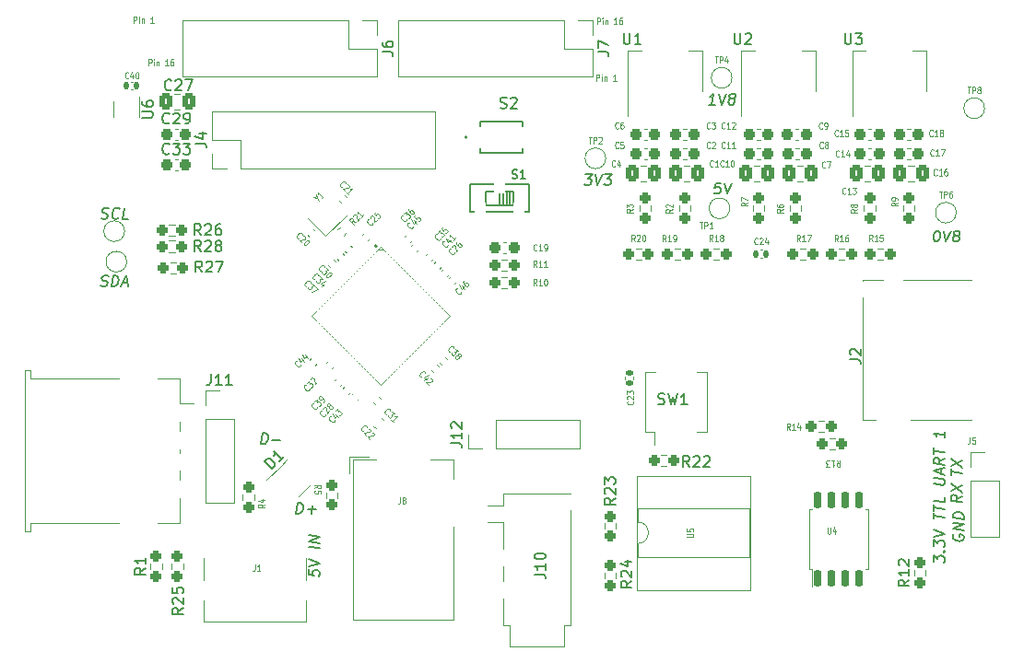
<source format=gbr>
%TF.GenerationSoftware,KiCad,Pcbnew,7.0.1*%
%TF.CreationDate,2023-09-20T00:41:55-04:00*%
%TF.ProjectId,Teacup.kicad_pcb-revB,54656163-7570-42e6-9b69-6361645f7063,B*%
%TF.SameCoordinates,Original*%
%TF.FileFunction,Legend,Top*%
%TF.FilePolarity,Positive*%
%FSLAX46Y46*%
G04 Gerber Fmt 4.6, Leading zero omitted, Abs format (unit mm)*
G04 Created by KiCad (PCBNEW 7.0.1) date 2023-09-20 00:41:55*
%MOMM*%
%LPD*%
G01*
G04 APERTURE LIST*
G04 Aperture macros list*
%AMRoundRect*
0 Rectangle with rounded corners*
0 $1 Rounding radius*
0 $2 $3 $4 $5 $6 $7 $8 $9 X,Y pos of 4 corners*
0 Add a 4 corners polygon primitive as box body*
4,1,4,$2,$3,$4,$5,$6,$7,$8,$9,$2,$3,0*
0 Add four circle primitives for the rounded corners*
1,1,$1+$1,$2,$3*
1,1,$1+$1,$4,$5*
1,1,$1+$1,$6,$7*
1,1,$1+$1,$8,$9*
0 Add four rect primitives between the rounded corners*
20,1,$1+$1,$2,$3,$4,$5,0*
20,1,$1+$1,$4,$5,$6,$7,0*
20,1,$1+$1,$6,$7,$8,$9,0*
20,1,$1+$1,$8,$9,$2,$3,0*%
%AMRotRect*
0 Rectangle, with rotation*
0 The origin of the aperture is its center*
0 $1 length*
0 $2 width*
0 $3 Rotation angle, in degrees counterclockwise*
0 Add horizontal line*
21,1,$1,$2,0,0,$3*%
G04 Aperture macros list end*
%ADD10C,0.120000*%
%ADD11C,0.150000*%
%ADD12C,0.254000*%
%ADD13C,0.127000*%
%ADD14C,0.200000*%
%ADD15C,0.100000*%
%ADD16C,0.175000*%
%ADD17RoundRect,0.237500X0.300000X0.237500X-0.300000X0.237500X-0.300000X-0.237500X0.300000X-0.237500X0*%
%ADD18RoundRect,0.237500X-0.300000X-0.237500X0.300000X-0.237500X0.300000X0.237500X-0.300000X0.237500X0*%
%ADD19C,1.500000*%
%ADD20RoundRect,0.140000X-0.219203X-0.021213X-0.021213X-0.219203X0.219203X0.021213X0.021213X0.219203X0*%
%ADD21R,1.500000X2.000000*%
%ADD22R,3.800000X2.000000*%
%ADD23C,0.800000*%
%ADD24C,5.400000*%
%ADD25R,0.400000X0.650000*%
%ADD26RoundRect,0.250000X-0.337500X-0.475000X0.337500X-0.475000X0.337500X0.475000X-0.337500X0.475000X0*%
%ADD27R,1.000000X1.600000*%
%ADD28RoundRect,0.140000X0.219203X0.021213X0.021213X0.219203X-0.219203X-0.021213X-0.021213X-0.219203X0*%
%ADD29RoundRect,0.237500X0.237500X-0.250000X0.237500X0.250000X-0.237500X0.250000X-0.237500X-0.250000X0*%
%ADD30R,1.700000X1.700000*%
%ADD31O,1.700000X1.700000*%
%ADD32RoundRect,0.237500X0.250000X0.237500X-0.250000X0.237500X-0.250000X-0.237500X0.250000X-0.237500X0*%
%ADD33RoundRect,0.250000X0.337500X0.475000X-0.337500X0.475000X-0.337500X-0.475000X0.337500X-0.475000X0*%
%ADD34RoundRect,0.237500X-0.250000X-0.237500X0.250000X-0.237500X0.250000X0.237500X-0.250000X0.237500X0*%
%ADD35RoundRect,0.140000X0.021213X-0.219203X0.219203X-0.021213X-0.021213X0.219203X-0.219203X0.021213X0*%
%ADD36R,0.950000X1.400000*%
%ADD37R,1.750000X0.700000*%
%ADD38R,1.000000X1.450000*%
%ADD39R,1.550000X1.000000*%
%ADD40R,1.500000X0.800000*%
%ADD41R,1.500000X1.300000*%
%ADD42R,1.500000X1.500000*%
%ADD43R,1.400000X0.800000*%
%ADD44C,0.650000*%
%ADD45R,0.600000X1.450000*%
%ADD46R,0.300000X1.450000*%
%ADD47O,1.000000X2.100000*%
%ADD48O,1.000000X1.600000*%
%ADD49R,2.500000X1.200000*%
%ADD50RoundRect,0.150000X-0.256326X-0.468458X0.468458X0.256326X0.256326X0.468458X-0.468458X-0.256326X0*%
%ADD51RoundRect,0.140000X-0.021213X0.219203X-0.219203X0.021213X0.021213X-0.219203X0.219203X-0.021213X0*%
%ADD52RotRect,0.150000X0.850000X45.000000*%
%ADD53RotRect,0.150000X0.850000X315.000000*%
%ADD54RotRect,5.800000X5.800000X315.000000*%
%ADD55RoundRect,0.150000X0.150000X-0.650000X0.150000X0.650000X-0.150000X0.650000X-0.150000X-0.650000X0*%
%ADD56RoundRect,0.140000X0.170000X-0.140000X0.170000X0.140000X-0.170000X0.140000X-0.170000X-0.140000X0*%
%ADD57R,3.000000X1.250000*%
%ADD58C,3.000000*%
%ADD59RoundRect,0.237500X-0.380070X0.044194X0.044194X-0.380070X0.380070X-0.044194X-0.044194X0.380070X0*%
%ADD60RoundRect,0.237500X-0.237500X0.250000X-0.237500X-0.250000X0.237500X-0.250000X0.237500X0.250000X0*%
%ADD61R,1.600000X2.400000*%
%ADD62O,1.600000X2.400000*%
%ADD63R,0.760000X2.650000*%
%ADD64RoundRect,0.140000X0.140000X0.170000X-0.140000X0.170000X-0.140000X-0.170000X0.140000X-0.170000X0*%
%ADD65RotRect,0.900000X0.800000X45.000000*%
%ADD66R,4.400000X1.800000*%
%ADD67O,4.000000X1.800000*%
%ADD68O,1.800000X4.000000*%
%ADD69RoundRect,0.135000X0.035355X-0.226274X0.226274X-0.035355X-0.035355X0.226274X-0.226274X0.035355X0*%
%ADD70RoundRect,0.140000X-0.140000X-0.170000X0.140000X-0.170000X0.140000X0.170000X-0.140000X0.170000X0*%
G04 APERTURE END LIST*
D10*
X4357143Y-1677571D02*
X4357143Y-1077571D01*
X4357143Y-1077571D02*
X4547619Y-1077571D01*
X4547619Y-1077571D02*
X4595238Y-1106142D01*
X4595238Y-1106142D02*
X4619048Y-1134714D01*
X4619048Y-1134714D02*
X4642857Y-1191857D01*
X4642857Y-1191857D02*
X4642857Y-1277571D01*
X4642857Y-1277571D02*
X4619048Y-1334714D01*
X4619048Y-1334714D02*
X4595238Y-1363285D01*
X4595238Y-1363285D02*
X4547619Y-1391857D01*
X4547619Y-1391857D02*
X4357143Y-1391857D01*
X4857143Y-1677571D02*
X4857143Y-1277571D01*
X4857143Y-1077571D02*
X4833334Y-1106142D01*
X4833334Y-1106142D02*
X4857143Y-1134714D01*
X4857143Y-1134714D02*
X4880953Y-1106142D01*
X4880953Y-1106142D02*
X4857143Y-1077571D01*
X4857143Y-1077571D02*
X4857143Y-1134714D01*
X5095238Y-1277571D02*
X5095238Y-1677571D01*
X5095238Y-1334714D02*
X5119048Y-1306142D01*
X5119048Y-1306142D02*
X5166667Y-1277571D01*
X5166667Y-1277571D02*
X5238095Y-1277571D01*
X5238095Y-1277571D02*
X5285714Y-1306142D01*
X5285714Y-1306142D02*
X5309524Y-1363285D01*
X5309524Y-1363285D02*
X5309524Y-1677571D01*
X6190476Y-1677571D02*
X5904762Y-1677571D01*
X6047619Y-1677571D02*
X6047619Y-1077571D01*
X6047619Y-1077571D02*
X6000000Y-1163285D01*
X6000000Y-1163285D02*
X5952381Y-1220428D01*
X5952381Y-1220428D02*
X5904762Y-1249000D01*
X6619047Y-1077571D02*
X6523809Y-1077571D01*
X6523809Y-1077571D02*
X6476190Y-1106142D01*
X6476190Y-1106142D02*
X6452380Y-1134714D01*
X6452380Y-1134714D02*
X6404761Y-1220428D01*
X6404761Y-1220428D02*
X6380952Y-1334714D01*
X6380952Y-1334714D02*
X6380952Y-1563285D01*
X6380952Y-1563285D02*
X6404761Y-1620428D01*
X6404761Y-1620428D02*
X6428571Y-1649000D01*
X6428571Y-1649000D02*
X6476190Y-1677571D01*
X6476190Y-1677571D02*
X6571428Y-1677571D01*
X6571428Y-1677571D02*
X6619047Y-1649000D01*
X6619047Y-1649000D02*
X6642856Y-1620428D01*
X6642856Y-1620428D02*
X6666666Y-1563285D01*
X6666666Y-1563285D02*
X6666666Y-1420428D01*
X6666666Y-1420428D02*
X6642856Y-1363285D01*
X6642856Y-1363285D02*
X6619047Y-1334714D01*
X6619047Y-1334714D02*
X6571428Y-1306142D01*
X6571428Y-1306142D02*
X6476190Y-1306142D01*
X6476190Y-1306142D02*
X6428571Y-1334714D01*
X6428571Y-1334714D02*
X6404761Y-1363285D01*
X6404761Y-1363285D02*
X6380952Y-1420428D01*
X45495238Y-3077571D02*
X45495238Y-2477571D01*
X45495238Y-2477571D02*
X45685714Y-2477571D01*
X45685714Y-2477571D02*
X45733333Y-2506142D01*
X45733333Y-2506142D02*
X45757143Y-2534714D01*
X45757143Y-2534714D02*
X45780952Y-2591857D01*
X45780952Y-2591857D02*
X45780952Y-2677571D01*
X45780952Y-2677571D02*
X45757143Y-2734714D01*
X45757143Y-2734714D02*
X45733333Y-2763285D01*
X45733333Y-2763285D02*
X45685714Y-2791857D01*
X45685714Y-2791857D02*
X45495238Y-2791857D01*
X45995238Y-3077571D02*
X45995238Y-2677571D01*
X45995238Y-2477571D02*
X45971429Y-2506142D01*
X45971429Y-2506142D02*
X45995238Y-2534714D01*
X45995238Y-2534714D02*
X46019048Y-2506142D01*
X46019048Y-2506142D02*
X45995238Y-2477571D01*
X45995238Y-2477571D02*
X45995238Y-2534714D01*
X46233333Y-2677571D02*
X46233333Y-3077571D01*
X46233333Y-2734714D02*
X46257143Y-2706142D01*
X46257143Y-2706142D02*
X46304762Y-2677571D01*
X46304762Y-2677571D02*
X46376190Y-2677571D01*
X46376190Y-2677571D02*
X46423809Y-2706142D01*
X46423809Y-2706142D02*
X46447619Y-2763285D01*
X46447619Y-2763285D02*
X46447619Y-3077571D01*
X47328571Y-3077571D02*
X47042857Y-3077571D01*
X47185714Y-3077571D02*
X47185714Y-2477571D01*
X47185714Y-2477571D02*
X47138095Y-2563285D01*
X47138095Y-2563285D02*
X47090476Y-2620428D01*
X47090476Y-2620428D02*
X47042857Y-2649000D01*
X45557143Y2122429D02*
X45557143Y2722429D01*
X45557143Y2722429D02*
X45747619Y2722429D01*
X45747619Y2722429D02*
X45795238Y2693858D01*
X45795238Y2693858D02*
X45819048Y2665286D01*
X45819048Y2665286D02*
X45842857Y2608143D01*
X45842857Y2608143D02*
X45842857Y2522429D01*
X45842857Y2522429D02*
X45819048Y2465286D01*
X45819048Y2465286D02*
X45795238Y2436715D01*
X45795238Y2436715D02*
X45747619Y2408143D01*
X45747619Y2408143D02*
X45557143Y2408143D01*
X46057143Y2122429D02*
X46057143Y2522429D01*
X46057143Y2722429D02*
X46033334Y2693858D01*
X46033334Y2693858D02*
X46057143Y2665286D01*
X46057143Y2665286D02*
X46080953Y2693858D01*
X46080953Y2693858D02*
X46057143Y2722429D01*
X46057143Y2722429D02*
X46057143Y2665286D01*
X46295238Y2522429D02*
X46295238Y2122429D01*
X46295238Y2465286D02*
X46319048Y2493858D01*
X46319048Y2493858D02*
X46366667Y2522429D01*
X46366667Y2522429D02*
X46438095Y2522429D01*
X46438095Y2522429D02*
X46485714Y2493858D01*
X46485714Y2493858D02*
X46509524Y2436715D01*
X46509524Y2436715D02*
X46509524Y2122429D01*
X47390476Y2122429D02*
X47104762Y2122429D01*
X47247619Y2122429D02*
X47247619Y2722429D01*
X47247619Y2722429D02*
X47200000Y2636715D01*
X47200000Y2636715D02*
X47152381Y2579572D01*
X47152381Y2579572D02*
X47104762Y2551000D01*
X47819047Y2722429D02*
X47723809Y2722429D01*
X47723809Y2722429D02*
X47676190Y2693858D01*
X47676190Y2693858D02*
X47652380Y2665286D01*
X47652380Y2665286D02*
X47604761Y2579572D01*
X47604761Y2579572D02*
X47580952Y2465286D01*
X47580952Y2465286D02*
X47580952Y2236715D01*
X47580952Y2236715D02*
X47604761Y2179572D01*
X47604761Y2179572D02*
X47628571Y2151000D01*
X47628571Y2151000D02*
X47676190Y2122429D01*
X47676190Y2122429D02*
X47771428Y2122429D01*
X47771428Y2122429D02*
X47819047Y2151000D01*
X47819047Y2151000D02*
X47842856Y2179572D01*
X47842856Y2179572D02*
X47866666Y2236715D01*
X47866666Y2236715D02*
X47866666Y2379572D01*
X47866666Y2379572D02*
X47842856Y2436715D01*
X47842856Y2436715D02*
X47819047Y2465286D01*
X47819047Y2465286D02*
X47771428Y2493858D01*
X47771428Y2493858D02*
X47676190Y2493858D01*
X47676190Y2493858D02*
X47628571Y2465286D01*
X47628571Y2465286D02*
X47604761Y2436715D01*
X47604761Y2436715D02*
X47580952Y2379572D01*
D11*
X17915047Y-42880619D02*
X18040047Y-41880619D01*
X18040047Y-41880619D02*
X18278143Y-41880619D01*
X18278143Y-41880619D02*
X18415047Y-41928238D01*
X18415047Y-41928238D02*
X18498381Y-42023476D01*
X18498381Y-42023476D02*
X18534095Y-42118714D01*
X18534095Y-42118714D02*
X18557905Y-42309190D01*
X18557905Y-42309190D02*
X18540047Y-42452047D01*
X18540047Y-42452047D02*
X18468619Y-42642523D01*
X18468619Y-42642523D02*
X18409095Y-42737761D01*
X18409095Y-42737761D02*
X18301952Y-42833000D01*
X18301952Y-42833000D02*
X18153143Y-42880619D01*
X18153143Y-42880619D02*
X17915047Y-42880619D01*
X18956714Y-42499666D02*
X19718619Y-42499666D01*
X19290048Y-42880619D02*
X19385286Y-42118714D01*
X19062619Y-48002380D02*
X19062619Y-48478571D01*
X19062619Y-48478571D02*
X19538809Y-48585714D01*
X19538809Y-48585714D02*
X19491190Y-48532142D01*
X19491190Y-48532142D02*
X19443571Y-48430952D01*
X19443571Y-48430952D02*
X19443571Y-48192856D01*
X19443571Y-48192856D02*
X19491190Y-48103571D01*
X19491190Y-48103571D02*
X19538809Y-48061904D01*
X19538809Y-48061904D02*
X19634047Y-48026190D01*
X19634047Y-48026190D02*
X19872142Y-48055952D01*
X19872142Y-48055952D02*
X19967380Y-48115475D01*
X19967380Y-48115475D02*
X20015000Y-48169047D01*
X20015000Y-48169047D02*
X20062619Y-48270237D01*
X20062619Y-48270237D02*
X20062619Y-48508333D01*
X20062619Y-48508333D02*
X20015000Y-48597618D01*
X20015000Y-48597618D02*
X19967380Y-48639285D01*
X19062619Y-47674999D02*
X20062619Y-47466665D01*
X20062619Y-47466665D02*
X19062619Y-47008332D01*
X20062619Y-46044047D02*
X19062619Y-45919047D01*
X20062619Y-45573809D02*
X19062619Y-45448809D01*
X19062619Y-45448809D02*
X20062619Y-45002380D01*
X20062619Y-45002380D02*
X19062619Y-44877380D01*
D10*
X2995238Y2222429D02*
X2995238Y2822429D01*
X2995238Y2822429D02*
X3185714Y2822429D01*
X3185714Y2822429D02*
X3233333Y2793858D01*
X3233333Y2793858D02*
X3257143Y2765286D01*
X3257143Y2765286D02*
X3280952Y2708143D01*
X3280952Y2708143D02*
X3280952Y2622429D01*
X3280952Y2622429D02*
X3257143Y2565286D01*
X3257143Y2565286D02*
X3233333Y2536715D01*
X3233333Y2536715D02*
X3185714Y2508143D01*
X3185714Y2508143D02*
X2995238Y2508143D01*
X3495238Y2222429D02*
X3495238Y2622429D01*
X3495238Y2822429D02*
X3471429Y2793858D01*
X3471429Y2793858D02*
X3495238Y2765286D01*
X3495238Y2765286D02*
X3519048Y2793858D01*
X3519048Y2793858D02*
X3495238Y2822429D01*
X3495238Y2822429D02*
X3495238Y2765286D01*
X3733333Y2622429D02*
X3733333Y2222429D01*
X3733333Y2565286D02*
X3757143Y2593858D01*
X3757143Y2593858D02*
X3804762Y2622429D01*
X3804762Y2622429D02*
X3876190Y2622429D01*
X3876190Y2622429D02*
X3923809Y2593858D01*
X3923809Y2593858D02*
X3947619Y2536715D01*
X3947619Y2536715D02*
X3947619Y2222429D01*
X4828571Y2222429D02*
X4542857Y2222429D01*
X4685714Y2222429D02*
X4685714Y2822429D01*
X4685714Y2822429D02*
X4638095Y2736715D01*
X4638095Y2736715D02*
X4590476Y2679572D01*
X4590476Y2679572D02*
X4542857Y2651000D01*
D11*
X18452Y-15715000D02*
X155356Y-15762619D01*
X155356Y-15762619D02*
X393452Y-15762619D01*
X393452Y-15762619D02*
X494642Y-15715000D01*
X494642Y-15715000D02*
X548214Y-15667380D01*
X548214Y-15667380D02*
X607737Y-15572142D01*
X607737Y-15572142D02*
X619642Y-15476904D01*
X619642Y-15476904D02*
X583928Y-15381666D01*
X583928Y-15381666D02*
X542261Y-15334047D01*
X542261Y-15334047D02*
X452976Y-15286428D01*
X452976Y-15286428D02*
X268452Y-15238809D01*
X268452Y-15238809D02*
X179166Y-15191190D01*
X179166Y-15191190D02*
X137499Y-15143571D01*
X137499Y-15143571D02*
X101785Y-15048333D01*
X101785Y-15048333D02*
X113690Y-14953095D01*
X113690Y-14953095D02*
X173214Y-14857857D01*
X173214Y-14857857D02*
X226785Y-14810238D01*
X226785Y-14810238D02*
X327976Y-14762619D01*
X327976Y-14762619D02*
X566071Y-14762619D01*
X566071Y-14762619D02*
X702976Y-14810238D01*
X1589881Y-15667380D02*
X1536309Y-15715000D01*
X1536309Y-15715000D02*
X1387500Y-15762619D01*
X1387500Y-15762619D02*
X1292262Y-15762619D01*
X1292262Y-15762619D02*
X1155357Y-15715000D01*
X1155357Y-15715000D02*
X1072024Y-15619761D01*
X1072024Y-15619761D02*
X1036309Y-15524523D01*
X1036309Y-15524523D02*
X1012500Y-15334047D01*
X1012500Y-15334047D02*
X1030357Y-15191190D01*
X1030357Y-15191190D02*
X1101785Y-15000714D01*
X1101785Y-15000714D02*
X1161309Y-14905476D01*
X1161309Y-14905476D02*
X1268452Y-14810238D01*
X1268452Y-14810238D02*
X1417262Y-14762619D01*
X1417262Y-14762619D02*
X1512500Y-14762619D01*
X1512500Y-14762619D02*
X1649405Y-14810238D01*
X1649405Y-14810238D02*
X1691071Y-14857857D01*
X2476786Y-15762619D02*
X2000595Y-15762619D01*
X2000595Y-15762619D02*
X2125595Y-14762619D01*
X78290238Y-44759881D02*
X78242619Y-44849166D01*
X78242619Y-44849166D02*
X78242619Y-44992023D01*
X78242619Y-44992023D02*
X78290238Y-45140833D01*
X78290238Y-45140833D02*
X78385476Y-45247976D01*
X78385476Y-45247976D02*
X78480714Y-45307500D01*
X78480714Y-45307500D02*
X78671190Y-45378928D01*
X78671190Y-45378928D02*
X78814047Y-45396785D01*
X78814047Y-45396785D02*
X79004523Y-45372976D01*
X79004523Y-45372976D02*
X79099761Y-45337261D01*
X79099761Y-45337261D02*
X79195000Y-45253928D01*
X79195000Y-45253928D02*
X79242619Y-45117023D01*
X79242619Y-45117023D02*
X79242619Y-45021785D01*
X79242619Y-45021785D02*
X79195000Y-44872976D01*
X79195000Y-44872976D02*
X79147380Y-44819404D01*
X79147380Y-44819404D02*
X78814047Y-44777738D01*
X78814047Y-44777738D02*
X78814047Y-44968214D01*
X79242619Y-44408690D02*
X78242619Y-44283690D01*
X78242619Y-44283690D02*
X79242619Y-43837261D01*
X79242619Y-43837261D02*
X78242619Y-43712261D01*
X79242619Y-43367023D02*
X78242619Y-43242023D01*
X78242619Y-43242023D02*
X78242619Y-43003927D01*
X78242619Y-43003927D02*
X78290238Y-42867023D01*
X78290238Y-42867023D02*
X78385476Y-42783689D01*
X78385476Y-42783689D02*
X78480714Y-42747975D01*
X78480714Y-42747975D02*
X78671190Y-42724166D01*
X78671190Y-42724166D02*
X78814047Y-42742023D01*
X78814047Y-42742023D02*
X79004523Y-42813451D01*
X79004523Y-42813451D02*
X79099761Y-42872975D01*
X79099761Y-42872975D02*
X79195000Y-42980118D01*
X79195000Y-42980118D02*
X79242619Y-43128927D01*
X79242619Y-43128927D02*
X79242619Y-43367023D01*
X44489880Y-11662619D02*
X45108928Y-11662619D01*
X45108928Y-11662619D02*
X44727976Y-12043571D01*
X44727976Y-12043571D02*
X44870833Y-12043571D01*
X44870833Y-12043571D02*
X44960118Y-12091190D01*
X44960118Y-12091190D02*
X45001785Y-12138809D01*
X45001785Y-12138809D02*
X45037499Y-12234047D01*
X45037499Y-12234047D02*
X45007737Y-12472142D01*
X45007737Y-12472142D02*
X44948214Y-12567380D01*
X44948214Y-12567380D02*
X44894642Y-12615000D01*
X44894642Y-12615000D02*
X44793452Y-12662619D01*
X44793452Y-12662619D02*
X44507737Y-12662619D01*
X44507737Y-12662619D02*
X44418452Y-12615000D01*
X44418452Y-12615000D02*
X44376785Y-12567380D01*
X45388690Y-11662619D02*
X45597024Y-12662619D01*
X45597024Y-12662619D02*
X46055357Y-11662619D01*
X46287499Y-11662619D02*
X46906547Y-11662619D01*
X46906547Y-11662619D02*
X46525595Y-12043571D01*
X46525595Y-12043571D02*
X46668452Y-12043571D01*
X46668452Y-12043571D02*
X46757737Y-12091190D01*
X46757737Y-12091190D02*
X46799404Y-12138809D01*
X46799404Y-12138809D02*
X46835118Y-12234047D01*
X46835118Y-12234047D02*
X46805356Y-12472142D01*
X46805356Y-12472142D02*
X46745833Y-12567380D01*
X46745833Y-12567380D02*
X46692261Y-12615000D01*
X46692261Y-12615000D02*
X46591071Y-12662619D01*
X46591071Y-12662619D02*
X46305356Y-12662619D01*
X46305356Y-12662619D02*
X46216071Y-12615000D01*
X46216071Y-12615000D02*
X46174404Y-12567380D01*
X76472619Y-47280476D02*
X76472619Y-46661428D01*
X76472619Y-46661428D02*
X76853571Y-47042381D01*
X76853571Y-47042381D02*
X76853571Y-46899523D01*
X76853571Y-46899523D02*
X76901190Y-46810238D01*
X76901190Y-46810238D02*
X76948809Y-46768571D01*
X76948809Y-46768571D02*
X77044047Y-46732857D01*
X77044047Y-46732857D02*
X77282142Y-46762619D01*
X77282142Y-46762619D02*
X77377380Y-46822142D01*
X77377380Y-46822142D02*
X77425000Y-46875714D01*
X77425000Y-46875714D02*
X77472619Y-46976904D01*
X77472619Y-46976904D02*
X77472619Y-47262619D01*
X77472619Y-47262619D02*
X77425000Y-47351904D01*
X77425000Y-47351904D02*
X77377380Y-47393571D01*
X77377380Y-46351904D02*
X77425000Y-46310237D01*
X77425000Y-46310237D02*
X77472619Y-46363809D01*
X77472619Y-46363809D02*
X77425000Y-46405475D01*
X77425000Y-46405475D02*
X77377380Y-46351904D01*
X77377380Y-46351904D02*
X77472619Y-46363809D01*
X76472619Y-45863809D02*
X76472619Y-45244761D01*
X76472619Y-45244761D02*
X76853571Y-45625714D01*
X76853571Y-45625714D02*
X76853571Y-45482856D01*
X76853571Y-45482856D02*
X76901190Y-45393571D01*
X76901190Y-45393571D02*
X76948809Y-45351904D01*
X76948809Y-45351904D02*
X77044047Y-45316190D01*
X77044047Y-45316190D02*
X77282142Y-45345952D01*
X77282142Y-45345952D02*
X77377380Y-45405475D01*
X77377380Y-45405475D02*
X77425000Y-45459047D01*
X77425000Y-45459047D02*
X77472619Y-45560237D01*
X77472619Y-45560237D02*
X77472619Y-45845952D01*
X77472619Y-45845952D02*
X77425000Y-45935237D01*
X77425000Y-45935237D02*
X77377380Y-45976904D01*
X76472619Y-44964999D02*
X77472619Y-44756665D01*
X77472619Y-44756665D02*
X76472619Y-44298332D01*
X76472619Y-43351904D02*
X76472619Y-42780475D01*
X77472619Y-43191190D02*
X76472619Y-43066190D01*
X76472619Y-42595952D02*
X76472619Y-42024523D01*
X77472619Y-42435238D02*
X76472619Y-42310238D01*
X77472619Y-41345952D02*
X77472619Y-41822143D01*
X77472619Y-41822143D02*
X76472619Y-41697143D01*
X76472619Y-40131667D02*
X77282142Y-40232857D01*
X77282142Y-40232857D02*
X77377380Y-40197143D01*
X77377380Y-40197143D02*
X77425000Y-40155476D01*
X77425000Y-40155476D02*
X77472619Y-40066190D01*
X77472619Y-40066190D02*
X77472619Y-39875714D01*
X77472619Y-39875714D02*
X77425000Y-39774524D01*
X77425000Y-39774524D02*
X77377380Y-39720952D01*
X77377380Y-39720952D02*
X77282142Y-39661429D01*
X77282142Y-39661429D02*
X76472619Y-39560238D01*
X77186904Y-39226904D02*
X77186904Y-38750714D01*
X77472619Y-39357857D02*
X76472619Y-38899523D01*
X76472619Y-38899523D02*
X77472619Y-38691190D01*
X77472619Y-37792381D02*
X76996428Y-38066191D01*
X77472619Y-38363810D02*
X76472619Y-38238810D01*
X76472619Y-38238810D02*
X76472619Y-37857857D01*
X76472619Y-37857857D02*
X76520238Y-37768572D01*
X76520238Y-37768572D02*
X76567857Y-37726905D01*
X76567857Y-37726905D02*
X76663095Y-37691191D01*
X76663095Y-37691191D02*
X76805952Y-37709048D01*
X76805952Y-37709048D02*
X76901190Y-37768572D01*
X76901190Y-37768572D02*
X76948809Y-37822143D01*
X76948809Y-37822143D02*
X76996428Y-37923333D01*
X76996428Y-37923333D02*
X76996428Y-38304286D01*
X76472619Y-37387619D02*
X76472619Y-36816190D01*
X77472619Y-37226905D02*
X76472619Y-37101905D01*
X77472619Y-35328095D02*
X77472619Y-35899524D01*
X77472619Y-35613809D02*
X76472619Y-35488809D01*
X76472619Y-35488809D02*
X76615476Y-35601905D01*
X76615476Y-35601905D02*
X76710714Y-35709048D01*
X76710714Y-35709048D02*
X76758333Y-35810238D01*
X78082619Y-39306904D02*
X78082619Y-38735475D01*
X79082619Y-39146190D02*
X78082619Y-39021190D01*
X78082619Y-38503333D02*
X79082619Y-37961666D01*
X78082619Y-37836666D02*
X79082619Y-38628333D01*
X14686071Y-36462619D02*
X14811071Y-35462619D01*
X14811071Y-35462619D02*
X15049167Y-35462619D01*
X15049167Y-35462619D02*
X15186071Y-35510238D01*
X15186071Y-35510238D02*
X15269405Y-35605476D01*
X15269405Y-35605476D02*
X15305119Y-35700714D01*
X15305119Y-35700714D02*
X15328929Y-35891190D01*
X15328929Y-35891190D02*
X15311071Y-36034047D01*
X15311071Y-36034047D02*
X15239643Y-36224523D01*
X15239643Y-36224523D02*
X15180119Y-36319761D01*
X15180119Y-36319761D02*
X15072976Y-36415000D01*
X15072976Y-36415000D02*
X14924167Y-36462619D01*
X14924167Y-36462619D02*
X14686071Y-36462619D01*
X15727738Y-36081666D02*
X16489643Y-36081666D01*
X-25357Y-21915000D02*
X111547Y-21962619D01*
X111547Y-21962619D02*
X349643Y-21962619D01*
X349643Y-21962619D02*
X450833Y-21915000D01*
X450833Y-21915000D02*
X504405Y-21867380D01*
X504405Y-21867380D02*
X563928Y-21772142D01*
X563928Y-21772142D02*
X575833Y-21676904D01*
X575833Y-21676904D02*
X540119Y-21581666D01*
X540119Y-21581666D02*
X498452Y-21534047D01*
X498452Y-21534047D02*
X409167Y-21486428D01*
X409167Y-21486428D02*
X224643Y-21438809D01*
X224643Y-21438809D02*
X135357Y-21391190D01*
X135357Y-21391190D02*
X93690Y-21343571D01*
X93690Y-21343571D02*
X57976Y-21248333D01*
X57976Y-21248333D02*
X69881Y-21153095D01*
X69881Y-21153095D02*
X129405Y-21057857D01*
X129405Y-21057857D02*
X182976Y-21010238D01*
X182976Y-21010238D02*
X284167Y-20962619D01*
X284167Y-20962619D02*
X522262Y-20962619D01*
X522262Y-20962619D02*
X659167Y-21010238D01*
X962738Y-21962619D02*
X1087738Y-20962619D01*
X1087738Y-20962619D02*
X1325834Y-20962619D01*
X1325834Y-20962619D02*
X1462738Y-21010238D01*
X1462738Y-21010238D02*
X1546072Y-21105476D01*
X1546072Y-21105476D02*
X1581786Y-21200714D01*
X1581786Y-21200714D02*
X1605596Y-21391190D01*
X1605596Y-21391190D02*
X1587738Y-21534047D01*
X1587738Y-21534047D02*
X1516310Y-21724523D01*
X1516310Y-21724523D02*
X1456786Y-21819761D01*
X1456786Y-21819761D02*
X1349643Y-21915000D01*
X1349643Y-21915000D02*
X1200834Y-21962619D01*
X1200834Y-21962619D02*
X962738Y-21962619D01*
X1944882Y-21676904D02*
X2421072Y-21676904D01*
X1813929Y-21962619D02*
X2272263Y-20962619D01*
X2272263Y-20962619D02*
X2480596Y-21962619D01*
X76775595Y-16862619D02*
X76870833Y-16862619D01*
X76870833Y-16862619D02*
X76960118Y-16910238D01*
X76960118Y-16910238D02*
X77001785Y-16957857D01*
X77001785Y-16957857D02*
X77037499Y-17053095D01*
X77037499Y-17053095D02*
X77061309Y-17243571D01*
X77061309Y-17243571D02*
X77031547Y-17481666D01*
X77031547Y-17481666D02*
X76960118Y-17672142D01*
X76960118Y-17672142D02*
X76900595Y-17767380D01*
X76900595Y-17767380D02*
X76847023Y-17815000D01*
X76847023Y-17815000D02*
X76745833Y-17862619D01*
X76745833Y-17862619D02*
X76650595Y-17862619D01*
X76650595Y-17862619D02*
X76561309Y-17815000D01*
X76561309Y-17815000D02*
X76519642Y-17767380D01*
X76519642Y-17767380D02*
X76483928Y-17672142D01*
X76483928Y-17672142D02*
X76460118Y-17481666D01*
X76460118Y-17481666D02*
X76489880Y-17243571D01*
X76489880Y-17243571D02*
X76561309Y-17053095D01*
X76561309Y-17053095D02*
X76620833Y-16957857D01*
X76620833Y-16957857D02*
X76674404Y-16910238D01*
X76674404Y-16910238D02*
X76775595Y-16862619D01*
X77388690Y-16862619D02*
X77597024Y-17862619D01*
X77597024Y-17862619D02*
X78055357Y-16862619D01*
X78472023Y-17291190D02*
X78382737Y-17243571D01*
X78382737Y-17243571D02*
X78341071Y-17195952D01*
X78341071Y-17195952D02*
X78305356Y-17100714D01*
X78305356Y-17100714D02*
X78311309Y-17053095D01*
X78311309Y-17053095D02*
X78370833Y-16957857D01*
X78370833Y-16957857D02*
X78424404Y-16910238D01*
X78424404Y-16910238D02*
X78525595Y-16862619D01*
X78525595Y-16862619D02*
X78716071Y-16862619D01*
X78716071Y-16862619D02*
X78805356Y-16910238D01*
X78805356Y-16910238D02*
X78847023Y-16957857D01*
X78847023Y-16957857D02*
X78882737Y-17053095D01*
X78882737Y-17053095D02*
X78876785Y-17100714D01*
X78876785Y-17100714D02*
X78817261Y-17195952D01*
X78817261Y-17195952D02*
X78763690Y-17243571D01*
X78763690Y-17243571D02*
X78662499Y-17291190D01*
X78662499Y-17291190D02*
X78472023Y-17291190D01*
X78472023Y-17291190D02*
X78370833Y-17338809D01*
X78370833Y-17338809D02*
X78317261Y-17386428D01*
X78317261Y-17386428D02*
X78257737Y-17481666D01*
X78257737Y-17481666D02*
X78233928Y-17672142D01*
X78233928Y-17672142D02*
X78269642Y-17767380D01*
X78269642Y-17767380D02*
X78311309Y-17815000D01*
X78311309Y-17815000D02*
X78400595Y-17862619D01*
X78400595Y-17862619D02*
X78591071Y-17862619D01*
X78591071Y-17862619D02*
X78692261Y-17815000D01*
X78692261Y-17815000D02*
X78745833Y-17767380D01*
X78745833Y-17767380D02*
X78805356Y-17672142D01*
X78805356Y-17672142D02*
X78829166Y-17481666D01*
X78829166Y-17481666D02*
X78793452Y-17386428D01*
X78793452Y-17386428D02*
X78751785Y-17338809D01*
X78751785Y-17338809D02*
X78662499Y-17291190D01*
X79102619Y-41246666D02*
X78626428Y-41520476D01*
X79102619Y-41818095D02*
X78102619Y-41693095D01*
X78102619Y-41693095D02*
X78102619Y-41312142D01*
X78102619Y-41312142D02*
X78150238Y-41222857D01*
X78150238Y-41222857D02*
X78197857Y-41181190D01*
X78197857Y-41181190D02*
X78293095Y-41145476D01*
X78293095Y-41145476D02*
X78435952Y-41163333D01*
X78435952Y-41163333D02*
X78531190Y-41222857D01*
X78531190Y-41222857D02*
X78578809Y-41276428D01*
X78578809Y-41276428D02*
X78626428Y-41377618D01*
X78626428Y-41377618D02*
X78626428Y-41758571D01*
X78102619Y-40794285D02*
X79102619Y-40252618D01*
X78102619Y-40127618D02*
X79102619Y-40919285D01*
X56934524Y-12462619D02*
X56458333Y-12462619D01*
X56458333Y-12462619D02*
X56351191Y-12938809D01*
X56351191Y-12938809D02*
X56404762Y-12891190D01*
X56404762Y-12891190D02*
X56505952Y-12843571D01*
X56505952Y-12843571D02*
X56744048Y-12843571D01*
X56744048Y-12843571D02*
X56833333Y-12891190D01*
X56833333Y-12891190D02*
X56875000Y-12938809D01*
X56875000Y-12938809D02*
X56910714Y-13034047D01*
X56910714Y-13034047D02*
X56880952Y-13272142D01*
X56880952Y-13272142D02*
X56821429Y-13367380D01*
X56821429Y-13367380D02*
X56767857Y-13415000D01*
X56767857Y-13415000D02*
X56666667Y-13462619D01*
X56666667Y-13462619D02*
X56428571Y-13462619D01*
X56428571Y-13462619D02*
X56339286Y-13415000D01*
X56339286Y-13415000D02*
X56297619Y-13367380D01*
X57261905Y-12462619D02*
X57470239Y-13462619D01*
X57470239Y-13462619D02*
X57928572Y-12462619D01*
X56383928Y-5262619D02*
X55812499Y-5262619D01*
X56098214Y-5262619D02*
X56223214Y-4262619D01*
X56223214Y-4262619D02*
X56110118Y-4405476D01*
X56110118Y-4405476D02*
X56002976Y-4500714D01*
X56002976Y-4500714D02*
X55901785Y-4548333D01*
X56788690Y-4262619D02*
X56997024Y-5262619D01*
X56997024Y-5262619D02*
X57455357Y-4262619D01*
X57872023Y-4691190D02*
X57782737Y-4643571D01*
X57782737Y-4643571D02*
X57741071Y-4595952D01*
X57741071Y-4595952D02*
X57705356Y-4500714D01*
X57705356Y-4500714D02*
X57711309Y-4453095D01*
X57711309Y-4453095D02*
X57770833Y-4357857D01*
X57770833Y-4357857D02*
X57824404Y-4310238D01*
X57824404Y-4310238D02*
X57925595Y-4262619D01*
X57925595Y-4262619D02*
X58116071Y-4262619D01*
X58116071Y-4262619D02*
X58205356Y-4310238D01*
X58205356Y-4310238D02*
X58247023Y-4357857D01*
X58247023Y-4357857D02*
X58282737Y-4453095D01*
X58282737Y-4453095D02*
X58276785Y-4500714D01*
X58276785Y-4500714D02*
X58217261Y-4595952D01*
X58217261Y-4595952D02*
X58163690Y-4643571D01*
X58163690Y-4643571D02*
X58062499Y-4691190D01*
X58062499Y-4691190D02*
X57872023Y-4691190D01*
X57872023Y-4691190D02*
X57770833Y-4738809D01*
X57770833Y-4738809D02*
X57717261Y-4786428D01*
X57717261Y-4786428D02*
X57657737Y-4881666D01*
X57657737Y-4881666D02*
X57633928Y-5072142D01*
X57633928Y-5072142D02*
X57669642Y-5167380D01*
X57669642Y-5167380D02*
X57711309Y-5215000D01*
X57711309Y-5215000D02*
X57800595Y-5262619D01*
X57800595Y-5262619D02*
X57991071Y-5262619D01*
X57991071Y-5262619D02*
X58092261Y-5215000D01*
X58092261Y-5215000D02*
X58145833Y-5167380D01*
X58145833Y-5167380D02*
X58205356Y-5072142D01*
X58205356Y-5072142D02*
X58229166Y-4881666D01*
X58229166Y-4881666D02*
X58193452Y-4786428D01*
X58193452Y-4786428D02*
X58151785Y-4738809D01*
X58151785Y-4738809D02*
X58062499Y-4691190D01*
D10*
%TO.C,C19*%
X40026071Y-18640428D02*
X40002262Y-18669000D01*
X40002262Y-18669000D02*
X39930833Y-18697571D01*
X39930833Y-18697571D02*
X39883214Y-18697571D01*
X39883214Y-18697571D02*
X39811786Y-18669000D01*
X39811786Y-18669000D02*
X39764167Y-18611857D01*
X39764167Y-18611857D02*
X39740357Y-18554714D01*
X39740357Y-18554714D02*
X39716548Y-18440428D01*
X39716548Y-18440428D02*
X39716548Y-18354714D01*
X39716548Y-18354714D02*
X39740357Y-18240428D01*
X39740357Y-18240428D02*
X39764167Y-18183285D01*
X39764167Y-18183285D02*
X39811786Y-18126142D01*
X39811786Y-18126142D02*
X39883214Y-18097571D01*
X39883214Y-18097571D02*
X39930833Y-18097571D01*
X39930833Y-18097571D02*
X40002262Y-18126142D01*
X40002262Y-18126142D02*
X40026071Y-18154714D01*
X40502262Y-18697571D02*
X40216548Y-18697571D01*
X40359405Y-18697571D02*
X40359405Y-18097571D01*
X40359405Y-18097571D02*
X40311786Y-18183285D01*
X40311786Y-18183285D02*
X40264167Y-18240428D01*
X40264167Y-18240428D02*
X40216548Y-18269000D01*
X40740357Y-18697571D02*
X40835595Y-18697571D01*
X40835595Y-18697571D02*
X40883214Y-18669000D01*
X40883214Y-18669000D02*
X40907023Y-18640428D01*
X40907023Y-18640428D02*
X40954642Y-18554714D01*
X40954642Y-18554714D02*
X40978452Y-18440428D01*
X40978452Y-18440428D02*
X40978452Y-18211857D01*
X40978452Y-18211857D02*
X40954642Y-18154714D01*
X40954642Y-18154714D02*
X40930833Y-18126142D01*
X40930833Y-18126142D02*
X40883214Y-18097571D01*
X40883214Y-18097571D02*
X40787976Y-18097571D01*
X40787976Y-18097571D02*
X40740357Y-18126142D01*
X40740357Y-18126142D02*
X40716547Y-18154714D01*
X40716547Y-18154714D02*
X40692738Y-18211857D01*
X40692738Y-18211857D02*
X40692738Y-18354714D01*
X40692738Y-18354714D02*
X40716547Y-18411857D01*
X40716547Y-18411857D02*
X40740357Y-18440428D01*
X40740357Y-18440428D02*
X40787976Y-18469000D01*
X40787976Y-18469000D02*
X40883214Y-18469000D01*
X40883214Y-18469000D02*
X40930833Y-18440428D01*
X40930833Y-18440428D02*
X40954642Y-18411857D01*
X40954642Y-18411857D02*
X40978452Y-18354714D01*
%TO.C,C2*%
X55916666Y-9220428D02*
X55892857Y-9249000D01*
X55892857Y-9249000D02*
X55821428Y-9277571D01*
X55821428Y-9277571D02*
X55773809Y-9277571D01*
X55773809Y-9277571D02*
X55702381Y-9249000D01*
X55702381Y-9249000D02*
X55654762Y-9191857D01*
X55654762Y-9191857D02*
X55630952Y-9134714D01*
X55630952Y-9134714D02*
X55607143Y-9020428D01*
X55607143Y-9020428D02*
X55607143Y-8934714D01*
X55607143Y-8934714D02*
X55630952Y-8820428D01*
X55630952Y-8820428D02*
X55654762Y-8763285D01*
X55654762Y-8763285D02*
X55702381Y-8706142D01*
X55702381Y-8706142D02*
X55773809Y-8677571D01*
X55773809Y-8677571D02*
X55821428Y-8677571D01*
X55821428Y-8677571D02*
X55892857Y-8706142D01*
X55892857Y-8706142D02*
X55916666Y-8734714D01*
X56107143Y-8734714D02*
X56130952Y-8706142D01*
X56130952Y-8706142D02*
X56178571Y-8677571D01*
X56178571Y-8677571D02*
X56297619Y-8677571D01*
X56297619Y-8677571D02*
X56345238Y-8706142D01*
X56345238Y-8706142D02*
X56369047Y-8734714D01*
X56369047Y-8734714D02*
X56392857Y-8791857D01*
X56392857Y-8791857D02*
X56392857Y-8849000D01*
X56392857Y-8849000D02*
X56369047Y-8934714D01*
X56369047Y-8934714D02*
X56083333Y-9277571D01*
X56083333Y-9277571D02*
X56392857Y-9277571D01*
%TO.C,TP8*%
X79569048Y-3629571D02*
X79854762Y-3629571D01*
X79711905Y-4229571D02*
X79711905Y-3629571D01*
X80021428Y-4229571D02*
X80021428Y-3629571D01*
X80021428Y-3629571D02*
X80211904Y-3629571D01*
X80211904Y-3629571D02*
X80259523Y-3658142D01*
X80259523Y-3658142D02*
X80283333Y-3686714D01*
X80283333Y-3686714D02*
X80307142Y-3743857D01*
X80307142Y-3743857D02*
X80307142Y-3829571D01*
X80307142Y-3829571D02*
X80283333Y-3886714D01*
X80283333Y-3886714D02*
X80259523Y-3915285D01*
X80259523Y-3915285D02*
X80211904Y-3943857D01*
X80211904Y-3943857D02*
X80021428Y-3943857D01*
X80592857Y-3886714D02*
X80545238Y-3858142D01*
X80545238Y-3858142D02*
X80521428Y-3829571D01*
X80521428Y-3829571D02*
X80497619Y-3772428D01*
X80497619Y-3772428D02*
X80497619Y-3743857D01*
X80497619Y-3743857D02*
X80521428Y-3686714D01*
X80521428Y-3686714D02*
X80545238Y-3658142D01*
X80545238Y-3658142D02*
X80592857Y-3629571D01*
X80592857Y-3629571D02*
X80688095Y-3629571D01*
X80688095Y-3629571D02*
X80735714Y-3658142D01*
X80735714Y-3658142D02*
X80759523Y-3686714D01*
X80759523Y-3686714D02*
X80783333Y-3743857D01*
X80783333Y-3743857D02*
X80783333Y-3772428D01*
X80783333Y-3772428D02*
X80759523Y-3829571D01*
X80759523Y-3829571D02*
X80735714Y-3858142D01*
X80735714Y-3858142D02*
X80688095Y-3886714D01*
X80688095Y-3886714D02*
X80592857Y-3886714D01*
X80592857Y-3886714D02*
X80545238Y-3915285D01*
X80545238Y-3915285D02*
X80521428Y-3943857D01*
X80521428Y-3943857D02*
X80497619Y-4001000D01*
X80497619Y-4001000D02*
X80497619Y-4115285D01*
X80497619Y-4115285D02*
X80521428Y-4172428D01*
X80521428Y-4172428D02*
X80545238Y-4201000D01*
X80545238Y-4201000D02*
X80592857Y-4229571D01*
X80592857Y-4229571D02*
X80688095Y-4229571D01*
X80688095Y-4229571D02*
X80735714Y-4201000D01*
X80735714Y-4201000D02*
X80759523Y-4172428D01*
X80759523Y-4172428D02*
X80783333Y-4115285D01*
X80783333Y-4115285D02*
X80783333Y-4001000D01*
X80783333Y-4001000D02*
X80759523Y-3943857D01*
X80759523Y-3943857D02*
X80735714Y-3915285D01*
X80735714Y-3915285D02*
X80688095Y-3886714D01*
%TO.C,C20*%
X18106849Y-17558582D02*
X18069810Y-17561949D01*
X18069810Y-17561949D02*
X17999099Y-17531645D01*
X17999099Y-17531645D02*
X17965428Y-17497973D01*
X17965428Y-17497973D02*
X17935123Y-17427262D01*
X17935123Y-17427262D02*
X17941857Y-17353184D01*
X17941857Y-17353184D02*
X17965428Y-17295942D01*
X17965428Y-17295942D02*
X18029404Y-17198294D01*
X18029404Y-17198294D02*
X18090013Y-17137685D01*
X18090013Y-17137685D02*
X18187661Y-17073709D01*
X18187661Y-17073709D02*
X18244903Y-17050139D01*
X18244903Y-17050139D02*
X18318981Y-17043404D01*
X18318981Y-17043404D02*
X18389692Y-17073709D01*
X18389692Y-17073709D02*
X18423363Y-17107381D01*
X18423363Y-17107381D02*
X18453668Y-17178091D01*
X18453668Y-17178091D02*
X18450301Y-17215130D01*
X18584988Y-17349817D02*
X18622027Y-17346450D01*
X18622027Y-17346450D02*
X18675902Y-17359919D01*
X18675902Y-17359919D02*
X18760081Y-17444098D01*
X18760081Y-17444098D02*
X18773550Y-17497973D01*
X18773550Y-17497973D02*
X18770182Y-17535012D01*
X18770182Y-17535012D02*
X18746612Y-17592254D01*
X18746612Y-17592254D02*
X18706206Y-17632660D01*
X18706206Y-17632660D02*
X18628761Y-17676433D01*
X18628761Y-17676433D02*
X18184294Y-17716839D01*
X18184294Y-17716839D02*
X18403160Y-17935706D01*
X19046291Y-17730308D02*
X19079962Y-17763979D01*
X19079962Y-17763979D02*
X19093431Y-17817854D01*
X19093431Y-17817854D02*
X19090064Y-17854893D01*
X19090064Y-17854893D02*
X19066494Y-17912135D01*
X19066494Y-17912135D02*
X19002517Y-18009783D01*
X19002517Y-18009783D02*
X18901502Y-18110798D01*
X18901502Y-18110798D02*
X18803854Y-18174775D01*
X18803854Y-18174775D02*
X18746612Y-18198345D01*
X18746612Y-18198345D02*
X18709573Y-18201712D01*
X18709573Y-18201712D02*
X18655698Y-18188243D01*
X18655698Y-18188243D02*
X18622026Y-18154572D01*
X18622026Y-18154572D02*
X18608558Y-18100697D01*
X18608558Y-18100697D02*
X18611925Y-18063658D01*
X18611925Y-18063658D02*
X18635495Y-18006416D01*
X18635495Y-18006416D02*
X18699471Y-17908768D01*
X18699471Y-17908768D02*
X18800487Y-17807753D01*
X18800487Y-17807753D02*
X18898135Y-17743776D01*
X18898135Y-17743776D02*
X18955377Y-17720206D01*
X18955377Y-17720206D02*
X18992416Y-17716839D01*
X18992416Y-17716839D02*
X19046291Y-17730308D01*
D11*
%TO.C,U2*%
X58166095Y1299381D02*
X58166095Y489858D01*
X58166095Y489858D02*
X58213714Y394620D01*
X58213714Y394620D02*
X58261333Y347000D01*
X58261333Y347000D02*
X58356571Y299381D01*
X58356571Y299381D02*
X58547047Y299381D01*
X58547047Y299381D02*
X58642285Y347000D01*
X58642285Y347000D02*
X58689904Y394620D01*
X58689904Y394620D02*
X58737523Y489858D01*
X58737523Y489858D02*
X58737523Y1299381D01*
X59166095Y1204143D02*
X59213714Y1251762D01*
X59213714Y1251762D02*
X59308952Y1299381D01*
X59308952Y1299381D02*
X59547047Y1299381D01*
X59547047Y1299381D02*
X59642285Y1251762D01*
X59642285Y1251762D02*
X59689904Y1204143D01*
X59689904Y1204143D02*
X59737523Y1108905D01*
X59737523Y1108905D02*
X59737523Y1013667D01*
X59737523Y1013667D02*
X59689904Y870810D01*
X59689904Y870810D02*
X59118476Y299381D01*
X59118476Y299381D02*
X59737523Y299381D01*
%TO.C,U6*%
X3762619Y-6461904D02*
X4572142Y-6461904D01*
X4572142Y-6461904D02*
X4667380Y-6414285D01*
X4667380Y-6414285D02*
X4715000Y-6366666D01*
X4715000Y-6366666D02*
X4762619Y-6271428D01*
X4762619Y-6271428D02*
X4762619Y-6080952D01*
X4762619Y-6080952D02*
X4715000Y-5985714D01*
X4715000Y-5985714D02*
X4667380Y-5938095D01*
X4667380Y-5938095D02*
X4572142Y-5890476D01*
X4572142Y-5890476D02*
X3762619Y-5890476D01*
X3762619Y-4985714D02*
X3762619Y-5176190D01*
X3762619Y-5176190D02*
X3810238Y-5271428D01*
X3810238Y-5271428D02*
X3857857Y-5319047D01*
X3857857Y-5319047D02*
X4000714Y-5414285D01*
X4000714Y-5414285D02*
X4191190Y-5461904D01*
X4191190Y-5461904D02*
X4572142Y-5461904D01*
X4572142Y-5461904D02*
X4667380Y-5414285D01*
X4667380Y-5414285D02*
X4715000Y-5366666D01*
X4715000Y-5366666D02*
X4762619Y-5271428D01*
X4762619Y-5271428D02*
X4762619Y-5080952D01*
X4762619Y-5080952D02*
X4715000Y-4985714D01*
X4715000Y-4985714D02*
X4667380Y-4938095D01*
X4667380Y-4938095D02*
X4572142Y-4890476D01*
X4572142Y-4890476D02*
X4334047Y-4890476D01*
X4334047Y-4890476D02*
X4238809Y-4938095D01*
X4238809Y-4938095D02*
X4191190Y-4985714D01*
X4191190Y-4985714D02*
X4143571Y-5080952D01*
X4143571Y-5080952D02*
X4143571Y-5271428D01*
X4143571Y-5271428D02*
X4191190Y-5366666D01*
X4191190Y-5366666D02*
X4238809Y-5414285D01*
X4238809Y-5414285D02*
X4334047Y-5461904D01*
D10*
%TO.C,C1*%
X56216666Y-10920428D02*
X56192857Y-10949000D01*
X56192857Y-10949000D02*
X56121428Y-10977571D01*
X56121428Y-10977571D02*
X56073809Y-10977571D01*
X56073809Y-10977571D02*
X56002381Y-10949000D01*
X56002381Y-10949000D02*
X55954762Y-10891857D01*
X55954762Y-10891857D02*
X55930952Y-10834714D01*
X55930952Y-10834714D02*
X55907143Y-10720428D01*
X55907143Y-10720428D02*
X55907143Y-10634714D01*
X55907143Y-10634714D02*
X55930952Y-10520428D01*
X55930952Y-10520428D02*
X55954762Y-10463285D01*
X55954762Y-10463285D02*
X56002381Y-10406142D01*
X56002381Y-10406142D02*
X56073809Y-10377571D01*
X56073809Y-10377571D02*
X56121428Y-10377571D01*
X56121428Y-10377571D02*
X56192857Y-10406142D01*
X56192857Y-10406142D02*
X56216666Y-10434714D01*
X56692857Y-10977571D02*
X56407143Y-10977571D01*
X56550000Y-10977571D02*
X56550000Y-10377571D01*
X56550000Y-10377571D02*
X56502381Y-10463285D01*
X56502381Y-10463285D02*
X56454762Y-10520428D01*
X56454762Y-10520428D02*
X56407143Y-10549000D01*
D11*
%TO.C,S1*%
X37754074Y-12010772D02*
X37866560Y-12048267D01*
X37866560Y-12048267D02*
X38054037Y-12048267D01*
X38054037Y-12048267D02*
X38129027Y-12010772D01*
X38129027Y-12010772D02*
X38166523Y-11973276D01*
X38166523Y-11973276D02*
X38204018Y-11898286D01*
X38204018Y-11898286D02*
X38204018Y-11823295D01*
X38204018Y-11823295D02*
X38166523Y-11748304D01*
X38166523Y-11748304D02*
X38129027Y-11710809D01*
X38129027Y-11710809D02*
X38054037Y-11673314D01*
X38054037Y-11673314D02*
X37904055Y-11635818D01*
X37904055Y-11635818D02*
X37829065Y-11598323D01*
X37829065Y-11598323D02*
X37791569Y-11560828D01*
X37791569Y-11560828D02*
X37754074Y-11485837D01*
X37754074Y-11485837D02*
X37754074Y-11410846D01*
X37754074Y-11410846D02*
X37791569Y-11335856D01*
X37791569Y-11335856D02*
X37829065Y-11298360D01*
X37829065Y-11298360D02*
X37904055Y-11260865D01*
X37904055Y-11260865D02*
X38091532Y-11260865D01*
X38091532Y-11260865D02*
X38204018Y-11298360D01*
X38953925Y-12048267D02*
X38503981Y-12048267D01*
X38728953Y-12048267D02*
X38728953Y-11260865D01*
X38728953Y-11260865D02*
X38653962Y-11373351D01*
X38653962Y-11373351D02*
X38578972Y-11448342D01*
X38578972Y-11448342D02*
X38503981Y-11485837D01*
D10*
%TO.C,TP6*%
X76969048Y-13229571D02*
X77254762Y-13229571D01*
X77111905Y-13829571D02*
X77111905Y-13229571D01*
X77421428Y-13829571D02*
X77421428Y-13229571D01*
X77421428Y-13229571D02*
X77611904Y-13229571D01*
X77611904Y-13229571D02*
X77659523Y-13258142D01*
X77659523Y-13258142D02*
X77683333Y-13286714D01*
X77683333Y-13286714D02*
X77707142Y-13343857D01*
X77707142Y-13343857D02*
X77707142Y-13429571D01*
X77707142Y-13429571D02*
X77683333Y-13486714D01*
X77683333Y-13486714D02*
X77659523Y-13515285D01*
X77659523Y-13515285D02*
X77611904Y-13543857D01*
X77611904Y-13543857D02*
X77421428Y-13543857D01*
X78135714Y-13229571D02*
X78040476Y-13229571D01*
X78040476Y-13229571D02*
X77992857Y-13258142D01*
X77992857Y-13258142D02*
X77969047Y-13286714D01*
X77969047Y-13286714D02*
X77921428Y-13372428D01*
X77921428Y-13372428D02*
X77897619Y-13486714D01*
X77897619Y-13486714D02*
X77897619Y-13715285D01*
X77897619Y-13715285D02*
X77921428Y-13772428D01*
X77921428Y-13772428D02*
X77945238Y-13801000D01*
X77945238Y-13801000D02*
X77992857Y-13829571D01*
X77992857Y-13829571D02*
X78088095Y-13829571D01*
X78088095Y-13829571D02*
X78135714Y-13801000D01*
X78135714Y-13801000D02*
X78159523Y-13772428D01*
X78159523Y-13772428D02*
X78183333Y-13715285D01*
X78183333Y-13715285D02*
X78183333Y-13572428D01*
X78183333Y-13572428D02*
X78159523Y-13515285D01*
X78159523Y-13515285D02*
X78135714Y-13486714D01*
X78135714Y-13486714D02*
X78088095Y-13458142D01*
X78088095Y-13458142D02*
X77992857Y-13458142D01*
X77992857Y-13458142D02*
X77945238Y-13486714D01*
X77945238Y-13486714D02*
X77921428Y-13515285D01*
X77921428Y-13515285D02*
X77897619Y-13572428D01*
%TO.C,C37*%
X18856849Y-21948582D02*
X18819810Y-21951949D01*
X18819810Y-21951949D02*
X18749099Y-21921645D01*
X18749099Y-21921645D02*
X18715428Y-21887973D01*
X18715428Y-21887973D02*
X18685123Y-21817262D01*
X18685123Y-21817262D02*
X18691857Y-21743184D01*
X18691857Y-21743184D02*
X18715428Y-21685942D01*
X18715428Y-21685942D02*
X18779404Y-21588294D01*
X18779404Y-21588294D02*
X18840013Y-21527685D01*
X18840013Y-21527685D02*
X18937661Y-21463709D01*
X18937661Y-21463709D02*
X18994903Y-21440139D01*
X18994903Y-21440139D02*
X19068981Y-21433404D01*
X19068981Y-21433404D02*
X19139692Y-21463709D01*
X19139692Y-21463709D02*
X19173363Y-21497381D01*
X19173363Y-21497381D02*
X19203668Y-21568091D01*
X19203668Y-21568091D02*
X19200301Y-21605130D01*
X19358558Y-21682575D02*
X19577424Y-21901442D01*
X19577424Y-21901442D02*
X19297949Y-21945215D01*
X19297949Y-21945215D02*
X19348457Y-21995723D01*
X19348457Y-21995723D02*
X19361925Y-22049597D01*
X19361925Y-22049597D02*
X19358558Y-22086636D01*
X19358558Y-22086636D02*
X19334988Y-22143878D01*
X19334988Y-22143878D02*
X19233973Y-22244893D01*
X19233973Y-22244893D02*
X19176731Y-22268464D01*
X19176731Y-22268464D02*
X19139692Y-22271831D01*
X19139692Y-22271831D02*
X19085817Y-22258362D01*
X19085817Y-22258362D02*
X18984802Y-22157347D01*
X18984802Y-22157347D02*
X18971333Y-22103472D01*
X18971333Y-22103472D02*
X18974700Y-22066433D01*
X19695275Y-22019292D02*
X19930978Y-22254995D01*
X19930978Y-22254995D02*
X19355191Y-22527736D01*
%TO.C,R2*%
X52477571Y-14883333D02*
X52191857Y-15049999D01*
X52477571Y-15169047D02*
X51877571Y-15169047D01*
X51877571Y-15169047D02*
X51877571Y-14978571D01*
X51877571Y-14978571D02*
X51906142Y-14930952D01*
X51906142Y-14930952D02*
X51934714Y-14907142D01*
X51934714Y-14907142D02*
X51991857Y-14883333D01*
X51991857Y-14883333D02*
X52077571Y-14883333D01*
X52077571Y-14883333D02*
X52134714Y-14907142D01*
X52134714Y-14907142D02*
X52163285Y-14930952D01*
X52163285Y-14930952D02*
X52191857Y-14978571D01*
X52191857Y-14978571D02*
X52191857Y-15169047D01*
X51934714Y-14692856D02*
X51906142Y-14669047D01*
X51906142Y-14669047D02*
X51877571Y-14621428D01*
X51877571Y-14621428D02*
X51877571Y-14502380D01*
X51877571Y-14502380D02*
X51906142Y-14454761D01*
X51906142Y-14454761D02*
X51934714Y-14430952D01*
X51934714Y-14430952D02*
X51991857Y-14407142D01*
X51991857Y-14407142D02*
X52049000Y-14407142D01*
X52049000Y-14407142D02*
X52134714Y-14430952D01*
X52134714Y-14430952D02*
X52477571Y-14716666D01*
X52477571Y-14716666D02*
X52477571Y-14407142D01*
%TO.C,R3*%
X48847571Y-14883333D02*
X48561857Y-15049999D01*
X48847571Y-15169047D02*
X48247571Y-15169047D01*
X48247571Y-15169047D02*
X48247571Y-14978571D01*
X48247571Y-14978571D02*
X48276142Y-14930952D01*
X48276142Y-14930952D02*
X48304714Y-14907142D01*
X48304714Y-14907142D02*
X48361857Y-14883333D01*
X48361857Y-14883333D02*
X48447571Y-14883333D01*
X48447571Y-14883333D02*
X48504714Y-14907142D01*
X48504714Y-14907142D02*
X48533285Y-14930952D01*
X48533285Y-14930952D02*
X48561857Y-14978571D01*
X48561857Y-14978571D02*
X48561857Y-15169047D01*
X48247571Y-14716666D02*
X48247571Y-14407142D01*
X48247571Y-14407142D02*
X48476142Y-14573809D01*
X48476142Y-14573809D02*
X48476142Y-14502380D01*
X48476142Y-14502380D02*
X48504714Y-14454761D01*
X48504714Y-14454761D02*
X48533285Y-14430952D01*
X48533285Y-14430952D02*
X48590428Y-14407142D01*
X48590428Y-14407142D02*
X48733285Y-14407142D01*
X48733285Y-14407142D02*
X48790428Y-14430952D01*
X48790428Y-14430952D02*
X48819000Y-14454761D01*
X48819000Y-14454761D02*
X48847571Y-14502380D01*
X48847571Y-14502380D02*
X48847571Y-14645237D01*
X48847571Y-14645237D02*
X48819000Y-14692856D01*
X48819000Y-14692856D02*
X48790428Y-14716666D01*
D11*
%TO.C,J12*%
X32142619Y-36399523D02*
X32856904Y-36399523D01*
X32856904Y-36399523D02*
X32999761Y-36447142D01*
X32999761Y-36447142D02*
X33095000Y-36542380D01*
X33095000Y-36542380D02*
X33142619Y-36685237D01*
X33142619Y-36685237D02*
X33142619Y-36780475D01*
X33142619Y-35399523D02*
X33142619Y-35970951D01*
X33142619Y-35685237D02*
X32142619Y-35685237D01*
X32142619Y-35685237D02*
X32285476Y-35780475D01*
X32285476Y-35780475D02*
X32380714Y-35875713D01*
X32380714Y-35875713D02*
X32428333Y-35970951D01*
X32237857Y-35018570D02*
X32190238Y-34970951D01*
X32190238Y-34970951D02*
X32142619Y-34875713D01*
X32142619Y-34875713D02*
X32142619Y-34637618D01*
X32142619Y-34637618D02*
X32190238Y-34542380D01*
X32190238Y-34542380D02*
X32237857Y-34494761D01*
X32237857Y-34494761D02*
X32333095Y-34447142D01*
X32333095Y-34447142D02*
X32428333Y-34447142D01*
X32428333Y-34447142D02*
X32571190Y-34494761D01*
X32571190Y-34494761D02*
X33142619Y-35066189D01*
X33142619Y-35066189D02*
X33142619Y-34447142D01*
%TO.C,R27*%
X9257142Y-20662619D02*
X8923809Y-20186428D01*
X8685714Y-20662619D02*
X8685714Y-19662619D01*
X8685714Y-19662619D02*
X9066666Y-19662619D01*
X9066666Y-19662619D02*
X9161904Y-19710238D01*
X9161904Y-19710238D02*
X9209523Y-19757857D01*
X9209523Y-19757857D02*
X9257142Y-19853095D01*
X9257142Y-19853095D02*
X9257142Y-19995952D01*
X9257142Y-19995952D02*
X9209523Y-20091190D01*
X9209523Y-20091190D02*
X9161904Y-20138809D01*
X9161904Y-20138809D02*
X9066666Y-20186428D01*
X9066666Y-20186428D02*
X8685714Y-20186428D01*
X9638095Y-19757857D02*
X9685714Y-19710238D01*
X9685714Y-19710238D02*
X9780952Y-19662619D01*
X9780952Y-19662619D02*
X10019047Y-19662619D01*
X10019047Y-19662619D02*
X10114285Y-19710238D01*
X10114285Y-19710238D02*
X10161904Y-19757857D01*
X10161904Y-19757857D02*
X10209523Y-19853095D01*
X10209523Y-19853095D02*
X10209523Y-19948333D01*
X10209523Y-19948333D02*
X10161904Y-20091190D01*
X10161904Y-20091190D02*
X9590476Y-20662619D01*
X9590476Y-20662619D02*
X10209523Y-20662619D01*
X10542857Y-19662619D02*
X11209523Y-19662619D01*
X11209523Y-19662619D02*
X10780952Y-20662619D01*
%TO.C,R28*%
X9157142Y-18762619D02*
X8823809Y-18286428D01*
X8585714Y-18762619D02*
X8585714Y-17762619D01*
X8585714Y-17762619D02*
X8966666Y-17762619D01*
X8966666Y-17762619D02*
X9061904Y-17810238D01*
X9061904Y-17810238D02*
X9109523Y-17857857D01*
X9109523Y-17857857D02*
X9157142Y-17953095D01*
X9157142Y-17953095D02*
X9157142Y-18095952D01*
X9157142Y-18095952D02*
X9109523Y-18191190D01*
X9109523Y-18191190D02*
X9061904Y-18238809D01*
X9061904Y-18238809D02*
X8966666Y-18286428D01*
X8966666Y-18286428D02*
X8585714Y-18286428D01*
X9538095Y-17857857D02*
X9585714Y-17810238D01*
X9585714Y-17810238D02*
X9680952Y-17762619D01*
X9680952Y-17762619D02*
X9919047Y-17762619D01*
X9919047Y-17762619D02*
X10014285Y-17810238D01*
X10014285Y-17810238D02*
X10061904Y-17857857D01*
X10061904Y-17857857D02*
X10109523Y-17953095D01*
X10109523Y-17953095D02*
X10109523Y-18048333D01*
X10109523Y-18048333D02*
X10061904Y-18191190D01*
X10061904Y-18191190D02*
X9490476Y-18762619D01*
X9490476Y-18762619D02*
X10109523Y-18762619D01*
X10680952Y-18191190D02*
X10585714Y-18143571D01*
X10585714Y-18143571D02*
X10538095Y-18095952D01*
X10538095Y-18095952D02*
X10490476Y-18000714D01*
X10490476Y-18000714D02*
X10490476Y-17953095D01*
X10490476Y-17953095D02*
X10538095Y-17857857D01*
X10538095Y-17857857D02*
X10585714Y-17810238D01*
X10585714Y-17810238D02*
X10680952Y-17762619D01*
X10680952Y-17762619D02*
X10871428Y-17762619D01*
X10871428Y-17762619D02*
X10966666Y-17810238D01*
X10966666Y-17810238D02*
X11014285Y-17857857D01*
X11014285Y-17857857D02*
X11061904Y-17953095D01*
X11061904Y-17953095D02*
X11061904Y-18000714D01*
X11061904Y-18000714D02*
X11014285Y-18095952D01*
X11014285Y-18095952D02*
X10966666Y-18143571D01*
X10966666Y-18143571D02*
X10871428Y-18191190D01*
X10871428Y-18191190D02*
X10680952Y-18191190D01*
X10680952Y-18191190D02*
X10585714Y-18238809D01*
X10585714Y-18238809D02*
X10538095Y-18286428D01*
X10538095Y-18286428D02*
X10490476Y-18381666D01*
X10490476Y-18381666D02*
X10490476Y-18572142D01*
X10490476Y-18572142D02*
X10538095Y-18667380D01*
X10538095Y-18667380D02*
X10585714Y-18715000D01*
X10585714Y-18715000D02*
X10680952Y-18762619D01*
X10680952Y-18762619D02*
X10871428Y-18762619D01*
X10871428Y-18762619D02*
X10966666Y-18715000D01*
X10966666Y-18715000D02*
X11014285Y-18667380D01*
X11014285Y-18667380D02*
X11061904Y-18572142D01*
X11061904Y-18572142D02*
X11061904Y-18381666D01*
X11061904Y-18381666D02*
X11014285Y-18286428D01*
X11014285Y-18286428D02*
X10966666Y-18238809D01*
X10966666Y-18238809D02*
X10871428Y-18191190D01*
D10*
%TO.C,C16*%
X76778571Y-11720428D02*
X76754762Y-11749000D01*
X76754762Y-11749000D02*
X76683333Y-11777571D01*
X76683333Y-11777571D02*
X76635714Y-11777571D01*
X76635714Y-11777571D02*
X76564286Y-11749000D01*
X76564286Y-11749000D02*
X76516667Y-11691857D01*
X76516667Y-11691857D02*
X76492857Y-11634714D01*
X76492857Y-11634714D02*
X76469048Y-11520428D01*
X76469048Y-11520428D02*
X76469048Y-11434714D01*
X76469048Y-11434714D02*
X76492857Y-11320428D01*
X76492857Y-11320428D02*
X76516667Y-11263285D01*
X76516667Y-11263285D02*
X76564286Y-11206142D01*
X76564286Y-11206142D02*
X76635714Y-11177571D01*
X76635714Y-11177571D02*
X76683333Y-11177571D01*
X76683333Y-11177571D02*
X76754762Y-11206142D01*
X76754762Y-11206142D02*
X76778571Y-11234714D01*
X77254762Y-11777571D02*
X76969048Y-11777571D01*
X77111905Y-11777571D02*
X77111905Y-11177571D01*
X77111905Y-11177571D02*
X77064286Y-11263285D01*
X77064286Y-11263285D02*
X77016667Y-11320428D01*
X77016667Y-11320428D02*
X76969048Y-11349000D01*
X77683333Y-11177571D02*
X77588095Y-11177571D01*
X77588095Y-11177571D02*
X77540476Y-11206142D01*
X77540476Y-11206142D02*
X77516666Y-11234714D01*
X77516666Y-11234714D02*
X77469047Y-11320428D01*
X77469047Y-11320428D02*
X77445238Y-11434714D01*
X77445238Y-11434714D02*
X77445238Y-11663285D01*
X77445238Y-11663285D02*
X77469047Y-11720428D01*
X77469047Y-11720428D02*
X77492857Y-11749000D01*
X77492857Y-11749000D02*
X77540476Y-11777571D01*
X77540476Y-11777571D02*
X77635714Y-11777571D01*
X77635714Y-11777571D02*
X77683333Y-11749000D01*
X77683333Y-11749000D02*
X77707142Y-11720428D01*
X77707142Y-11720428D02*
X77730952Y-11663285D01*
X77730952Y-11663285D02*
X77730952Y-11520428D01*
X77730952Y-11520428D02*
X77707142Y-11463285D01*
X77707142Y-11463285D02*
X77683333Y-11434714D01*
X77683333Y-11434714D02*
X77635714Y-11406142D01*
X77635714Y-11406142D02*
X77540476Y-11406142D01*
X77540476Y-11406142D02*
X77492857Y-11434714D01*
X77492857Y-11434714D02*
X77469047Y-11463285D01*
X77469047Y-11463285D02*
X77445238Y-11520428D01*
%TO.C,R18*%
X56178571Y-17835071D02*
X56011905Y-17549357D01*
X55892857Y-17835071D02*
X55892857Y-17235071D01*
X55892857Y-17235071D02*
X56083333Y-17235071D01*
X56083333Y-17235071D02*
X56130952Y-17263642D01*
X56130952Y-17263642D02*
X56154762Y-17292214D01*
X56154762Y-17292214D02*
X56178571Y-17349357D01*
X56178571Y-17349357D02*
X56178571Y-17435071D01*
X56178571Y-17435071D02*
X56154762Y-17492214D01*
X56154762Y-17492214D02*
X56130952Y-17520785D01*
X56130952Y-17520785D02*
X56083333Y-17549357D01*
X56083333Y-17549357D02*
X55892857Y-17549357D01*
X56654762Y-17835071D02*
X56369048Y-17835071D01*
X56511905Y-17835071D02*
X56511905Y-17235071D01*
X56511905Y-17235071D02*
X56464286Y-17320785D01*
X56464286Y-17320785D02*
X56416667Y-17377928D01*
X56416667Y-17377928D02*
X56369048Y-17406500D01*
X56940476Y-17492214D02*
X56892857Y-17463642D01*
X56892857Y-17463642D02*
X56869047Y-17435071D01*
X56869047Y-17435071D02*
X56845238Y-17377928D01*
X56845238Y-17377928D02*
X56845238Y-17349357D01*
X56845238Y-17349357D02*
X56869047Y-17292214D01*
X56869047Y-17292214D02*
X56892857Y-17263642D01*
X56892857Y-17263642D02*
X56940476Y-17235071D01*
X56940476Y-17235071D02*
X57035714Y-17235071D01*
X57035714Y-17235071D02*
X57083333Y-17263642D01*
X57083333Y-17263642D02*
X57107142Y-17292214D01*
X57107142Y-17292214D02*
X57130952Y-17349357D01*
X57130952Y-17349357D02*
X57130952Y-17377928D01*
X57130952Y-17377928D02*
X57107142Y-17435071D01*
X57107142Y-17435071D02*
X57083333Y-17463642D01*
X57083333Y-17463642D02*
X57035714Y-17492214D01*
X57035714Y-17492214D02*
X56940476Y-17492214D01*
X56940476Y-17492214D02*
X56892857Y-17520785D01*
X56892857Y-17520785D02*
X56869047Y-17549357D01*
X56869047Y-17549357D02*
X56845238Y-17606500D01*
X56845238Y-17606500D02*
X56845238Y-17720785D01*
X56845238Y-17720785D02*
X56869047Y-17777928D01*
X56869047Y-17777928D02*
X56892857Y-17806500D01*
X56892857Y-17806500D02*
X56940476Y-17835071D01*
X56940476Y-17835071D02*
X57035714Y-17835071D01*
X57035714Y-17835071D02*
X57083333Y-17806500D01*
X57083333Y-17806500D02*
X57107142Y-17777928D01*
X57107142Y-17777928D02*
X57130952Y-17720785D01*
X57130952Y-17720785D02*
X57130952Y-17606500D01*
X57130952Y-17606500D02*
X57107142Y-17549357D01*
X57107142Y-17549357D02*
X57083333Y-17520785D01*
X57083333Y-17520785D02*
X57035714Y-17492214D01*
D11*
%TO.C,C29*%
X6257142Y-6937380D02*
X6209523Y-6985000D01*
X6209523Y-6985000D02*
X6066666Y-7032619D01*
X6066666Y-7032619D02*
X5971428Y-7032619D01*
X5971428Y-7032619D02*
X5828571Y-6985000D01*
X5828571Y-6985000D02*
X5733333Y-6889761D01*
X5733333Y-6889761D02*
X5685714Y-6794523D01*
X5685714Y-6794523D02*
X5638095Y-6604047D01*
X5638095Y-6604047D02*
X5638095Y-6461190D01*
X5638095Y-6461190D02*
X5685714Y-6270714D01*
X5685714Y-6270714D02*
X5733333Y-6175476D01*
X5733333Y-6175476D02*
X5828571Y-6080238D01*
X5828571Y-6080238D02*
X5971428Y-6032619D01*
X5971428Y-6032619D02*
X6066666Y-6032619D01*
X6066666Y-6032619D02*
X6209523Y-6080238D01*
X6209523Y-6080238D02*
X6257142Y-6127857D01*
X6638095Y-6127857D02*
X6685714Y-6080238D01*
X6685714Y-6080238D02*
X6780952Y-6032619D01*
X6780952Y-6032619D02*
X7019047Y-6032619D01*
X7019047Y-6032619D02*
X7114285Y-6080238D01*
X7114285Y-6080238D02*
X7161904Y-6127857D01*
X7161904Y-6127857D02*
X7209523Y-6223095D01*
X7209523Y-6223095D02*
X7209523Y-6318333D01*
X7209523Y-6318333D02*
X7161904Y-6461190D01*
X7161904Y-6461190D02*
X6590476Y-7032619D01*
X6590476Y-7032619D02*
X7209523Y-7032619D01*
X7685714Y-7032619D02*
X7876190Y-7032619D01*
X7876190Y-7032619D02*
X7971428Y-6985000D01*
X7971428Y-6985000D02*
X8019047Y-6937380D01*
X8019047Y-6937380D02*
X8114285Y-6794523D01*
X8114285Y-6794523D02*
X8161904Y-6604047D01*
X8161904Y-6604047D02*
X8161904Y-6223095D01*
X8161904Y-6223095D02*
X8114285Y-6127857D01*
X8114285Y-6127857D02*
X8066666Y-6080238D01*
X8066666Y-6080238D02*
X7971428Y-6032619D01*
X7971428Y-6032619D02*
X7780952Y-6032619D01*
X7780952Y-6032619D02*
X7685714Y-6080238D01*
X7685714Y-6080238D02*
X7638095Y-6127857D01*
X7638095Y-6127857D02*
X7590476Y-6223095D01*
X7590476Y-6223095D02*
X7590476Y-6461190D01*
X7590476Y-6461190D02*
X7638095Y-6556428D01*
X7638095Y-6556428D02*
X7685714Y-6604047D01*
X7685714Y-6604047D02*
X7780952Y-6651666D01*
X7780952Y-6651666D02*
X7971428Y-6651666D01*
X7971428Y-6651666D02*
X8066666Y-6604047D01*
X8066666Y-6604047D02*
X8114285Y-6556428D01*
X8114285Y-6556428D02*
X8161904Y-6461190D01*
D10*
%TO.C,C21*%
X22116849Y-12828582D02*
X22079810Y-12831949D01*
X22079810Y-12831949D02*
X22009099Y-12801645D01*
X22009099Y-12801645D02*
X21975428Y-12767973D01*
X21975428Y-12767973D02*
X21945123Y-12697262D01*
X21945123Y-12697262D02*
X21951857Y-12623184D01*
X21951857Y-12623184D02*
X21975428Y-12565942D01*
X21975428Y-12565942D02*
X22039404Y-12468294D01*
X22039404Y-12468294D02*
X22100013Y-12407685D01*
X22100013Y-12407685D02*
X22197661Y-12343709D01*
X22197661Y-12343709D02*
X22254903Y-12320139D01*
X22254903Y-12320139D02*
X22328981Y-12313404D01*
X22328981Y-12313404D02*
X22399692Y-12343709D01*
X22399692Y-12343709D02*
X22433363Y-12377381D01*
X22433363Y-12377381D02*
X22463668Y-12448091D01*
X22463668Y-12448091D02*
X22460301Y-12485130D01*
X22594988Y-12619817D02*
X22632027Y-12616450D01*
X22632027Y-12616450D02*
X22685902Y-12629919D01*
X22685902Y-12629919D02*
X22770081Y-12714098D01*
X22770081Y-12714098D02*
X22783550Y-12767973D01*
X22783550Y-12767973D02*
X22780182Y-12805012D01*
X22780182Y-12805012D02*
X22756612Y-12862254D01*
X22756612Y-12862254D02*
X22716206Y-12902660D01*
X22716206Y-12902660D02*
X22638761Y-12946433D01*
X22638761Y-12946433D02*
X22194294Y-12986839D01*
X22194294Y-12986839D02*
X22413160Y-13205706D01*
X22749878Y-13542423D02*
X22547847Y-13340392D01*
X22648862Y-13441408D02*
X23073126Y-13017144D01*
X23073126Y-13017144D02*
X22978845Y-13044081D01*
X22978845Y-13044081D02*
X22904768Y-13050815D01*
X22904768Y-13050815D02*
X22850893Y-13037347D01*
%TO.C,C38*%
X32046849Y-27988582D02*
X32009810Y-27991949D01*
X32009810Y-27991949D02*
X31939099Y-27961645D01*
X31939099Y-27961645D02*
X31905428Y-27927973D01*
X31905428Y-27927973D02*
X31875123Y-27857262D01*
X31875123Y-27857262D02*
X31881857Y-27783184D01*
X31881857Y-27783184D02*
X31905428Y-27725942D01*
X31905428Y-27725942D02*
X31969404Y-27628294D01*
X31969404Y-27628294D02*
X32030013Y-27567685D01*
X32030013Y-27567685D02*
X32127661Y-27503709D01*
X32127661Y-27503709D02*
X32184903Y-27480139D01*
X32184903Y-27480139D02*
X32258981Y-27473404D01*
X32258981Y-27473404D02*
X32329692Y-27503709D01*
X32329692Y-27503709D02*
X32363363Y-27537381D01*
X32363363Y-27537381D02*
X32393668Y-27608091D01*
X32393668Y-27608091D02*
X32390301Y-27645130D01*
X32548558Y-27722575D02*
X32767424Y-27941442D01*
X32767424Y-27941442D02*
X32487949Y-27985215D01*
X32487949Y-27985215D02*
X32538457Y-28035723D01*
X32538457Y-28035723D02*
X32551925Y-28089597D01*
X32551925Y-28089597D02*
X32548558Y-28126636D01*
X32548558Y-28126636D02*
X32524988Y-28183878D01*
X32524988Y-28183878D02*
X32423973Y-28284893D01*
X32423973Y-28284893D02*
X32366731Y-28308464D01*
X32366731Y-28308464D02*
X32329692Y-28311831D01*
X32329692Y-28311831D02*
X32275817Y-28298362D01*
X32275817Y-28298362D02*
X32174802Y-28197347D01*
X32174802Y-28197347D02*
X32161333Y-28143472D01*
X32161333Y-28143472D02*
X32164700Y-28106433D01*
X32787627Y-28325299D02*
X32774158Y-28271424D01*
X32774158Y-28271424D02*
X32777526Y-28234386D01*
X32777526Y-28234386D02*
X32801096Y-28177144D01*
X32801096Y-28177144D02*
X32821299Y-28156940D01*
X32821299Y-28156940D02*
X32878541Y-28133370D01*
X32878541Y-28133370D02*
X32915580Y-28130003D01*
X32915580Y-28130003D02*
X32969455Y-28143472D01*
X32969455Y-28143472D02*
X33036798Y-28210815D01*
X33036798Y-28210815D02*
X33050267Y-28264690D01*
X33050267Y-28264690D02*
X33046900Y-28301729D01*
X33046900Y-28301729D02*
X33023329Y-28358971D01*
X33023329Y-28358971D02*
X33003126Y-28379174D01*
X33003126Y-28379174D02*
X32945884Y-28402744D01*
X32945884Y-28402744D02*
X32908845Y-28406111D01*
X32908845Y-28406111D02*
X32854971Y-28392643D01*
X32854971Y-28392643D02*
X32787627Y-28325299D01*
X32787627Y-28325299D02*
X32733752Y-28311831D01*
X32733752Y-28311831D02*
X32696713Y-28315198D01*
X32696713Y-28315198D02*
X32639471Y-28338768D01*
X32639471Y-28338768D02*
X32558659Y-28419580D01*
X32558659Y-28419580D02*
X32535089Y-28476822D01*
X32535089Y-28476822D02*
X32531722Y-28513861D01*
X32531722Y-28513861D02*
X32545191Y-28567736D01*
X32545191Y-28567736D02*
X32612534Y-28635079D01*
X32612534Y-28635079D02*
X32666409Y-28648548D01*
X32666409Y-28648548D02*
X32703448Y-28645181D01*
X32703448Y-28645181D02*
X32760690Y-28621611D01*
X32760690Y-28621611D02*
X32841502Y-28540798D01*
X32841502Y-28540798D02*
X32865072Y-28483556D01*
X32865072Y-28483556D02*
X32868439Y-28446518D01*
X32868439Y-28446518D02*
X32854971Y-28392643D01*
D11*
%TO.C,J7*%
X45617619Y-428333D02*
X46331904Y-428333D01*
X46331904Y-428333D02*
X46474761Y-475952D01*
X46474761Y-475952D02*
X46570000Y-571190D01*
X46570000Y-571190D02*
X46617619Y-714047D01*
X46617619Y-714047D02*
X46617619Y-809285D01*
X45617619Y-47380D02*
X45617619Y619286D01*
X45617619Y619286D02*
X46617619Y190715D01*
D10*
%TO.C,R17*%
X64203571Y-17840071D02*
X64036905Y-17554357D01*
X63917857Y-17840071D02*
X63917857Y-17240071D01*
X63917857Y-17240071D02*
X64108333Y-17240071D01*
X64108333Y-17240071D02*
X64155952Y-17268642D01*
X64155952Y-17268642D02*
X64179762Y-17297214D01*
X64179762Y-17297214D02*
X64203571Y-17354357D01*
X64203571Y-17354357D02*
X64203571Y-17440071D01*
X64203571Y-17440071D02*
X64179762Y-17497214D01*
X64179762Y-17497214D02*
X64155952Y-17525785D01*
X64155952Y-17525785D02*
X64108333Y-17554357D01*
X64108333Y-17554357D02*
X63917857Y-17554357D01*
X64679762Y-17840071D02*
X64394048Y-17840071D01*
X64536905Y-17840071D02*
X64536905Y-17240071D01*
X64536905Y-17240071D02*
X64489286Y-17325785D01*
X64489286Y-17325785D02*
X64441667Y-17382928D01*
X64441667Y-17382928D02*
X64394048Y-17411500D01*
X64846428Y-17240071D02*
X65179761Y-17240071D01*
X65179761Y-17240071D02*
X64965476Y-17840071D01*
%TO.C,C18*%
X76378571Y-8120428D02*
X76354762Y-8149000D01*
X76354762Y-8149000D02*
X76283333Y-8177571D01*
X76283333Y-8177571D02*
X76235714Y-8177571D01*
X76235714Y-8177571D02*
X76164286Y-8149000D01*
X76164286Y-8149000D02*
X76116667Y-8091857D01*
X76116667Y-8091857D02*
X76092857Y-8034714D01*
X76092857Y-8034714D02*
X76069048Y-7920428D01*
X76069048Y-7920428D02*
X76069048Y-7834714D01*
X76069048Y-7834714D02*
X76092857Y-7720428D01*
X76092857Y-7720428D02*
X76116667Y-7663285D01*
X76116667Y-7663285D02*
X76164286Y-7606142D01*
X76164286Y-7606142D02*
X76235714Y-7577571D01*
X76235714Y-7577571D02*
X76283333Y-7577571D01*
X76283333Y-7577571D02*
X76354762Y-7606142D01*
X76354762Y-7606142D02*
X76378571Y-7634714D01*
X76854762Y-8177571D02*
X76569048Y-8177571D01*
X76711905Y-8177571D02*
X76711905Y-7577571D01*
X76711905Y-7577571D02*
X76664286Y-7663285D01*
X76664286Y-7663285D02*
X76616667Y-7720428D01*
X76616667Y-7720428D02*
X76569048Y-7749000D01*
X77140476Y-7834714D02*
X77092857Y-7806142D01*
X77092857Y-7806142D02*
X77069047Y-7777571D01*
X77069047Y-7777571D02*
X77045238Y-7720428D01*
X77045238Y-7720428D02*
X77045238Y-7691857D01*
X77045238Y-7691857D02*
X77069047Y-7634714D01*
X77069047Y-7634714D02*
X77092857Y-7606142D01*
X77092857Y-7606142D02*
X77140476Y-7577571D01*
X77140476Y-7577571D02*
X77235714Y-7577571D01*
X77235714Y-7577571D02*
X77283333Y-7606142D01*
X77283333Y-7606142D02*
X77307142Y-7634714D01*
X77307142Y-7634714D02*
X77330952Y-7691857D01*
X77330952Y-7691857D02*
X77330952Y-7720428D01*
X77330952Y-7720428D02*
X77307142Y-7777571D01*
X77307142Y-7777571D02*
X77283333Y-7806142D01*
X77283333Y-7806142D02*
X77235714Y-7834714D01*
X77235714Y-7834714D02*
X77140476Y-7834714D01*
X77140476Y-7834714D02*
X77092857Y-7863285D01*
X77092857Y-7863285D02*
X77069047Y-7891857D01*
X77069047Y-7891857D02*
X77045238Y-7949000D01*
X77045238Y-7949000D02*
X77045238Y-8063285D01*
X77045238Y-8063285D02*
X77069047Y-8120428D01*
X77069047Y-8120428D02*
X77092857Y-8149000D01*
X77092857Y-8149000D02*
X77140476Y-8177571D01*
X77140476Y-8177571D02*
X77235714Y-8177571D01*
X77235714Y-8177571D02*
X77283333Y-8149000D01*
X77283333Y-8149000D02*
X77307142Y-8120428D01*
X77307142Y-8120428D02*
X77330952Y-8063285D01*
X77330952Y-8063285D02*
X77330952Y-7949000D01*
X77330952Y-7949000D02*
X77307142Y-7891857D01*
X77307142Y-7891857D02*
X77283333Y-7863285D01*
X77283333Y-7863285D02*
X77235714Y-7834714D01*
%TO.C,R13*%
X67561428Y-37952428D02*
X67728094Y-38238142D01*
X67847142Y-37952428D02*
X67847142Y-38552428D01*
X67847142Y-38552428D02*
X67656666Y-38552428D01*
X67656666Y-38552428D02*
X67609047Y-38523857D01*
X67609047Y-38523857D02*
X67585237Y-38495285D01*
X67585237Y-38495285D02*
X67561428Y-38438142D01*
X67561428Y-38438142D02*
X67561428Y-38352428D01*
X67561428Y-38352428D02*
X67585237Y-38295285D01*
X67585237Y-38295285D02*
X67609047Y-38266714D01*
X67609047Y-38266714D02*
X67656666Y-38238142D01*
X67656666Y-38238142D02*
X67847142Y-38238142D01*
X67085237Y-37952428D02*
X67370951Y-37952428D01*
X67228094Y-37952428D02*
X67228094Y-38552428D01*
X67228094Y-38552428D02*
X67275713Y-38466714D01*
X67275713Y-38466714D02*
X67323332Y-38409571D01*
X67323332Y-38409571D02*
X67370951Y-38381000D01*
X66918571Y-38552428D02*
X66609047Y-38552428D01*
X66609047Y-38552428D02*
X66775714Y-38323857D01*
X66775714Y-38323857D02*
X66704285Y-38323857D01*
X66704285Y-38323857D02*
X66656666Y-38295285D01*
X66656666Y-38295285D02*
X66632857Y-38266714D01*
X66632857Y-38266714D02*
X66609047Y-38209571D01*
X66609047Y-38209571D02*
X66609047Y-38066714D01*
X66609047Y-38066714D02*
X66632857Y-38009571D01*
X66632857Y-38009571D02*
X66656666Y-37981000D01*
X66656666Y-37981000D02*
X66704285Y-37952428D01*
X66704285Y-37952428D02*
X66847142Y-37952428D01*
X66847142Y-37952428D02*
X66894761Y-37981000D01*
X66894761Y-37981000D02*
X66918571Y-38009571D01*
%TO.C,R8*%
X69447571Y-14883333D02*
X69161857Y-15049999D01*
X69447571Y-15169047D02*
X68847571Y-15169047D01*
X68847571Y-15169047D02*
X68847571Y-14978571D01*
X68847571Y-14978571D02*
X68876142Y-14930952D01*
X68876142Y-14930952D02*
X68904714Y-14907142D01*
X68904714Y-14907142D02*
X68961857Y-14883333D01*
X68961857Y-14883333D02*
X69047571Y-14883333D01*
X69047571Y-14883333D02*
X69104714Y-14907142D01*
X69104714Y-14907142D02*
X69133285Y-14930952D01*
X69133285Y-14930952D02*
X69161857Y-14978571D01*
X69161857Y-14978571D02*
X69161857Y-15169047D01*
X69104714Y-14597618D02*
X69076142Y-14645237D01*
X69076142Y-14645237D02*
X69047571Y-14669047D01*
X69047571Y-14669047D02*
X68990428Y-14692856D01*
X68990428Y-14692856D02*
X68961857Y-14692856D01*
X68961857Y-14692856D02*
X68904714Y-14669047D01*
X68904714Y-14669047D02*
X68876142Y-14645237D01*
X68876142Y-14645237D02*
X68847571Y-14597618D01*
X68847571Y-14597618D02*
X68847571Y-14502380D01*
X68847571Y-14502380D02*
X68876142Y-14454761D01*
X68876142Y-14454761D02*
X68904714Y-14430952D01*
X68904714Y-14430952D02*
X68961857Y-14407142D01*
X68961857Y-14407142D02*
X68990428Y-14407142D01*
X68990428Y-14407142D02*
X69047571Y-14430952D01*
X69047571Y-14430952D02*
X69076142Y-14454761D01*
X69076142Y-14454761D02*
X69104714Y-14502380D01*
X69104714Y-14502380D02*
X69104714Y-14597618D01*
X69104714Y-14597618D02*
X69133285Y-14645237D01*
X69133285Y-14645237D02*
X69161857Y-14669047D01*
X69161857Y-14669047D02*
X69219000Y-14692856D01*
X69219000Y-14692856D02*
X69333285Y-14692856D01*
X69333285Y-14692856D02*
X69390428Y-14669047D01*
X69390428Y-14669047D02*
X69419000Y-14645237D01*
X69419000Y-14645237D02*
X69447571Y-14597618D01*
X69447571Y-14597618D02*
X69447571Y-14502380D01*
X69447571Y-14502380D02*
X69419000Y-14454761D01*
X69419000Y-14454761D02*
X69390428Y-14430952D01*
X69390428Y-14430952D02*
X69333285Y-14407142D01*
X69333285Y-14407142D02*
X69219000Y-14407142D01*
X69219000Y-14407142D02*
X69161857Y-14430952D01*
X69161857Y-14430952D02*
X69133285Y-14454761D01*
X69133285Y-14454761D02*
X69104714Y-14502380D01*
%TO.C,C25*%
X24938582Y-16153150D02*
X24941949Y-16190189D01*
X24941949Y-16190189D02*
X24911645Y-16260900D01*
X24911645Y-16260900D02*
X24877973Y-16294571D01*
X24877973Y-16294571D02*
X24807262Y-16324876D01*
X24807262Y-16324876D02*
X24733184Y-16318142D01*
X24733184Y-16318142D02*
X24675942Y-16294571D01*
X24675942Y-16294571D02*
X24578294Y-16230595D01*
X24578294Y-16230595D02*
X24517685Y-16169986D01*
X24517685Y-16169986D02*
X24453709Y-16072338D01*
X24453709Y-16072338D02*
X24430139Y-16015096D01*
X24430139Y-16015096D02*
X24423404Y-15941018D01*
X24423404Y-15941018D02*
X24453709Y-15870307D01*
X24453709Y-15870307D02*
X24487381Y-15836636D01*
X24487381Y-15836636D02*
X24558091Y-15806331D01*
X24558091Y-15806331D02*
X24595130Y-15809698D01*
X24729817Y-15675011D02*
X24726450Y-15637972D01*
X24726450Y-15637972D02*
X24739919Y-15584097D01*
X24739919Y-15584097D02*
X24824098Y-15499918D01*
X24824098Y-15499918D02*
X24877973Y-15486449D01*
X24877973Y-15486449D02*
X24915012Y-15489817D01*
X24915012Y-15489817D02*
X24972254Y-15513387D01*
X24972254Y-15513387D02*
X25012660Y-15553793D01*
X25012660Y-15553793D02*
X25056433Y-15631238D01*
X25056433Y-15631238D02*
X25096839Y-16075705D01*
X25096839Y-16075705D02*
X25315706Y-15856839D01*
X25211323Y-15112693D02*
X25042964Y-15281052D01*
X25042964Y-15281052D02*
X25228159Y-15499918D01*
X25228159Y-15499918D02*
X25224792Y-15462879D01*
X25224792Y-15462879D02*
X25238260Y-15409005D01*
X25238260Y-15409005D02*
X25322440Y-15324825D01*
X25322440Y-15324825D02*
X25376314Y-15311357D01*
X25376314Y-15311357D02*
X25413353Y-15314724D01*
X25413353Y-15314724D02*
X25470595Y-15338294D01*
X25470595Y-15338294D02*
X25571611Y-15439309D01*
X25571611Y-15439309D02*
X25595181Y-15496551D01*
X25595181Y-15496551D02*
X25598548Y-15533590D01*
X25598548Y-15533590D02*
X25585079Y-15587465D01*
X25585079Y-15587465D02*
X25500900Y-15671644D01*
X25500900Y-15671644D02*
X25447025Y-15685113D01*
X25447025Y-15685113D02*
X25409986Y-15681746D01*
D11*
%TO.C,S2*%
X36670595Y-5560000D02*
X36813452Y-5607619D01*
X36813452Y-5607619D02*
X37051547Y-5607619D01*
X37051547Y-5607619D02*
X37146785Y-5560000D01*
X37146785Y-5560000D02*
X37194404Y-5512380D01*
X37194404Y-5512380D02*
X37242023Y-5417142D01*
X37242023Y-5417142D02*
X37242023Y-5321904D01*
X37242023Y-5321904D02*
X37194404Y-5226666D01*
X37194404Y-5226666D02*
X37146785Y-5179047D01*
X37146785Y-5179047D02*
X37051547Y-5131428D01*
X37051547Y-5131428D02*
X36861071Y-5083809D01*
X36861071Y-5083809D02*
X36765833Y-5036190D01*
X36765833Y-5036190D02*
X36718214Y-4988571D01*
X36718214Y-4988571D02*
X36670595Y-4893333D01*
X36670595Y-4893333D02*
X36670595Y-4798095D01*
X36670595Y-4798095D02*
X36718214Y-4702857D01*
X36718214Y-4702857D02*
X36765833Y-4655238D01*
X36765833Y-4655238D02*
X36861071Y-4607619D01*
X36861071Y-4607619D02*
X37099166Y-4607619D01*
X37099166Y-4607619D02*
X37242023Y-4655238D01*
X37622976Y-4702857D02*
X37670595Y-4655238D01*
X37670595Y-4655238D02*
X37765833Y-4607619D01*
X37765833Y-4607619D02*
X38003928Y-4607619D01*
X38003928Y-4607619D02*
X38099166Y-4655238D01*
X38099166Y-4655238D02*
X38146785Y-4702857D01*
X38146785Y-4702857D02*
X38194404Y-4798095D01*
X38194404Y-4798095D02*
X38194404Y-4893333D01*
X38194404Y-4893333D02*
X38146785Y-5036190D01*
X38146785Y-5036190D02*
X37575357Y-5607619D01*
X37575357Y-5607619D02*
X38194404Y-5607619D01*
D10*
%TO.C,C30*%
X20166849Y-20528581D02*
X20129810Y-20531948D01*
X20129810Y-20531948D02*
X20059099Y-20501644D01*
X20059099Y-20501644D02*
X20025428Y-20467972D01*
X20025428Y-20467972D02*
X19995123Y-20397261D01*
X19995123Y-20397261D02*
X20001857Y-20323183D01*
X20001857Y-20323183D02*
X20025428Y-20265941D01*
X20025428Y-20265941D02*
X20089404Y-20168293D01*
X20089404Y-20168293D02*
X20150013Y-20107684D01*
X20150013Y-20107684D02*
X20247661Y-20043708D01*
X20247661Y-20043708D02*
X20304903Y-20020138D01*
X20304903Y-20020138D02*
X20378981Y-20013403D01*
X20378981Y-20013403D02*
X20449692Y-20043708D01*
X20449692Y-20043708D02*
X20483363Y-20077380D01*
X20483363Y-20077380D02*
X20513668Y-20148090D01*
X20513668Y-20148090D02*
X20510301Y-20185129D01*
X20668558Y-20262574D02*
X20887424Y-20481441D01*
X20887424Y-20481441D02*
X20607949Y-20525214D01*
X20607949Y-20525214D02*
X20658457Y-20575722D01*
X20658457Y-20575722D02*
X20671925Y-20629596D01*
X20671925Y-20629596D02*
X20668558Y-20666635D01*
X20668558Y-20666635D02*
X20644988Y-20723877D01*
X20644988Y-20723877D02*
X20543973Y-20824892D01*
X20543973Y-20824892D02*
X20486731Y-20848463D01*
X20486731Y-20848463D02*
X20449692Y-20851830D01*
X20449692Y-20851830D02*
X20395817Y-20838361D01*
X20395817Y-20838361D02*
X20294802Y-20737346D01*
X20294802Y-20737346D02*
X20281333Y-20683471D01*
X20281333Y-20683471D02*
X20284700Y-20646432D01*
X21106291Y-20700307D02*
X21139962Y-20733978D01*
X21139962Y-20733978D02*
X21153431Y-20787853D01*
X21153431Y-20787853D02*
X21150064Y-20824892D01*
X21150064Y-20824892D02*
X21126494Y-20882134D01*
X21126494Y-20882134D02*
X21062517Y-20979782D01*
X21062517Y-20979782D02*
X20961502Y-21080797D01*
X20961502Y-21080797D02*
X20863854Y-21144774D01*
X20863854Y-21144774D02*
X20806612Y-21168344D01*
X20806612Y-21168344D02*
X20769573Y-21171711D01*
X20769573Y-21171711D02*
X20715698Y-21158242D01*
X20715698Y-21158242D02*
X20682026Y-21124571D01*
X20682026Y-21124571D02*
X20668558Y-21070696D01*
X20668558Y-21070696D02*
X20671925Y-21033657D01*
X20671925Y-21033657D02*
X20695495Y-20976415D01*
X20695495Y-20976415D02*
X20759471Y-20878767D01*
X20759471Y-20878767D02*
X20860487Y-20777752D01*
X20860487Y-20777752D02*
X20958135Y-20713775D01*
X20958135Y-20713775D02*
X21015377Y-20690205D01*
X21015377Y-20690205D02*
X21052416Y-20686838D01*
X21052416Y-20686838D02*
X21106291Y-20700307D01*
%TO.C,R15*%
X70853571Y-17840071D02*
X70686905Y-17554357D01*
X70567857Y-17840071D02*
X70567857Y-17240071D01*
X70567857Y-17240071D02*
X70758333Y-17240071D01*
X70758333Y-17240071D02*
X70805952Y-17268642D01*
X70805952Y-17268642D02*
X70829762Y-17297214D01*
X70829762Y-17297214D02*
X70853571Y-17354357D01*
X70853571Y-17354357D02*
X70853571Y-17440071D01*
X70853571Y-17440071D02*
X70829762Y-17497214D01*
X70829762Y-17497214D02*
X70805952Y-17525785D01*
X70805952Y-17525785D02*
X70758333Y-17554357D01*
X70758333Y-17554357D02*
X70567857Y-17554357D01*
X71329762Y-17840071D02*
X71044048Y-17840071D01*
X71186905Y-17840071D02*
X71186905Y-17240071D01*
X71186905Y-17240071D02*
X71139286Y-17325785D01*
X71139286Y-17325785D02*
X71091667Y-17382928D01*
X71091667Y-17382928D02*
X71044048Y-17411500D01*
X71782142Y-17240071D02*
X71544047Y-17240071D01*
X71544047Y-17240071D02*
X71520238Y-17525785D01*
X71520238Y-17525785D02*
X71544047Y-17497214D01*
X71544047Y-17497214D02*
X71591666Y-17468642D01*
X71591666Y-17468642D02*
X71710714Y-17468642D01*
X71710714Y-17468642D02*
X71758333Y-17497214D01*
X71758333Y-17497214D02*
X71782142Y-17525785D01*
X71782142Y-17525785D02*
X71805952Y-17582928D01*
X71805952Y-17582928D02*
X71805952Y-17725785D01*
X71805952Y-17725785D02*
X71782142Y-17782928D01*
X71782142Y-17782928D02*
X71758333Y-17811500D01*
X71758333Y-17811500D02*
X71710714Y-17840071D01*
X71710714Y-17840071D02*
X71591666Y-17840071D01*
X71591666Y-17840071D02*
X71544047Y-17811500D01*
X71544047Y-17811500D02*
X71520238Y-17782928D01*
D11*
%TO.C,J2*%
X68772619Y-28703333D02*
X69486904Y-28703333D01*
X69486904Y-28703333D02*
X69629761Y-28750952D01*
X69629761Y-28750952D02*
X69725000Y-28846190D01*
X69725000Y-28846190D02*
X69772619Y-28989047D01*
X69772619Y-28989047D02*
X69772619Y-29084285D01*
X68867857Y-28274761D02*
X68820238Y-28227142D01*
X68820238Y-28227142D02*
X68772619Y-28131904D01*
X68772619Y-28131904D02*
X68772619Y-27893809D01*
X68772619Y-27893809D02*
X68820238Y-27798571D01*
X68820238Y-27798571D02*
X68867857Y-27750952D01*
X68867857Y-27750952D02*
X68963095Y-27703333D01*
X68963095Y-27703333D02*
X69058333Y-27703333D01*
X69058333Y-27703333D02*
X69201190Y-27750952D01*
X69201190Y-27750952D02*
X69772619Y-28322380D01*
X69772619Y-28322380D02*
X69772619Y-27703333D01*
D10*
%TO.C,J1*%
X14123333Y-47577571D02*
X14123333Y-48006142D01*
X14123333Y-48006142D02*
X14099524Y-48091857D01*
X14099524Y-48091857D02*
X14051905Y-48149000D01*
X14051905Y-48149000D02*
X13980476Y-48177571D01*
X13980476Y-48177571D02*
X13932857Y-48177571D01*
X14623333Y-48177571D02*
X14337619Y-48177571D01*
X14480476Y-48177571D02*
X14480476Y-47577571D01*
X14480476Y-47577571D02*
X14432857Y-47663285D01*
X14432857Y-47663285D02*
X14385238Y-47720428D01*
X14385238Y-47720428D02*
X14337619Y-47749000D01*
%TO.C,C15*%
X67678571Y-8120428D02*
X67654762Y-8149000D01*
X67654762Y-8149000D02*
X67583333Y-8177571D01*
X67583333Y-8177571D02*
X67535714Y-8177571D01*
X67535714Y-8177571D02*
X67464286Y-8149000D01*
X67464286Y-8149000D02*
X67416667Y-8091857D01*
X67416667Y-8091857D02*
X67392857Y-8034714D01*
X67392857Y-8034714D02*
X67369048Y-7920428D01*
X67369048Y-7920428D02*
X67369048Y-7834714D01*
X67369048Y-7834714D02*
X67392857Y-7720428D01*
X67392857Y-7720428D02*
X67416667Y-7663285D01*
X67416667Y-7663285D02*
X67464286Y-7606142D01*
X67464286Y-7606142D02*
X67535714Y-7577571D01*
X67535714Y-7577571D02*
X67583333Y-7577571D01*
X67583333Y-7577571D02*
X67654762Y-7606142D01*
X67654762Y-7606142D02*
X67678571Y-7634714D01*
X68154762Y-8177571D02*
X67869048Y-8177571D01*
X68011905Y-8177571D02*
X68011905Y-7577571D01*
X68011905Y-7577571D02*
X67964286Y-7663285D01*
X67964286Y-7663285D02*
X67916667Y-7720428D01*
X67916667Y-7720428D02*
X67869048Y-7749000D01*
X68607142Y-7577571D02*
X68369047Y-7577571D01*
X68369047Y-7577571D02*
X68345238Y-7863285D01*
X68345238Y-7863285D02*
X68369047Y-7834714D01*
X68369047Y-7834714D02*
X68416666Y-7806142D01*
X68416666Y-7806142D02*
X68535714Y-7806142D01*
X68535714Y-7806142D02*
X68583333Y-7834714D01*
X68583333Y-7834714D02*
X68607142Y-7863285D01*
X68607142Y-7863285D02*
X68630952Y-7920428D01*
X68630952Y-7920428D02*
X68630952Y-8063285D01*
X68630952Y-8063285D02*
X68607142Y-8120428D01*
X68607142Y-8120428D02*
X68583333Y-8149000D01*
X68583333Y-8149000D02*
X68535714Y-8177571D01*
X68535714Y-8177571D02*
X68416666Y-8177571D01*
X68416666Y-8177571D02*
X68369047Y-8149000D01*
X68369047Y-8149000D02*
X68345238Y-8120428D01*
D11*
%TO.C,J10*%
X39802619Y-48449523D02*
X40516904Y-48449523D01*
X40516904Y-48449523D02*
X40659761Y-48497142D01*
X40659761Y-48497142D02*
X40755000Y-48592380D01*
X40755000Y-48592380D02*
X40802619Y-48735237D01*
X40802619Y-48735237D02*
X40802619Y-48830475D01*
X40802619Y-47449523D02*
X40802619Y-48020951D01*
X40802619Y-47735237D02*
X39802619Y-47735237D01*
X39802619Y-47735237D02*
X39945476Y-47830475D01*
X39945476Y-47830475D02*
X40040714Y-47925713D01*
X40040714Y-47925713D02*
X40088333Y-48020951D01*
X39802619Y-46830475D02*
X39802619Y-46735237D01*
X39802619Y-46735237D02*
X39850238Y-46639999D01*
X39850238Y-46639999D02*
X39897857Y-46592380D01*
X39897857Y-46592380D02*
X39993095Y-46544761D01*
X39993095Y-46544761D02*
X40183571Y-46497142D01*
X40183571Y-46497142D02*
X40421666Y-46497142D01*
X40421666Y-46497142D02*
X40612142Y-46544761D01*
X40612142Y-46544761D02*
X40707380Y-46592380D01*
X40707380Y-46592380D02*
X40755000Y-46639999D01*
X40755000Y-46639999D02*
X40802619Y-46735237D01*
X40802619Y-46735237D02*
X40802619Y-46830475D01*
X40802619Y-46830475D02*
X40755000Y-46925713D01*
X40755000Y-46925713D02*
X40707380Y-46973332D01*
X40707380Y-46973332D02*
X40612142Y-47020951D01*
X40612142Y-47020951D02*
X40421666Y-47068570D01*
X40421666Y-47068570D02*
X40183571Y-47068570D01*
X40183571Y-47068570D02*
X39993095Y-47020951D01*
X39993095Y-47020951D02*
X39897857Y-46973332D01*
X39897857Y-46973332D02*
X39850238Y-46925713D01*
X39850238Y-46925713D02*
X39802619Y-46830475D01*
D10*
%TO.C,C5*%
X47516666Y-9220428D02*
X47492857Y-9249000D01*
X47492857Y-9249000D02*
X47421428Y-9277571D01*
X47421428Y-9277571D02*
X47373809Y-9277571D01*
X47373809Y-9277571D02*
X47302381Y-9249000D01*
X47302381Y-9249000D02*
X47254762Y-9191857D01*
X47254762Y-9191857D02*
X47230952Y-9134714D01*
X47230952Y-9134714D02*
X47207143Y-9020428D01*
X47207143Y-9020428D02*
X47207143Y-8934714D01*
X47207143Y-8934714D02*
X47230952Y-8820428D01*
X47230952Y-8820428D02*
X47254762Y-8763285D01*
X47254762Y-8763285D02*
X47302381Y-8706142D01*
X47302381Y-8706142D02*
X47373809Y-8677571D01*
X47373809Y-8677571D02*
X47421428Y-8677571D01*
X47421428Y-8677571D02*
X47492857Y-8706142D01*
X47492857Y-8706142D02*
X47516666Y-8734714D01*
X47969047Y-8677571D02*
X47730952Y-8677571D01*
X47730952Y-8677571D02*
X47707143Y-8963285D01*
X47707143Y-8963285D02*
X47730952Y-8934714D01*
X47730952Y-8934714D02*
X47778571Y-8906142D01*
X47778571Y-8906142D02*
X47897619Y-8906142D01*
X47897619Y-8906142D02*
X47945238Y-8934714D01*
X47945238Y-8934714D02*
X47969047Y-8963285D01*
X47969047Y-8963285D02*
X47992857Y-9020428D01*
X47992857Y-9020428D02*
X47992857Y-9163285D01*
X47992857Y-9163285D02*
X47969047Y-9220428D01*
X47969047Y-9220428D02*
X47945238Y-9249000D01*
X47945238Y-9249000D02*
X47897619Y-9277571D01*
X47897619Y-9277571D02*
X47778571Y-9277571D01*
X47778571Y-9277571D02*
X47730952Y-9249000D01*
X47730952Y-9249000D02*
X47707143Y-9220428D01*
%TO.C,TP1*%
X54969048Y-16077571D02*
X55254762Y-16077571D01*
X55111905Y-16677571D02*
X55111905Y-16077571D01*
X55421428Y-16677571D02*
X55421428Y-16077571D01*
X55421428Y-16077571D02*
X55611904Y-16077571D01*
X55611904Y-16077571D02*
X55659523Y-16106142D01*
X55659523Y-16106142D02*
X55683333Y-16134714D01*
X55683333Y-16134714D02*
X55707142Y-16191857D01*
X55707142Y-16191857D02*
X55707142Y-16277571D01*
X55707142Y-16277571D02*
X55683333Y-16334714D01*
X55683333Y-16334714D02*
X55659523Y-16363285D01*
X55659523Y-16363285D02*
X55611904Y-16391857D01*
X55611904Y-16391857D02*
X55421428Y-16391857D01*
X56183333Y-16677571D02*
X55897619Y-16677571D01*
X56040476Y-16677571D02*
X56040476Y-16077571D01*
X56040476Y-16077571D02*
X55992857Y-16163285D01*
X55992857Y-16163285D02*
X55945238Y-16220428D01*
X55945238Y-16220428D02*
X55897619Y-16249000D01*
D11*
%TO.C,D1*%
X15703819Y-38756310D02*
X14996712Y-38049204D01*
X14996712Y-38049204D02*
X15165071Y-37880845D01*
X15165071Y-37880845D02*
X15299758Y-37813501D01*
X15299758Y-37813501D02*
X15434445Y-37813501D01*
X15434445Y-37813501D02*
X15535460Y-37847173D01*
X15535460Y-37847173D02*
X15703819Y-37948188D01*
X15703819Y-37948188D02*
X15804834Y-38049204D01*
X15804834Y-38049204D02*
X15905849Y-38217562D01*
X15905849Y-38217562D02*
X15939521Y-38318578D01*
X15939521Y-38318578D02*
X15939521Y-38453265D01*
X15939521Y-38453265D02*
X15872178Y-38587952D01*
X15872178Y-38587952D02*
X15703819Y-38756310D01*
X16781315Y-37678814D02*
X16377254Y-38082875D01*
X16579284Y-37880845D02*
X15872178Y-37173738D01*
X15872178Y-37173738D02*
X15905849Y-37342097D01*
X15905849Y-37342097D02*
X15905849Y-37476784D01*
X15905849Y-37476784D02*
X15872178Y-37577799D01*
D10*
%TO.C,C12*%
X57278571Y-7420428D02*
X57254762Y-7449000D01*
X57254762Y-7449000D02*
X57183333Y-7477571D01*
X57183333Y-7477571D02*
X57135714Y-7477571D01*
X57135714Y-7477571D02*
X57064286Y-7449000D01*
X57064286Y-7449000D02*
X57016667Y-7391857D01*
X57016667Y-7391857D02*
X56992857Y-7334714D01*
X56992857Y-7334714D02*
X56969048Y-7220428D01*
X56969048Y-7220428D02*
X56969048Y-7134714D01*
X56969048Y-7134714D02*
X56992857Y-7020428D01*
X56992857Y-7020428D02*
X57016667Y-6963285D01*
X57016667Y-6963285D02*
X57064286Y-6906142D01*
X57064286Y-6906142D02*
X57135714Y-6877571D01*
X57135714Y-6877571D02*
X57183333Y-6877571D01*
X57183333Y-6877571D02*
X57254762Y-6906142D01*
X57254762Y-6906142D02*
X57278571Y-6934714D01*
X57754762Y-7477571D02*
X57469048Y-7477571D01*
X57611905Y-7477571D02*
X57611905Y-6877571D01*
X57611905Y-6877571D02*
X57564286Y-6963285D01*
X57564286Y-6963285D02*
X57516667Y-7020428D01*
X57516667Y-7020428D02*
X57469048Y-7049000D01*
X57945238Y-6934714D02*
X57969047Y-6906142D01*
X57969047Y-6906142D02*
X58016666Y-6877571D01*
X58016666Y-6877571D02*
X58135714Y-6877571D01*
X58135714Y-6877571D02*
X58183333Y-6906142D01*
X58183333Y-6906142D02*
X58207142Y-6934714D01*
X58207142Y-6934714D02*
X58230952Y-6991857D01*
X58230952Y-6991857D02*
X58230952Y-7049000D01*
X58230952Y-7049000D02*
X58207142Y-7134714D01*
X58207142Y-7134714D02*
X57921428Y-7477571D01*
X57921428Y-7477571D02*
X58230952Y-7477571D01*
%TO.C,R19*%
X51878571Y-17865071D02*
X51711905Y-17579357D01*
X51592857Y-17865071D02*
X51592857Y-17265071D01*
X51592857Y-17265071D02*
X51783333Y-17265071D01*
X51783333Y-17265071D02*
X51830952Y-17293642D01*
X51830952Y-17293642D02*
X51854762Y-17322214D01*
X51854762Y-17322214D02*
X51878571Y-17379357D01*
X51878571Y-17379357D02*
X51878571Y-17465071D01*
X51878571Y-17465071D02*
X51854762Y-17522214D01*
X51854762Y-17522214D02*
X51830952Y-17550785D01*
X51830952Y-17550785D02*
X51783333Y-17579357D01*
X51783333Y-17579357D02*
X51592857Y-17579357D01*
X52354762Y-17865071D02*
X52069048Y-17865071D01*
X52211905Y-17865071D02*
X52211905Y-17265071D01*
X52211905Y-17265071D02*
X52164286Y-17350785D01*
X52164286Y-17350785D02*
X52116667Y-17407928D01*
X52116667Y-17407928D02*
X52069048Y-17436500D01*
X52592857Y-17865071D02*
X52688095Y-17865071D01*
X52688095Y-17865071D02*
X52735714Y-17836500D01*
X52735714Y-17836500D02*
X52759523Y-17807928D01*
X52759523Y-17807928D02*
X52807142Y-17722214D01*
X52807142Y-17722214D02*
X52830952Y-17607928D01*
X52830952Y-17607928D02*
X52830952Y-17379357D01*
X52830952Y-17379357D02*
X52807142Y-17322214D01*
X52807142Y-17322214D02*
X52783333Y-17293642D01*
X52783333Y-17293642D02*
X52735714Y-17265071D01*
X52735714Y-17265071D02*
X52640476Y-17265071D01*
X52640476Y-17265071D02*
X52592857Y-17293642D01*
X52592857Y-17293642D02*
X52569047Y-17322214D01*
X52569047Y-17322214D02*
X52545238Y-17379357D01*
X52545238Y-17379357D02*
X52545238Y-17522214D01*
X52545238Y-17522214D02*
X52569047Y-17579357D01*
X52569047Y-17579357D02*
X52592857Y-17607928D01*
X52592857Y-17607928D02*
X52640476Y-17636500D01*
X52640476Y-17636500D02*
X52735714Y-17636500D01*
X52735714Y-17636500D02*
X52783333Y-17607928D01*
X52783333Y-17607928D02*
X52807142Y-17579357D01*
X52807142Y-17579357D02*
X52830952Y-17522214D01*
%TO.C,C43*%
X21428582Y-34283150D02*
X21431949Y-34320189D01*
X21431949Y-34320189D02*
X21401645Y-34390900D01*
X21401645Y-34390900D02*
X21367973Y-34424571D01*
X21367973Y-34424571D02*
X21297262Y-34454876D01*
X21297262Y-34454876D02*
X21223184Y-34448142D01*
X21223184Y-34448142D02*
X21165942Y-34424571D01*
X21165942Y-34424571D02*
X21068294Y-34360595D01*
X21068294Y-34360595D02*
X21007685Y-34299986D01*
X21007685Y-34299986D02*
X20943709Y-34202338D01*
X20943709Y-34202338D02*
X20920139Y-34145096D01*
X20920139Y-34145096D02*
X20913404Y-34071018D01*
X20913404Y-34071018D02*
X20943709Y-34000307D01*
X20943709Y-34000307D02*
X20977381Y-33966636D01*
X20977381Y-33966636D02*
X21048091Y-33936331D01*
X21048091Y-33936331D02*
X21085130Y-33939698D01*
X21489191Y-33737668D02*
X21772034Y-34020510D01*
X21243387Y-33660223D02*
X21462254Y-34047448D01*
X21462254Y-34047448D02*
X21681120Y-33828581D01*
X21499292Y-33444724D02*
X21718159Y-33225857D01*
X21718159Y-33225857D02*
X21761932Y-33505333D01*
X21761932Y-33505333D02*
X21812440Y-33454825D01*
X21812440Y-33454825D02*
X21866314Y-33441357D01*
X21866314Y-33441357D02*
X21903353Y-33444724D01*
X21903353Y-33444724D02*
X21960595Y-33468294D01*
X21960595Y-33468294D02*
X22061611Y-33569309D01*
X22061611Y-33569309D02*
X22085181Y-33626551D01*
X22085181Y-33626551D02*
X22088548Y-33663590D01*
X22088548Y-33663590D02*
X22075079Y-33717465D01*
X22075079Y-33717465D02*
X21974064Y-33818480D01*
X21974064Y-33818480D02*
X21920189Y-33831949D01*
X21920189Y-33831949D02*
X21883150Y-33828582D01*
%TO.C,C44*%
X18308582Y-29163150D02*
X18311949Y-29200189D01*
X18311949Y-29200189D02*
X18281645Y-29270900D01*
X18281645Y-29270900D02*
X18247973Y-29304571D01*
X18247973Y-29304571D02*
X18177262Y-29334876D01*
X18177262Y-29334876D02*
X18103184Y-29328142D01*
X18103184Y-29328142D02*
X18045942Y-29304571D01*
X18045942Y-29304571D02*
X17948294Y-29240595D01*
X17948294Y-29240595D02*
X17887685Y-29179986D01*
X17887685Y-29179986D02*
X17823709Y-29082338D01*
X17823709Y-29082338D02*
X17800139Y-29025096D01*
X17800139Y-29025096D02*
X17793404Y-28951018D01*
X17793404Y-28951018D02*
X17823709Y-28880307D01*
X17823709Y-28880307D02*
X17857381Y-28846636D01*
X17857381Y-28846636D02*
X17928091Y-28816331D01*
X17928091Y-28816331D02*
X17965130Y-28819698D01*
X18369191Y-28617668D02*
X18652034Y-28900510D01*
X18123387Y-28540223D02*
X18342254Y-28927448D01*
X18342254Y-28927448D02*
X18561120Y-28708581D01*
X18705908Y-28280950D02*
X18988751Y-28563793D01*
X18460105Y-28203505D02*
X18678971Y-28590731D01*
X18678971Y-28590731D02*
X18897837Y-28371864D01*
D12*
%TO.C,IC1*%
X24317912Y-24158799D02*
X25215937Y-23260773D01*
X25344227Y-25014062D02*
X25258700Y-25014062D01*
X25258700Y-25014062D02*
X25087648Y-24928535D01*
X25087648Y-24928535D02*
X25002122Y-24843009D01*
X25002122Y-24843009D02*
X24916595Y-24671957D01*
X24916595Y-24671957D02*
X24916595Y-24500904D01*
X24916595Y-24500904D02*
X24959359Y-24372615D01*
X24959359Y-24372615D02*
X25087648Y-24158799D01*
X25087648Y-24158799D02*
X25215937Y-24030510D01*
X25215937Y-24030510D02*
X25429753Y-23902220D01*
X25429753Y-23902220D02*
X25558042Y-23859457D01*
X25558042Y-23859457D02*
X25729095Y-23859457D01*
X25729095Y-23859457D02*
X25900147Y-23944984D01*
X25900147Y-23944984D02*
X25985674Y-24030510D01*
X25985674Y-24030510D02*
X26071200Y-24201562D01*
X26071200Y-24201562D02*
X26071200Y-24287089D01*
X26113963Y-25954850D02*
X25600805Y-25441693D01*
X25857384Y-25698272D02*
X26755410Y-24800246D01*
X26755410Y-24800246D02*
X26541594Y-24843009D01*
X26541594Y-24843009D02*
X26370542Y-24843009D01*
X26370542Y-24843009D02*
X26242252Y-24800246D01*
D10*
%TO.C,R16*%
X67678571Y-17865071D02*
X67511905Y-17579357D01*
X67392857Y-17865071D02*
X67392857Y-17265071D01*
X67392857Y-17265071D02*
X67583333Y-17265071D01*
X67583333Y-17265071D02*
X67630952Y-17293642D01*
X67630952Y-17293642D02*
X67654762Y-17322214D01*
X67654762Y-17322214D02*
X67678571Y-17379357D01*
X67678571Y-17379357D02*
X67678571Y-17465071D01*
X67678571Y-17465071D02*
X67654762Y-17522214D01*
X67654762Y-17522214D02*
X67630952Y-17550785D01*
X67630952Y-17550785D02*
X67583333Y-17579357D01*
X67583333Y-17579357D02*
X67392857Y-17579357D01*
X68154762Y-17865071D02*
X67869048Y-17865071D01*
X68011905Y-17865071D02*
X68011905Y-17265071D01*
X68011905Y-17265071D02*
X67964286Y-17350785D01*
X67964286Y-17350785D02*
X67916667Y-17407928D01*
X67916667Y-17407928D02*
X67869048Y-17436500D01*
X68583333Y-17265071D02*
X68488095Y-17265071D01*
X68488095Y-17265071D02*
X68440476Y-17293642D01*
X68440476Y-17293642D02*
X68416666Y-17322214D01*
X68416666Y-17322214D02*
X68369047Y-17407928D01*
X68369047Y-17407928D02*
X68345238Y-17522214D01*
X68345238Y-17522214D02*
X68345238Y-17750785D01*
X68345238Y-17750785D02*
X68369047Y-17807928D01*
X68369047Y-17807928D02*
X68392857Y-17836500D01*
X68392857Y-17836500D02*
X68440476Y-17865071D01*
X68440476Y-17865071D02*
X68535714Y-17865071D01*
X68535714Y-17865071D02*
X68583333Y-17836500D01*
X68583333Y-17836500D02*
X68607142Y-17807928D01*
X68607142Y-17807928D02*
X68630952Y-17750785D01*
X68630952Y-17750785D02*
X68630952Y-17607928D01*
X68630952Y-17607928D02*
X68607142Y-17550785D01*
X68607142Y-17550785D02*
X68583333Y-17522214D01*
X68583333Y-17522214D02*
X68535714Y-17493642D01*
X68535714Y-17493642D02*
X68440476Y-17493642D01*
X68440476Y-17493642D02*
X68392857Y-17522214D01*
X68392857Y-17522214D02*
X68369047Y-17550785D01*
X68369047Y-17550785D02*
X68345238Y-17607928D01*
D11*
%TO.C,J6*%
X25817619Y-428333D02*
X26531904Y-428333D01*
X26531904Y-428333D02*
X26674761Y-475952D01*
X26674761Y-475952D02*
X26770000Y-571190D01*
X26770000Y-571190D02*
X26817619Y-714047D01*
X26817619Y-714047D02*
X26817619Y-809285D01*
X25817619Y476429D02*
X25817619Y285953D01*
X25817619Y285953D02*
X25865238Y190715D01*
X25865238Y190715D02*
X25912857Y143096D01*
X25912857Y143096D02*
X26055714Y47858D01*
X26055714Y47858D02*
X26246190Y239D01*
X26246190Y239D02*
X26627142Y239D01*
X26627142Y239D02*
X26722380Y47858D01*
X26722380Y47858D02*
X26770000Y95477D01*
X26770000Y95477D02*
X26817619Y190715D01*
X26817619Y190715D02*
X26817619Y381191D01*
X26817619Y381191D02*
X26770000Y476429D01*
X26770000Y476429D02*
X26722380Y524048D01*
X26722380Y524048D02*
X26627142Y571667D01*
X26627142Y571667D02*
X26389047Y571667D01*
X26389047Y571667D02*
X26293809Y524048D01*
X26293809Y524048D02*
X26246190Y476429D01*
X26246190Y476429D02*
X26198571Y381191D01*
X26198571Y381191D02*
X26198571Y190715D01*
X26198571Y190715D02*
X26246190Y95477D01*
X26246190Y95477D02*
X26293809Y47858D01*
X26293809Y47858D02*
X26389047Y239D01*
%TO.C,R1*%
X4082619Y-47876666D02*
X3606428Y-48209999D01*
X4082619Y-48448094D02*
X3082619Y-48448094D01*
X3082619Y-48448094D02*
X3082619Y-48067142D01*
X3082619Y-48067142D02*
X3130238Y-47971904D01*
X3130238Y-47971904D02*
X3177857Y-47924285D01*
X3177857Y-47924285D02*
X3273095Y-47876666D01*
X3273095Y-47876666D02*
X3415952Y-47876666D01*
X3415952Y-47876666D02*
X3511190Y-47924285D01*
X3511190Y-47924285D02*
X3558809Y-47971904D01*
X3558809Y-47971904D02*
X3606428Y-48067142D01*
X3606428Y-48067142D02*
X3606428Y-48448094D01*
X4082619Y-46924285D02*
X4082619Y-47495713D01*
X4082619Y-47209999D02*
X3082619Y-47209999D01*
X3082619Y-47209999D02*
X3225476Y-47305237D01*
X3225476Y-47305237D02*
X3320714Y-47400475D01*
X3320714Y-47400475D02*
X3368333Y-47495713D01*
%TO.C,R12*%
X74232619Y-48962857D02*
X73756428Y-49296190D01*
X74232619Y-49534285D02*
X73232619Y-49534285D01*
X73232619Y-49534285D02*
X73232619Y-49153333D01*
X73232619Y-49153333D02*
X73280238Y-49058095D01*
X73280238Y-49058095D02*
X73327857Y-49010476D01*
X73327857Y-49010476D02*
X73423095Y-48962857D01*
X73423095Y-48962857D02*
X73565952Y-48962857D01*
X73565952Y-48962857D02*
X73661190Y-49010476D01*
X73661190Y-49010476D02*
X73708809Y-49058095D01*
X73708809Y-49058095D02*
X73756428Y-49153333D01*
X73756428Y-49153333D02*
X73756428Y-49534285D01*
X74232619Y-48010476D02*
X74232619Y-48581904D01*
X74232619Y-48296190D02*
X73232619Y-48296190D01*
X73232619Y-48296190D02*
X73375476Y-48391428D01*
X73375476Y-48391428D02*
X73470714Y-48486666D01*
X73470714Y-48486666D02*
X73518333Y-48581904D01*
X73327857Y-47629523D02*
X73280238Y-47581904D01*
X73280238Y-47581904D02*
X73232619Y-47486666D01*
X73232619Y-47486666D02*
X73232619Y-47248571D01*
X73232619Y-47248571D02*
X73280238Y-47153333D01*
X73280238Y-47153333D02*
X73327857Y-47105714D01*
X73327857Y-47105714D02*
X73423095Y-47058095D01*
X73423095Y-47058095D02*
X73518333Y-47058095D01*
X73518333Y-47058095D02*
X73661190Y-47105714D01*
X73661190Y-47105714D02*
X74232619Y-47677142D01*
X74232619Y-47677142D02*
X74232619Y-47058095D01*
%TO.C,U3*%
X68326095Y1299381D02*
X68326095Y489858D01*
X68326095Y489858D02*
X68373714Y394620D01*
X68373714Y394620D02*
X68421333Y347000D01*
X68421333Y347000D02*
X68516571Y299381D01*
X68516571Y299381D02*
X68707047Y299381D01*
X68707047Y299381D02*
X68802285Y347000D01*
X68802285Y347000D02*
X68849904Y394620D01*
X68849904Y394620D02*
X68897523Y489858D01*
X68897523Y489858D02*
X68897523Y1299381D01*
X69278476Y1299381D02*
X69897523Y1299381D01*
X69897523Y1299381D02*
X69564190Y918429D01*
X69564190Y918429D02*
X69707047Y918429D01*
X69707047Y918429D02*
X69802285Y870810D01*
X69802285Y870810D02*
X69849904Y823191D01*
X69849904Y823191D02*
X69897523Y727953D01*
X69897523Y727953D02*
X69897523Y489858D01*
X69897523Y489858D02*
X69849904Y394620D01*
X69849904Y394620D02*
X69802285Y347000D01*
X69802285Y347000D02*
X69707047Y299381D01*
X69707047Y299381D02*
X69421333Y299381D01*
X69421333Y299381D02*
X69326095Y347000D01*
X69326095Y347000D02*
X69278476Y394620D01*
D10*
%TO.C,R11*%
X40026071Y-20197571D02*
X39859405Y-19911857D01*
X39740357Y-20197571D02*
X39740357Y-19597571D01*
X39740357Y-19597571D02*
X39930833Y-19597571D01*
X39930833Y-19597571D02*
X39978452Y-19626142D01*
X39978452Y-19626142D02*
X40002262Y-19654714D01*
X40002262Y-19654714D02*
X40026071Y-19711857D01*
X40026071Y-19711857D02*
X40026071Y-19797571D01*
X40026071Y-19797571D02*
X40002262Y-19854714D01*
X40002262Y-19854714D02*
X39978452Y-19883285D01*
X39978452Y-19883285D02*
X39930833Y-19911857D01*
X39930833Y-19911857D02*
X39740357Y-19911857D01*
X40502262Y-20197571D02*
X40216548Y-20197571D01*
X40359405Y-20197571D02*
X40359405Y-19597571D01*
X40359405Y-19597571D02*
X40311786Y-19683285D01*
X40311786Y-19683285D02*
X40264167Y-19740428D01*
X40264167Y-19740428D02*
X40216548Y-19769000D01*
X40978452Y-20197571D02*
X40692738Y-20197571D01*
X40835595Y-20197571D02*
X40835595Y-19597571D01*
X40835595Y-19597571D02*
X40787976Y-19683285D01*
X40787976Y-19683285D02*
X40740357Y-19740428D01*
X40740357Y-19740428D02*
X40692738Y-19769000D01*
%TO.C,C13*%
X68378571Y-13420428D02*
X68354762Y-13449000D01*
X68354762Y-13449000D02*
X68283333Y-13477571D01*
X68283333Y-13477571D02*
X68235714Y-13477571D01*
X68235714Y-13477571D02*
X68164286Y-13449000D01*
X68164286Y-13449000D02*
X68116667Y-13391857D01*
X68116667Y-13391857D02*
X68092857Y-13334714D01*
X68092857Y-13334714D02*
X68069048Y-13220428D01*
X68069048Y-13220428D02*
X68069048Y-13134714D01*
X68069048Y-13134714D02*
X68092857Y-13020428D01*
X68092857Y-13020428D02*
X68116667Y-12963285D01*
X68116667Y-12963285D02*
X68164286Y-12906142D01*
X68164286Y-12906142D02*
X68235714Y-12877571D01*
X68235714Y-12877571D02*
X68283333Y-12877571D01*
X68283333Y-12877571D02*
X68354762Y-12906142D01*
X68354762Y-12906142D02*
X68378571Y-12934714D01*
X68854762Y-13477571D02*
X68569048Y-13477571D01*
X68711905Y-13477571D02*
X68711905Y-12877571D01*
X68711905Y-12877571D02*
X68664286Y-12963285D01*
X68664286Y-12963285D02*
X68616667Y-13020428D01*
X68616667Y-13020428D02*
X68569048Y-13049000D01*
X69021428Y-12877571D02*
X69330952Y-12877571D01*
X69330952Y-12877571D02*
X69164285Y-13106142D01*
X69164285Y-13106142D02*
X69235714Y-13106142D01*
X69235714Y-13106142D02*
X69283333Y-13134714D01*
X69283333Y-13134714D02*
X69307142Y-13163285D01*
X69307142Y-13163285D02*
X69330952Y-13220428D01*
X69330952Y-13220428D02*
X69330952Y-13363285D01*
X69330952Y-13363285D02*
X69307142Y-13420428D01*
X69307142Y-13420428D02*
X69283333Y-13449000D01*
X69283333Y-13449000D02*
X69235714Y-13477571D01*
X69235714Y-13477571D02*
X69092857Y-13477571D01*
X69092857Y-13477571D02*
X69045238Y-13449000D01*
X69045238Y-13449000D02*
X69021428Y-13420428D01*
%TO.C,C39*%
X19848582Y-33073149D02*
X19851949Y-33110188D01*
X19851949Y-33110188D02*
X19821645Y-33180899D01*
X19821645Y-33180899D02*
X19787973Y-33214570D01*
X19787973Y-33214570D02*
X19717262Y-33244875D01*
X19717262Y-33244875D02*
X19643184Y-33238141D01*
X19643184Y-33238141D02*
X19585942Y-33214570D01*
X19585942Y-33214570D02*
X19488294Y-33150594D01*
X19488294Y-33150594D02*
X19427685Y-33089985D01*
X19427685Y-33089985D02*
X19363709Y-32992337D01*
X19363709Y-32992337D02*
X19340139Y-32935095D01*
X19340139Y-32935095D02*
X19333404Y-32861017D01*
X19333404Y-32861017D02*
X19363709Y-32790306D01*
X19363709Y-32790306D02*
X19397381Y-32756635D01*
X19397381Y-32756635D02*
X19468091Y-32726330D01*
X19468091Y-32726330D02*
X19505130Y-32729697D01*
X19582575Y-32571440D02*
X19801442Y-32352574D01*
X19801442Y-32352574D02*
X19845215Y-32632049D01*
X19845215Y-32632049D02*
X19895723Y-32581541D01*
X19895723Y-32581541D02*
X19949597Y-32568073D01*
X19949597Y-32568073D02*
X19986636Y-32571440D01*
X19986636Y-32571440D02*
X20043878Y-32595010D01*
X20043878Y-32595010D02*
X20144893Y-32696025D01*
X20144893Y-32696025D02*
X20168464Y-32753267D01*
X20168464Y-32753267D02*
X20171831Y-32790306D01*
X20171831Y-32790306D02*
X20158362Y-32844181D01*
X20158362Y-32844181D02*
X20057347Y-32945196D01*
X20057347Y-32945196D02*
X20003472Y-32958665D01*
X20003472Y-32958665D02*
X19966433Y-32955298D01*
X20394064Y-32608479D02*
X20461408Y-32541136D01*
X20461408Y-32541136D02*
X20474876Y-32487261D01*
X20474876Y-32487261D02*
X20471509Y-32450222D01*
X20471509Y-32450222D02*
X20444572Y-32355941D01*
X20444572Y-32355941D02*
X20380595Y-32258293D01*
X20380595Y-32258293D02*
X20218971Y-32096669D01*
X20218971Y-32096669D02*
X20161729Y-32073098D01*
X20161729Y-32073098D02*
X20124690Y-32069731D01*
X20124690Y-32069731D02*
X20070815Y-32083200D01*
X20070815Y-32083200D02*
X20003472Y-32150543D01*
X20003472Y-32150543D02*
X19990003Y-32204418D01*
X19990003Y-32204418D02*
X19993370Y-32241457D01*
X19993370Y-32241457D02*
X20016940Y-32298699D01*
X20016940Y-32298699D02*
X20117956Y-32399714D01*
X20117956Y-32399714D02*
X20175198Y-32423285D01*
X20175198Y-32423285D02*
X20212237Y-32426652D01*
X20212237Y-32426652D02*
X20266111Y-32413183D01*
X20266111Y-32413183D02*
X20333455Y-32345840D01*
X20333455Y-32345840D02*
X20346924Y-32291965D01*
X20346924Y-32291965D02*
X20343556Y-32254926D01*
X20343556Y-32254926D02*
X20319986Y-32197684D01*
%TO.C,TP2*%
X44769048Y-8229571D02*
X45054762Y-8229571D01*
X44911905Y-8829571D02*
X44911905Y-8229571D01*
X45221428Y-8829571D02*
X45221428Y-8229571D01*
X45221428Y-8229571D02*
X45411904Y-8229571D01*
X45411904Y-8229571D02*
X45459523Y-8258142D01*
X45459523Y-8258142D02*
X45483333Y-8286714D01*
X45483333Y-8286714D02*
X45507142Y-8343857D01*
X45507142Y-8343857D02*
X45507142Y-8429571D01*
X45507142Y-8429571D02*
X45483333Y-8486714D01*
X45483333Y-8486714D02*
X45459523Y-8515285D01*
X45459523Y-8515285D02*
X45411904Y-8543857D01*
X45411904Y-8543857D02*
X45221428Y-8543857D01*
X45697619Y-8286714D02*
X45721428Y-8258142D01*
X45721428Y-8258142D02*
X45769047Y-8229571D01*
X45769047Y-8229571D02*
X45888095Y-8229571D01*
X45888095Y-8229571D02*
X45935714Y-8258142D01*
X45935714Y-8258142D02*
X45959523Y-8286714D01*
X45959523Y-8286714D02*
X45983333Y-8343857D01*
X45983333Y-8343857D02*
X45983333Y-8401000D01*
X45983333Y-8401000D02*
X45959523Y-8486714D01*
X45959523Y-8486714D02*
X45673809Y-8829571D01*
X45673809Y-8829571D02*
X45983333Y-8829571D01*
D11*
%TO.C,U1*%
X48006095Y1299381D02*
X48006095Y489858D01*
X48006095Y489858D02*
X48053714Y394620D01*
X48053714Y394620D02*
X48101333Y347000D01*
X48101333Y347000D02*
X48196571Y299381D01*
X48196571Y299381D02*
X48387047Y299381D01*
X48387047Y299381D02*
X48482285Y347000D01*
X48482285Y347000D02*
X48529904Y394620D01*
X48529904Y394620D02*
X48577523Y489858D01*
X48577523Y489858D02*
X48577523Y1299381D01*
X49577523Y299381D02*
X49006095Y299381D01*
X49291809Y299381D02*
X49291809Y1299381D01*
X49291809Y1299381D02*
X49196571Y1156524D01*
X49196571Y1156524D02*
X49101333Y1061286D01*
X49101333Y1061286D02*
X49006095Y1013667D01*
D10*
%TO.C,C9*%
X66241666Y-7445428D02*
X66217857Y-7474000D01*
X66217857Y-7474000D02*
X66146428Y-7502571D01*
X66146428Y-7502571D02*
X66098809Y-7502571D01*
X66098809Y-7502571D02*
X66027381Y-7474000D01*
X66027381Y-7474000D02*
X65979762Y-7416857D01*
X65979762Y-7416857D02*
X65955952Y-7359714D01*
X65955952Y-7359714D02*
X65932143Y-7245428D01*
X65932143Y-7245428D02*
X65932143Y-7159714D01*
X65932143Y-7159714D02*
X65955952Y-7045428D01*
X65955952Y-7045428D02*
X65979762Y-6988285D01*
X65979762Y-6988285D02*
X66027381Y-6931142D01*
X66027381Y-6931142D02*
X66098809Y-6902571D01*
X66098809Y-6902571D02*
X66146428Y-6902571D01*
X66146428Y-6902571D02*
X66217857Y-6931142D01*
X66217857Y-6931142D02*
X66241666Y-6959714D01*
X66479762Y-7502571D02*
X66575000Y-7502571D01*
X66575000Y-7502571D02*
X66622619Y-7474000D01*
X66622619Y-7474000D02*
X66646428Y-7445428D01*
X66646428Y-7445428D02*
X66694047Y-7359714D01*
X66694047Y-7359714D02*
X66717857Y-7245428D01*
X66717857Y-7245428D02*
X66717857Y-7016857D01*
X66717857Y-7016857D02*
X66694047Y-6959714D01*
X66694047Y-6959714D02*
X66670238Y-6931142D01*
X66670238Y-6931142D02*
X66622619Y-6902571D01*
X66622619Y-6902571D02*
X66527381Y-6902571D01*
X66527381Y-6902571D02*
X66479762Y-6931142D01*
X66479762Y-6931142D02*
X66455952Y-6959714D01*
X66455952Y-6959714D02*
X66432143Y-7016857D01*
X66432143Y-7016857D02*
X66432143Y-7159714D01*
X66432143Y-7159714D02*
X66455952Y-7216857D01*
X66455952Y-7216857D02*
X66479762Y-7245428D01*
X66479762Y-7245428D02*
X66527381Y-7274000D01*
X66527381Y-7274000D02*
X66622619Y-7274000D01*
X66622619Y-7274000D02*
X66670238Y-7245428D01*
X66670238Y-7245428D02*
X66694047Y-7216857D01*
X66694047Y-7216857D02*
X66717857Y-7159714D01*
%TO.C,U4*%
X66719047Y-44127571D02*
X66719047Y-44613285D01*
X66719047Y-44613285D02*
X66742857Y-44670428D01*
X66742857Y-44670428D02*
X66766666Y-44699000D01*
X66766666Y-44699000D02*
X66814285Y-44727571D01*
X66814285Y-44727571D02*
X66909523Y-44727571D01*
X66909523Y-44727571D02*
X66957142Y-44699000D01*
X66957142Y-44699000D02*
X66980952Y-44670428D01*
X66980952Y-44670428D02*
X67004761Y-44613285D01*
X67004761Y-44613285D02*
X67004761Y-44127571D01*
X67457143Y-44327571D02*
X67457143Y-44727571D01*
X67338095Y-44099000D02*
X67219048Y-44527571D01*
X67219048Y-44527571D02*
X67528571Y-44527571D01*
%TO.C,J5*%
X79803333Y-35847571D02*
X79803333Y-36276142D01*
X79803333Y-36276142D02*
X79779524Y-36361857D01*
X79779524Y-36361857D02*
X79731905Y-36419000D01*
X79731905Y-36419000D02*
X79660476Y-36447571D01*
X79660476Y-36447571D02*
X79612857Y-36447571D01*
X80279523Y-35847571D02*
X80041428Y-35847571D01*
X80041428Y-35847571D02*
X80017619Y-36133285D01*
X80017619Y-36133285D02*
X80041428Y-36104714D01*
X80041428Y-36104714D02*
X80089047Y-36076142D01*
X80089047Y-36076142D02*
X80208095Y-36076142D01*
X80208095Y-36076142D02*
X80255714Y-36104714D01*
X80255714Y-36104714D02*
X80279523Y-36133285D01*
X80279523Y-36133285D02*
X80303333Y-36190428D01*
X80303333Y-36190428D02*
X80303333Y-36333285D01*
X80303333Y-36333285D02*
X80279523Y-36390428D01*
X80279523Y-36390428D02*
X80255714Y-36419000D01*
X80255714Y-36419000D02*
X80208095Y-36447571D01*
X80208095Y-36447571D02*
X80089047Y-36447571D01*
X80089047Y-36447571D02*
X80041428Y-36419000D01*
X80041428Y-36419000D02*
X80017619Y-36390428D01*
D11*
%TO.C,C33*%
X6257142Y-9737380D02*
X6209523Y-9785000D01*
X6209523Y-9785000D02*
X6066666Y-9832619D01*
X6066666Y-9832619D02*
X5971428Y-9832619D01*
X5971428Y-9832619D02*
X5828571Y-9785000D01*
X5828571Y-9785000D02*
X5733333Y-9689761D01*
X5733333Y-9689761D02*
X5685714Y-9594523D01*
X5685714Y-9594523D02*
X5638095Y-9404047D01*
X5638095Y-9404047D02*
X5638095Y-9261190D01*
X5638095Y-9261190D02*
X5685714Y-9070714D01*
X5685714Y-9070714D02*
X5733333Y-8975476D01*
X5733333Y-8975476D02*
X5828571Y-8880238D01*
X5828571Y-8880238D02*
X5971428Y-8832619D01*
X5971428Y-8832619D02*
X6066666Y-8832619D01*
X6066666Y-8832619D02*
X6209523Y-8880238D01*
X6209523Y-8880238D02*
X6257142Y-8927857D01*
X6590476Y-8832619D02*
X7209523Y-8832619D01*
X7209523Y-8832619D02*
X6876190Y-9213571D01*
X6876190Y-9213571D02*
X7019047Y-9213571D01*
X7019047Y-9213571D02*
X7114285Y-9261190D01*
X7114285Y-9261190D02*
X7161904Y-9308809D01*
X7161904Y-9308809D02*
X7209523Y-9404047D01*
X7209523Y-9404047D02*
X7209523Y-9642142D01*
X7209523Y-9642142D02*
X7161904Y-9737380D01*
X7161904Y-9737380D02*
X7114285Y-9785000D01*
X7114285Y-9785000D02*
X7019047Y-9832619D01*
X7019047Y-9832619D02*
X6733333Y-9832619D01*
X6733333Y-9832619D02*
X6638095Y-9785000D01*
X6638095Y-9785000D02*
X6590476Y-9737380D01*
X7542857Y-8832619D02*
X8161904Y-8832619D01*
X8161904Y-8832619D02*
X7828571Y-9213571D01*
X7828571Y-9213571D02*
X7971428Y-9213571D01*
X7971428Y-9213571D02*
X8066666Y-9261190D01*
X8066666Y-9261190D02*
X8114285Y-9308809D01*
X8114285Y-9308809D02*
X8161904Y-9404047D01*
X8161904Y-9404047D02*
X8161904Y-9642142D01*
X8161904Y-9642142D02*
X8114285Y-9737380D01*
X8114285Y-9737380D02*
X8066666Y-9785000D01*
X8066666Y-9785000D02*
X7971428Y-9832619D01*
X7971428Y-9832619D02*
X7685714Y-9832619D01*
X7685714Y-9832619D02*
X7590476Y-9785000D01*
X7590476Y-9785000D02*
X7542857Y-9737380D01*
%TO.C,J4*%
X8657619Y-8838333D02*
X9371904Y-8838333D01*
X9371904Y-8838333D02*
X9514761Y-8885952D01*
X9514761Y-8885952D02*
X9610000Y-8981190D01*
X9610000Y-8981190D02*
X9657619Y-9124047D01*
X9657619Y-9124047D02*
X9657619Y-9219285D01*
X8990952Y-7933571D02*
X9657619Y-7933571D01*
X8610000Y-8171666D02*
X9324285Y-8409761D01*
X9324285Y-8409761D02*
X9324285Y-7790714D01*
%TO.C,J11*%
X10080476Y-30042619D02*
X10080476Y-30756904D01*
X10080476Y-30756904D02*
X10032857Y-30899761D01*
X10032857Y-30899761D02*
X9937619Y-30995000D01*
X9937619Y-30995000D02*
X9794762Y-31042619D01*
X9794762Y-31042619D02*
X9699524Y-31042619D01*
X11080476Y-31042619D02*
X10509048Y-31042619D01*
X10794762Y-31042619D02*
X10794762Y-30042619D01*
X10794762Y-30042619D02*
X10699524Y-30185476D01*
X10699524Y-30185476D02*
X10604286Y-30280714D01*
X10604286Y-30280714D02*
X10509048Y-30328333D01*
X12032857Y-31042619D02*
X11461429Y-31042619D01*
X11747143Y-31042619D02*
X11747143Y-30042619D01*
X11747143Y-30042619D02*
X11651905Y-30185476D01*
X11651905Y-30185476D02*
X11556667Y-30280714D01*
X11556667Y-30280714D02*
X11461429Y-30328333D01*
D10*
%TO.C,C34*%
X19616849Y-21328582D02*
X19579810Y-21331949D01*
X19579810Y-21331949D02*
X19509099Y-21301645D01*
X19509099Y-21301645D02*
X19475428Y-21267973D01*
X19475428Y-21267973D02*
X19445123Y-21197262D01*
X19445123Y-21197262D02*
X19451857Y-21123184D01*
X19451857Y-21123184D02*
X19475428Y-21065942D01*
X19475428Y-21065942D02*
X19539404Y-20968294D01*
X19539404Y-20968294D02*
X19600013Y-20907685D01*
X19600013Y-20907685D02*
X19697661Y-20843709D01*
X19697661Y-20843709D02*
X19754903Y-20820139D01*
X19754903Y-20820139D02*
X19828981Y-20813404D01*
X19828981Y-20813404D02*
X19899692Y-20843709D01*
X19899692Y-20843709D02*
X19933363Y-20877381D01*
X19933363Y-20877381D02*
X19963668Y-20948091D01*
X19963668Y-20948091D02*
X19960301Y-20985130D01*
X20118558Y-21062575D02*
X20337424Y-21281442D01*
X20337424Y-21281442D02*
X20057949Y-21325215D01*
X20057949Y-21325215D02*
X20108457Y-21375723D01*
X20108457Y-21375723D02*
X20121925Y-21429597D01*
X20121925Y-21429597D02*
X20118558Y-21466636D01*
X20118558Y-21466636D02*
X20094988Y-21523878D01*
X20094988Y-21523878D02*
X19993973Y-21624893D01*
X19993973Y-21624893D02*
X19936731Y-21648464D01*
X19936731Y-21648464D02*
X19899692Y-21651831D01*
X19899692Y-21651831D02*
X19845817Y-21638362D01*
X19845817Y-21638362D02*
X19744802Y-21537347D01*
X19744802Y-21537347D02*
X19731333Y-21483472D01*
X19731333Y-21483472D02*
X19734700Y-21446433D01*
X20499049Y-21725908D02*
X20216206Y-22008751D01*
X20576494Y-21480105D02*
X20189268Y-21698971D01*
X20189268Y-21698971D02*
X20408135Y-21917837D01*
%TO.C,C23*%
X48840428Y-32531428D02*
X48869000Y-32555237D01*
X48869000Y-32555237D02*
X48897571Y-32626666D01*
X48897571Y-32626666D02*
X48897571Y-32674285D01*
X48897571Y-32674285D02*
X48869000Y-32745713D01*
X48869000Y-32745713D02*
X48811857Y-32793332D01*
X48811857Y-32793332D02*
X48754714Y-32817142D01*
X48754714Y-32817142D02*
X48640428Y-32840951D01*
X48640428Y-32840951D02*
X48554714Y-32840951D01*
X48554714Y-32840951D02*
X48440428Y-32817142D01*
X48440428Y-32817142D02*
X48383285Y-32793332D01*
X48383285Y-32793332D02*
X48326142Y-32745713D01*
X48326142Y-32745713D02*
X48297571Y-32674285D01*
X48297571Y-32674285D02*
X48297571Y-32626666D01*
X48297571Y-32626666D02*
X48326142Y-32555237D01*
X48326142Y-32555237D02*
X48354714Y-32531428D01*
X48354714Y-32340951D02*
X48326142Y-32317142D01*
X48326142Y-32317142D02*
X48297571Y-32269523D01*
X48297571Y-32269523D02*
X48297571Y-32150475D01*
X48297571Y-32150475D02*
X48326142Y-32102856D01*
X48326142Y-32102856D02*
X48354714Y-32079047D01*
X48354714Y-32079047D02*
X48411857Y-32055237D01*
X48411857Y-32055237D02*
X48469000Y-32055237D01*
X48469000Y-32055237D02*
X48554714Y-32079047D01*
X48554714Y-32079047D02*
X48897571Y-32364761D01*
X48897571Y-32364761D02*
X48897571Y-32055237D01*
X48297571Y-31888571D02*
X48297571Y-31579047D01*
X48297571Y-31579047D02*
X48526142Y-31745714D01*
X48526142Y-31745714D02*
X48526142Y-31674285D01*
X48526142Y-31674285D02*
X48554714Y-31626666D01*
X48554714Y-31626666D02*
X48583285Y-31602857D01*
X48583285Y-31602857D02*
X48640428Y-31579047D01*
X48640428Y-31579047D02*
X48783285Y-31579047D01*
X48783285Y-31579047D02*
X48840428Y-31602857D01*
X48840428Y-31602857D02*
X48869000Y-31626666D01*
X48869000Y-31626666D02*
X48897571Y-31674285D01*
X48897571Y-31674285D02*
X48897571Y-31817142D01*
X48897571Y-31817142D02*
X48869000Y-31864761D01*
X48869000Y-31864761D02*
X48840428Y-31888571D01*
%TO.C,C11*%
X57278571Y-9220428D02*
X57254762Y-9249000D01*
X57254762Y-9249000D02*
X57183333Y-9277571D01*
X57183333Y-9277571D02*
X57135714Y-9277571D01*
X57135714Y-9277571D02*
X57064286Y-9249000D01*
X57064286Y-9249000D02*
X57016667Y-9191857D01*
X57016667Y-9191857D02*
X56992857Y-9134714D01*
X56992857Y-9134714D02*
X56969048Y-9020428D01*
X56969048Y-9020428D02*
X56969048Y-8934714D01*
X56969048Y-8934714D02*
X56992857Y-8820428D01*
X56992857Y-8820428D02*
X57016667Y-8763285D01*
X57016667Y-8763285D02*
X57064286Y-8706142D01*
X57064286Y-8706142D02*
X57135714Y-8677571D01*
X57135714Y-8677571D02*
X57183333Y-8677571D01*
X57183333Y-8677571D02*
X57254762Y-8706142D01*
X57254762Y-8706142D02*
X57278571Y-8734714D01*
X57754762Y-9277571D02*
X57469048Y-9277571D01*
X57611905Y-9277571D02*
X57611905Y-8677571D01*
X57611905Y-8677571D02*
X57564286Y-8763285D01*
X57564286Y-8763285D02*
X57516667Y-8820428D01*
X57516667Y-8820428D02*
X57469048Y-8849000D01*
X58230952Y-9277571D02*
X57945238Y-9277571D01*
X58088095Y-9277571D02*
X58088095Y-8677571D01*
X58088095Y-8677571D02*
X58040476Y-8763285D01*
X58040476Y-8763285D02*
X57992857Y-8820428D01*
X57992857Y-8820428D02*
X57945238Y-8849000D01*
%TO.C,R9*%
X73177571Y-14283333D02*
X72891857Y-14449999D01*
X73177571Y-14569047D02*
X72577571Y-14569047D01*
X72577571Y-14569047D02*
X72577571Y-14378571D01*
X72577571Y-14378571D02*
X72606142Y-14330952D01*
X72606142Y-14330952D02*
X72634714Y-14307142D01*
X72634714Y-14307142D02*
X72691857Y-14283333D01*
X72691857Y-14283333D02*
X72777571Y-14283333D01*
X72777571Y-14283333D02*
X72834714Y-14307142D01*
X72834714Y-14307142D02*
X72863285Y-14330952D01*
X72863285Y-14330952D02*
X72891857Y-14378571D01*
X72891857Y-14378571D02*
X72891857Y-14569047D01*
X73177571Y-14045237D02*
X73177571Y-13949999D01*
X73177571Y-13949999D02*
X73149000Y-13902380D01*
X73149000Y-13902380D02*
X73120428Y-13878571D01*
X73120428Y-13878571D02*
X73034714Y-13830952D01*
X73034714Y-13830952D02*
X72920428Y-13807142D01*
X72920428Y-13807142D02*
X72691857Y-13807142D01*
X72691857Y-13807142D02*
X72634714Y-13830952D01*
X72634714Y-13830952D02*
X72606142Y-13854761D01*
X72606142Y-13854761D02*
X72577571Y-13902380D01*
X72577571Y-13902380D02*
X72577571Y-13997618D01*
X72577571Y-13997618D02*
X72606142Y-14045237D01*
X72606142Y-14045237D02*
X72634714Y-14069047D01*
X72634714Y-14069047D02*
X72691857Y-14092856D01*
X72691857Y-14092856D02*
X72834714Y-14092856D01*
X72834714Y-14092856D02*
X72891857Y-14069047D01*
X72891857Y-14069047D02*
X72920428Y-14045237D01*
X72920428Y-14045237D02*
X72949000Y-13997618D01*
X72949000Y-13997618D02*
X72949000Y-13902380D01*
X72949000Y-13902380D02*
X72920428Y-13854761D01*
X72920428Y-13854761D02*
X72891857Y-13830952D01*
X72891857Y-13830952D02*
X72834714Y-13807142D01*
%TO.C,C46*%
X33078582Y-22473150D02*
X33081949Y-22510189D01*
X33081949Y-22510189D02*
X33051645Y-22580900D01*
X33051645Y-22580900D02*
X33017973Y-22614571D01*
X33017973Y-22614571D02*
X32947262Y-22644876D01*
X32947262Y-22644876D02*
X32873184Y-22638142D01*
X32873184Y-22638142D02*
X32815942Y-22614571D01*
X32815942Y-22614571D02*
X32718294Y-22550595D01*
X32718294Y-22550595D02*
X32657685Y-22489986D01*
X32657685Y-22489986D02*
X32593709Y-22392338D01*
X32593709Y-22392338D02*
X32570139Y-22335096D01*
X32570139Y-22335096D02*
X32563404Y-22261018D01*
X32563404Y-22261018D02*
X32593709Y-22190307D01*
X32593709Y-22190307D02*
X32627381Y-22156636D01*
X32627381Y-22156636D02*
X32698091Y-22126331D01*
X32698091Y-22126331D02*
X32735130Y-22129698D01*
X33139191Y-21927668D02*
X33422034Y-22210510D01*
X32893387Y-21850223D02*
X33112254Y-22237448D01*
X33112254Y-22237448D02*
X33331120Y-22018581D01*
X33334487Y-21449529D02*
X33267144Y-21516873D01*
X33267144Y-21516873D02*
X33253675Y-21570747D01*
X33253675Y-21570747D02*
X33257042Y-21607786D01*
X33257042Y-21607786D02*
X33283979Y-21702067D01*
X33283979Y-21702067D02*
X33347956Y-21799715D01*
X33347956Y-21799715D02*
X33509580Y-21961340D01*
X33509580Y-21961340D02*
X33566822Y-21984910D01*
X33566822Y-21984910D02*
X33603861Y-21988277D01*
X33603861Y-21988277D02*
X33657736Y-21974808D01*
X33657736Y-21974808D02*
X33725079Y-21907465D01*
X33725079Y-21907465D02*
X33738548Y-21853590D01*
X33738548Y-21853590D02*
X33735181Y-21816551D01*
X33735181Y-21816551D02*
X33711611Y-21759309D01*
X33711611Y-21759309D02*
X33610595Y-21658294D01*
X33610595Y-21658294D02*
X33553353Y-21634724D01*
X33553353Y-21634724D02*
X33516314Y-21631357D01*
X33516314Y-21631357D02*
X33462440Y-21644825D01*
X33462440Y-21644825D02*
X33395096Y-21712169D01*
X33395096Y-21712169D02*
X33381627Y-21766044D01*
X33381627Y-21766044D02*
X33384995Y-21803083D01*
X33384995Y-21803083D02*
X33408565Y-21860324D01*
%TO.C,C45*%
X28648582Y-16443151D02*
X28651949Y-16480190D01*
X28651949Y-16480190D02*
X28621645Y-16550901D01*
X28621645Y-16550901D02*
X28587973Y-16584572D01*
X28587973Y-16584572D02*
X28517262Y-16614877D01*
X28517262Y-16614877D02*
X28443184Y-16608143D01*
X28443184Y-16608143D02*
X28385942Y-16584572D01*
X28385942Y-16584572D02*
X28288294Y-16520596D01*
X28288294Y-16520596D02*
X28227685Y-16459987D01*
X28227685Y-16459987D02*
X28163709Y-16362339D01*
X28163709Y-16362339D02*
X28140139Y-16305097D01*
X28140139Y-16305097D02*
X28133404Y-16231019D01*
X28133404Y-16231019D02*
X28163709Y-16160308D01*
X28163709Y-16160308D02*
X28197381Y-16126637D01*
X28197381Y-16126637D02*
X28268091Y-16096332D01*
X28268091Y-16096332D02*
X28305130Y-16099699D01*
X28709191Y-15897669D02*
X28992034Y-16180511D01*
X28463387Y-15820224D02*
X28682254Y-16207449D01*
X28682254Y-16207449D02*
X28901120Y-15988582D01*
X28921323Y-15402694D02*
X28752964Y-15571053D01*
X28752964Y-15571053D02*
X28938159Y-15789919D01*
X28938159Y-15789919D02*
X28934792Y-15752880D01*
X28934792Y-15752880D02*
X28948260Y-15699006D01*
X28948260Y-15699006D02*
X29032440Y-15614826D01*
X29032440Y-15614826D02*
X29086314Y-15601358D01*
X29086314Y-15601358D02*
X29123353Y-15604725D01*
X29123353Y-15604725D02*
X29180595Y-15628295D01*
X29180595Y-15628295D02*
X29281611Y-15729310D01*
X29281611Y-15729310D02*
X29305181Y-15786552D01*
X29305181Y-15786552D02*
X29308548Y-15823591D01*
X29308548Y-15823591D02*
X29295079Y-15877466D01*
X29295079Y-15877466D02*
X29210900Y-15961645D01*
X29210900Y-15961645D02*
X29157025Y-15975114D01*
X29157025Y-15975114D02*
X29119986Y-15971747D01*
%TO.C,C8*%
X66304166Y-9220428D02*
X66280357Y-9249000D01*
X66280357Y-9249000D02*
X66208928Y-9277571D01*
X66208928Y-9277571D02*
X66161309Y-9277571D01*
X66161309Y-9277571D02*
X66089881Y-9249000D01*
X66089881Y-9249000D02*
X66042262Y-9191857D01*
X66042262Y-9191857D02*
X66018452Y-9134714D01*
X66018452Y-9134714D02*
X65994643Y-9020428D01*
X65994643Y-9020428D02*
X65994643Y-8934714D01*
X65994643Y-8934714D02*
X66018452Y-8820428D01*
X66018452Y-8820428D02*
X66042262Y-8763285D01*
X66042262Y-8763285D02*
X66089881Y-8706142D01*
X66089881Y-8706142D02*
X66161309Y-8677571D01*
X66161309Y-8677571D02*
X66208928Y-8677571D01*
X66208928Y-8677571D02*
X66280357Y-8706142D01*
X66280357Y-8706142D02*
X66304166Y-8734714D01*
X66589881Y-8934714D02*
X66542262Y-8906142D01*
X66542262Y-8906142D02*
X66518452Y-8877571D01*
X66518452Y-8877571D02*
X66494643Y-8820428D01*
X66494643Y-8820428D02*
X66494643Y-8791857D01*
X66494643Y-8791857D02*
X66518452Y-8734714D01*
X66518452Y-8734714D02*
X66542262Y-8706142D01*
X66542262Y-8706142D02*
X66589881Y-8677571D01*
X66589881Y-8677571D02*
X66685119Y-8677571D01*
X66685119Y-8677571D02*
X66732738Y-8706142D01*
X66732738Y-8706142D02*
X66756547Y-8734714D01*
X66756547Y-8734714D02*
X66780357Y-8791857D01*
X66780357Y-8791857D02*
X66780357Y-8820428D01*
X66780357Y-8820428D02*
X66756547Y-8877571D01*
X66756547Y-8877571D02*
X66732738Y-8906142D01*
X66732738Y-8906142D02*
X66685119Y-8934714D01*
X66685119Y-8934714D02*
X66589881Y-8934714D01*
X66589881Y-8934714D02*
X66542262Y-8963285D01*
X66542262Y-8963285D02*
X66518452Y-8991857D01*
X66518452Y-8991857D02*
X66494643Y-9049000D01*
X66494643Y-9049000D02*
X66494643Y-9163285D01*
X66494643Y-9163285D02*
X66518452Y-9220428D01*
X66518452Y-9220428D02*
X66542262Y-9249000D01*
X66542262Y-9249000D02*
X66589881Y-9277571D01*
X66589881Y-9277571D02*
X66685119Y-9277571D01*
X66685119Y-9277571D02*
X66732738Y-9249000D01*
X66732738Y-9249000D02*
X66756547Y-9220428D01*
X66756547Y-9220428D02*
X66780357Y-9163285D01*
X66780357Y-9163285D02*
X66780357Y-9049000D01*
X66780357Y-9049000D02*
X66756547Y-8991857D01*
X66756547Y-8991857D02*
X66732738Y-8963285D01*
X66732738Y-8963285D02*
X66685119Y-8934714D01*
D11*
%TO.C,R22*%
X54027142Y-38572619D02*
X53693809Y-38096428D01*
X53455714Y-38572619D02*
X53455714Y-37572619D01*
X53455714Y-37572619D02*
X53836666Y-37572619D01*
X53836666Y-37572619D02*
X53931904Y-37620238D01*
X53931904Y-37620238D02*
X53979523Y-37667857D01*
X53979523Y-37667857D02*
X54027142Y-37763095D01*
X54027142Y-37763095D02*
X54027142Y-37905952D01*
X54027142Y-37905952D02*
X53979523Y-38001190D01*
X53979523Y-38001190D02*
X53931904Y-38048809D01*
X53931904Y-38048809D02*
X53836666Y-38096428D01*
X53836666Y-38096428D02*
X53455714Y-38096428D01*
X54408095Y-37667857D02*
X54455714Y-37620238D01*
X54455714Y-37620238D02*
X54550952Y-37572619D01*
X54550952Y-37572619D02*
X54789047Y-37572619D01*
X54789047Y-37572619D02*
X54884285Y-37620238D01*
X54884285Y-37620238D02*
X54931904Y-37667857D01*
X54931904Y-37667857D02*
X54979523Y-37763095D01*
X54979523Y-37763095D02*
X54979523Y-37858333D01*
X54979523Y-37858333D02*
X54931904Y-38001190D01*
X54931904Y-38001190D02*
X54360476Y-38572619D01*
X54360476Y-38572619D02*
X54979523Y-38572619D01*
X55360476Y-37667857D02*
X55408095Y-37620238D01*
X55408095Y-37620238D02*
X55503333Y-37572619D01*
X55503333Y-37572619D02*
X55741428Y-37572619D01*
X55741428Y-37572619D02*
X55836666Y-37620238D01*
X55836666Y-37620238D02*
X55884285Y-37667857D01*
X55884285Y-37667857D02*
X55931904Y-37763095D01*
X55931904Y-37763095D02*
X55931904Y-37858333D01*
X55931904Y-37858333D02*
X55884285Y-38001190D01*
X55884285Y-38001190D02*
X55312857Y-38572619D01*
X55312857Y-38572619D02*
X55931904Y-38572619D01*
D10*
%TO.C,C22*%
X24066848Y-35278582D02*
X24029809Y-35281949D01*
X24029809Y-35281949D02*
X23959098Y-35251645D01*
X23959098Y-35251645D02*
X23925427Y-35217973D01*
X23925427Y-35217973D02*
X23895122Y-35147262D01*
X23895122Y-35147262D02*
X23901856Y-35073184D01*
X23901856Y-35073184D02*
X23925427Y-35015942D01*
X23925427Y-35015942D02*
X23989403Y-34918294D01*
X23989403Y-34918294D02*
X24050012Y-34857685D01*
X24050012Y-34857685D02*
X24147660Y-34793709D01*
X24147660Y-34793709D02*
X24204902Y-34770139D01*
X24204902Y-34770139D02*
X24278980Y-34763404D01*
X24278980Y-34763404D02*
X24349691Y-34793709D01*
X24349691Y-34793709D02*
X24383362Y-34827381D01*
X24383362Y-34827381D02*
X24413667Y-34898091D01*
X24413667Y-34898091D02*
X24410300Y-34935130D01*
X24544987Y-35069817D02*
X24582026Y-35066450D01*
X24582026Y-35066450D02*
X24635901Y-35079919D01*
X24635901Y-35079919D02*
X24720080Y-35164098D01*
X24720080Y-35164098D02*
X24733549Y-35217973D01*
X24733549Y-35217973D02*
X24730181Y-35255012D01*
X24730181Y-35255012D02*
X24706611Y-35312254D01*
X24706611Y-35312254D02*
X24666205Y-35352660D01*
X24666205Y-35352660D02*
X24588760Y-35396433D01*
X24588760Y-35396433D02*
X24144293Y-35436839D01*
X24144293Y-35436839D02*
X24363159Y-35655706D01*
X24881704Y-35406534D02*
X24918743Y-35403167D01*
X24918743Y-35403167D02*
X24972618Y-35416636D01*
X24972618Y-35416636D02*
X25056797Y-35500815D01*
X25056797Y-35500815D02*
X25070266Y-35554690D01*
X25070266Y-35554690D02*
X25066899Y-35591729D01*
X25066899Y-35591729D02*
X25043328Y-35648971D01*
X25043328Y-35648971D02*
X25002922Y-35689377D01*
X25002922Y-35689377D02*
X24925477Y-35733150D01*
X24925477Y-35733150D02*
X24481010Y-35773556D01*
X24481010Y-35773556D02*
X24699877Y-35992423D01*
%TO.C,C6*%
X47516666Y-7420428D02*
X47492857Y-7449000D01*
X47492857Y-7449000D02*
X47421428Y-7477571D01*
X47421428Y-7477571D02*
X47373809Y-7477571D01*
X47373809Y-7477571D02*
X47302381Y-7449000D01*
X47302381Y-7449000D02*
X47254762Y-7391857D01*
X47254762Y-7391857D02*
X47230952Y-7334714D01*
X47230952Y-7334714D02*
X47207143Y-7220428D01*
X47207143Y-7220428D02*
X47207143Y-7134714D01*
X47207143Y-7134714D02*
X47230952Y-7020428D01*
X47230952Y-7020428D02*
X47254762Y-6963285D01*
X47254762Y-6963285D02*
X47302381Y-6906142D01*
X47302381Y-6906142D02*
X47373809Y-6877571D01*
X47373809Y-6877571D02*
X47421428Y-6877571D01*
X47421428Y-6877571D02*
X47492857Y-6906142D01*
X47492857Y-6906142D02*
X47516666Y-6934714D01*
X47945238Y-6877571D02*
X47850000Y-6877571D01*
X47850000Y-6877571D02*
X47802381Y-6906142D01*
X47802381Y-6906142D02*
X47778571Y-6934714D01*
X47778571Y-6934714D02*
X47730952Y-7020428D01*
X47730952Y-7020428D02*
X47707143Y-7134714D01*
X47707143Y-7134714D02*
X47707143Y-7363285D01*
X47707143Y-7363285D02*
X47730952Y-7420428D01*
X47730952Y-7420428D02*
X47754762Y-7449000D01*
X47754762Y-7449000D02*
X47802381Y-7477571D01*
X47802381Y-7477571D02*
X47897619Y-7477571D01*
X47897619Y-7477571D02*
X47945238Y-7449000D01*
X47945238Y-7449000D02*
X47969047Y-7420428D01*
X47969047Y-7420428D02*
X47992857Y-7363285D01*
X47992857Y-7363285D02*
X47992857Y-7220428D01*
X47992857Y-7220428D02*
X47969047Y-7163285D01*
X47969047Y-7163285D02*
X47945238Y-7134714D01*
X47945238Y-7134714D02*
X47897619Y-7106142D01*
X47897619Y-7106142D02*
X47802381Y-7106142D01*
X47802381Y-7106142D02*
X47754762Y-7134714D01*
X47754762Y-7134714D02*
X47730952Y-7163285D01*
X47730952Y-7163285D02*
X47707143Y-7220428D01*
D11*
%TO.C,R23*%
X47232619Y-41442857D02*
X46756428Y-41776190D01*
X47232619Y-42014285D02*
X46232619Y-42014285D01*
X46232619Y-42014285D02*
X46232619Y-41633333D01*
X46232619Y-41633333D02*
X46280238Y-41538095D01*
X46280238Y-41538095D02*
X46327857Y-41490476D01*
X46327857Y-41490476D02*
X46423095Y-41442857D01*
X46423095Y-41442857D02*
X46565952Y-41442857D01*
X46565952Y-41442857D02*
X46661190Y-41490476D01*
X46661190Y-41490476D02*
X46708809Y-41538095D01*
X46708809Y-41538095D02*
X46756428Y-41633333D01*
X46756428Y-41633333D02*
X46756428Y-42014285D01*
X46327857Y-41061904D02*
X46280238Y-41014285D01*
X46280238Y-41014285D02*
X46232619Y-40919047D01*
X46232619Y-40919047D02*
X46232619Y-40680952D01*
X46232619Y-40680952D02*
X46280238Y-40585714D01*
X46280238Y-40585714D02*
X46327857Y-40538095D01*
X46327857Y-40538095D02*
X46423095Y-40490476D01*
X46423095Y-40490476D02*
X46518333Y-40490476D01*
X46518333Y-40490476D02*
X46661190Y-40538095D01*
X46661190Y-40538095D02*
X47232619Y-41109523D01*
X47232619Y-41109523D02*
X47232619Y-40490476D01*
X46232619Y-40157142D02*
X46232619Y-39538095D01*
X46232619Y-39538095D02*
X46613571Y-39871428D01*
X46613571Y-39871428D02*
X46613571Y-39728571D01*
X46613571Y-39728571D02*
X46661190Y-39633333D01*
X46661190Y-39633333D02*
X46708809Y-39585714D01*
X46708809Y-39585714D02*
X46804047Y-39538095D01*
X46804047Y-39538095D02*
X47042142Y-39538095D01*
X47042142Y-39538095D02*
X47137380Y-39585714D01*
X47137380Y-39585714D02*
X47185000Y-39633333D01*
X47185000Y-39633333D02*
X47232619Y-39728571D01*
X47232619Y-39728571D02*
X47232619Y-40014285D01*
X47232619Y-40014285D02*
X47185000Y-40109523D01*
X47185000Y-40109523D02*
X47137380Y-40157142D01*
%TO.C,R25*%
X7552619Y-51542857D02*
X7076428Y-51876190D01*
X7552619Y-52114285D02*
X6552619Y-52114285D01*
X6552619Y-52114285D02*
X6552619Y-51733333D01*
X6552619Y-51733333D02*
X6600238Y-51638095D01*
X6600238Y-51638095D02*
X6647857Y-51590476D01*
X6647857Y-51590476D02*
X6743095Y-51542857D01*
X6743095Y-51542857D02*
X6885952Y-51542857D01*
X6885952Y-51542857D02*
X6981190Y-51590476D01*
X6981190Y-51590476D02*
X7028809Y-51638095D01*
X7028809Y-51638095D02*
X7076428Y-51733333D01*
X7076428Y-51733333D02*
X7076428Y-52114285D01*
X6647857Y-51161904D02*
X6600238Y-51114285D01*
X6600238Y-51114285D02*
X6552619Y-51019047D01*
X6552619Y-51019047D02*
X6552619Y-50780952D01*
X6552619Y-50780952D02*
X6600238Y-50685714D01*
X6600238Y-50685714D02*
X6647857Y-50638095D01*
X6647857Y-50638095D02*
X6743095Y-50590476D01*
X6743095Y-50590476D02*
X6838333Y-50590476D01*
X6838333Y-50590476D02*
X6981190Y-50638095D01*
X6981190Y-50638095D02*
X7552619Y-51209523D01*
X7552619Y-51209523D02*
X7552619Y-50590476D01*
X6552619Y-49685714D02*
X6552619Y-50161904D01*
X6552619Y-50161904D02*
X7028809Y-50209523D01*
X7028809Y-50209523D02*
X6981190Y-50161904D01*
X6981190Y-50161904D02*
X6933571Y-50066666D01*
X6933571Y-50066666D02*
X6933571Y-49828571D01*
X6933571Y-49828571D02*
X6981190Y-49733333D01*
X6981190Y-49733333D02*
X7028809Y-49685714D01*
X7028809Y-49685714D02*
X7124047Y-49638095D01*
X7124047Y-49638095D02*
X7362142Y-49638095D01*
X7362142Y-49638095D02*
X7457380Y-49685714D01*
X7457380Y-49685714D02*
X7505000Y-49733333D01*
X7505000Y-49733333D02*
X7552619Y-49828571D01*
X7552619Y-49828571D02*
X7552619Y-50066666D01*
X7552619Y-50066666D02*
X7505000Y-50161904D01*
X7505000Y-50161904D02*
X7457380Y-50209523D01*
%TO.C,R24*%
X48742619Y-49062857D02*
X48266428Y-49396190D01*
X48742619Y-49634285D02*
X47742619Y-49634285D01*
X47742619Y-49634285D02*
X47742619Y-49253333D01*
X47742619Y-49253333D02*
X47790238Y-49158095D01*
X47790238Y-49158095D02*
X47837857Y-49110476D01*
X47837857Y-49110476D02*
X47933095Y-49062857D01*
X47933095Y-49062857D02*
X48075952Y-49062857D01*
X48075952Y-49062857D02*
X48171190Y-49110476D01*
X48171190Y-49110476D02*
X48218809Y-49158095D01*
X48218809Y-49158095D02*
X48266428Y-49253333D01*
X48266428Y-49253333D02*
X48266428Y-49634285D01*
X47837857Y-48681904D02*
X47790238Y-48634285D01*
X47790238Y-48634285D02*
X47742619Y-48539047D01*
X47742619Y-48539047D02*
X47742619Y-48300952D01*
X47742619Y-48300952D02*
X47790238Y-48205714D01*
X47790238Y-48205714D02*
X47837857Y-48158095D01*
X47837857Y-48158095D02*
X47933095Y-48110476D01*
X47933095Y-48110476D02*
X48028333Y-48110476D01*
X48028333Y-48110476D02*
X48171190Y-48158095D01*
X48171190Y-48158095D02*
X48742619Y-48729523D01*
X48742619Y-48729523D02*
X48742619Y-48110476D01*
X48075952Y-47253333D02*
X48742619Y-47253333D01*
X47695000Y-47491428D02*
X48409285Y-47729523D01*
X48409285Y-47729523D02*
X48409285Y-47110476D01*
D10*
%TO.C,C17*%
X76478571Y-9920428D02*
X76454762Y-9949000D01*
X76454762Y-9949000D02*
X76383333Y-9977571D01*
X76383333Y-9977571D02*
X76335714Y-9977571D01*
X76335714Y-9977571D02*
X76264286Y-9949000D01*
X76264286Y-9949000D02*
X76216667Y-9891857D01*
X76216667Y-9891857D02*
X76192857Y-9834714D01*
X76192857Y-9834714D02*
X76169048Y-9720428D01*
X76169048Y-9720428D02*
X76169048Y-9634714D01*
X76169048Y-9634714D02*
X76192857Y-9520428D01*
X76192857Y-9520428D02*
X76216667Y-9463285D01*
X76216667Y-9463285D02*
X76264286Y-9406142D01*
X76264286Y-9406142D02*
X76335714Y-9377571D01*
X76335714Y-9377571D02*
X76383333Y-9377571D01*
X76383333Y-9377571D02*
X76454762Y-9406142D01*
X76454762Y-9406142D02*
X76478571Y-9434714D01*
X76954762Y-9977571D02*
X76669048Y-9977571D01*
X76811905Y-9977571D02*
X76811905Y-9377571D01*
X76811905Y-9377571D02*
X76764286Y-9463285D01*
X76764286Y-9463285D02*
X76716667Y-9520428D01*
X76716667Y-9520428D02*
X76669048Y-9549000D01*
X77121428Y-9377571D02*
X77454761Y-9377571D01*
X77454761Y-9377571D02*
X77240476Y-9977571D01*
%TO.C,U5*%
X53817571Y-45040952D02*
X54303285Y-45040952D01*
X54303285Y-45040952D02*
X54360428Y-45017142D01*
X54360428Y-45017142D02*
X54389000Y-44993333D01*
X54389000Y-44993333D02*
X54417571Y-44945714D01*
X54417571Y-44945714D02*
X54417571Y-44850476D01*
X54417571Y-44850476D02*
X54389000Y-44802857D01*
X54389000Y-44802857D02*
X54360428Y-44779047D01*
X54360428Y-44779047D02*
X54303285Y-44755238D01*
X54303285Y-44755238D02*
X53817571Y-44755238D01*
X53817571Y-44279047D02*
X53817571Y-44517142D01*
X53817571Y-44517142D02*
X54103285Y-44540951D01*
X54103285Y-44540951D02*
X54074714Y-44517142D01*
X54074714Y-44517142D02*
X54046142Y-44469523D01*
X54046142Y-44469523D02*
X54046142Y-44350475D01*
X54046142Y-44350475D02*
X54074714Y-44302856D01*
X54074714Y-44302856D02*
X54103285Y-44279047D01*
X54103285Y-44279047D02*
X54160428Y-44255237D01*
X54160428Y-44255237D02*
X54303285Y-44255237D01*
X54303285Y-44255237D02*
X54360428Y-44279047D01*
X54360428Y-44279047D02*
X54389000Y-44302856D01*
X54389000Y-44302856D02*
X54417571Y-44350475D01*
X54417571Y-44350475D02*
X54417571Y-44469523D01*
X54417571Y-44469523D02*
X54389000Y-44517142D01*
X54389000Y-44517142D02*
X54360428Y-44540951D01*
%TO.C,C42*%
X29426849Y-30298583D02*
X29389810Y-30301950D01*
X29389810Y-30301950D02*
X29319099Y-30271646D01*
X29319099Y-30271646D02*
X29285428Y-30237974D01*
X29285428Y-30237974D02*
X29255123Y-30167263D01*
X29255123Y-30167263D02*
X29261857Y-30093185D01*
X29261857Y-30093185D02*
X29285428Y-30035943D01*
X29285428Y-30035943D02*
X29349404Y-29938295D01*
X29349404Y-29938295D02*
X29410013Y-29877686D01*
X29410013Y-29877686D02*
X29507661Y-29813710D01*
X29507661Y-29813710D02*
X29564903Y-29790140D01*
X29564903Y-29790140D02*
X29638981Y-29783405D01*
X29638981Y-29783405D02*
X29709692Y-29813710D01*
X29709692Y-29813710D02*
X29743363Y-29847382D01*
X29743363Y-29847382D02*
X29773668Y-29918092D01*
X29773668Y-29918092D02*
X29770301Y-29955131D01*
X29972331Y-30359192D02*
X29689489Y-30642035D01*
X30049776Y-30113388D02*
X29662551Y-30332255D01*
X29662551Y-30332255D02*
X29881418Y-30551121D01*
X30241705Y-30426535D02*
X30278744Y-30423168D01*
X30278744Y-30423168D02*
X30332619Y-30436637D01*
X30332619Y-30436637D02*
X30416798Y-30520816D01*
X30416798Y-30520816D02*
X30430267Y-30574691D01*
X30430267Y-30574691D02*
X30426900Y-30611730D01*
X30426900Y-30611730D02*
X30403329Y-30668972D01*
X30403329Y-30668972D02*
X30362923Y-30709378D01*
X30362923Y-30709378D02*
X30285478Y-30753151D01*
X30285478Y-30753151D02*
X29841011Y-30793557D01*
X29841011Y-30793557D02*
X30059878Y-31012424D01*
%TO.C,R7*%
X59377571Y-14283333D02*
X59091857Y-14449999D01*
X59377571Y-14569047D02*
X58777571Y-14569047D01*
X58777571Y-14569047D02*
X58777571Y-14378571D01*
X58777571Y-14378571D02*
X58806142Y-14330952D01*
X58806142Y-14330952D02*
X58834714Y-14307142D01*
X58834714Y-14307142D02*
X58891857Y-14283333D01*
X58891857Y-14283333D02*
X58977571Y-14283333D01*
X58977571Y-14283333D02*
X59034714Y-14307142D01*
X59034714Y-14307142D02*
X59063285Y-14330952D01*
X59063285Y-14330952D02*
X59091857Y-14378571D01*
X59091857Y-14378571D02*
X59091857Y-14569047D01*
X58777571Y-14116666D02*
X58777571Y-13783333D01*
X58777571Y-13783333D02*
X59377571Y-13997618D01*
%TO.C,C41*%
X31838582Y-18163150D02*
X31841949Y-18200189D01*
X31841949Y-18200189D02*
X31811645Y-18270900D01*
X31811645Y-18270900D02*
X31777973Y-18304571D01*
X31777973Y-18304571D02*
X31707262Y-18334876D01*
X31707262Y-18334876D02*
X31633184Y-18328142D01*
X31633184Y-18328142D02*
X31575942Y-18304571D01*
X31575942Y-18304571D02*
X31478294Y-18240595D01*
X31478294Y-18240595D02*
X31417685Y-18179986D01*
X31417685Y-18179986D02*
X31353709Y-18082338D01*
X31353709Y-18082338D02*
X31330139Y-18025096D01*
X31330139Y-18025096D02*
X31323404Y-17951018D01*
X31323404Y-17951018D02*
X31353709Y-17880307D01*
X31353709Y-17880307D02*
X31387381Y-17846636D01*
X31387381Y-17846636D02*
X31458091Y-17816331D01*
X31458091Y-17816331D02*
X31495130Y-17819698D01*
X31899191Y-17617668D02*
X32182034Y-17900510D01*
X31653387Y-17540223D02*
X31872254Y-17927448D01*
X31872254Y-17927448D02*
X32091120Y-17708581D01*
X32552423Y-17530121D02*
X32350392Y-17732152D01*
X32451408Y-17631137D02*
X32027144Y-17206873D01*
X32027144Y-17206873D02*
X32054081Y-17301154D01*
X32054081Y-17301154D02*
X32060815Y-17375231D01*
X32060815Y-17375231D02*
X32047347Y-17429106D01*
%TO.C,C26*%
X32448582Y-18853150D02*
X32451949Y-18890189D01*
X32451949Y-18890189D02*
X32421645Y-18960900D01*
X32421645Y-18960900D02*
X32387973Y-18994571D01*
X32387973Y-18994571D02*
X32317262Y-19024876D01*
X32317262Y-19024876D02*
X32243184Y-19018142D01*
X32243184Y-19018142D02*
X32185942Y-18994571D01*
X32185942Y-18994571D02*
X32088294Y-18930595D01*
X32088294Y-18930595D02*
X32027685Y-18869986D01*
X32027685Y-18869986D02*
X31963709Y-18772338D01*
X31963709Y-18772338D02*
X31940139Y-18715096D01*
X31940139Y-18715096D02*
X31933404Y-18641018D01*
X31933404Y-18641018D02*
X31963709Y-18570307D01*
X31963709Y-18570307D02*
X31997381Y-18536636D01*
X31997381Y-18536636D02*
X32068091Y-18506331D01*
X32068091Y-18506331D02*
X32105130Y-18509698D01*
X32239817Y-18375011D02*
X32236450Y-18337972D01*
X32236450Y-18337972D02*
X32249919Y-18284097D01*
X32249919Y-18284097D02*
X32334098Y-18199918D01*
X32334098Y-18199918D02*
X32387973Y-18186449D01*
X32387973Y-18186449D02*
X32425012Y-18189817D01*
X32425012Y-18189817D02*
X32482254Y-18213387D01*
X32482254Y-18213387D02*
X32522660Y-18253793D01*
X32522660Y-18253793D02*
X32566433Y-18331238D01*
X32566433Y-18331238D02*
X32606839Y-18775705D01*
X32606839Y-18775705D02*
X32825706Y-18556839D01*
X32704487Y-17829529D02*
X32637144Y-17896873D01*
X32637144Y-17896873D02*
X32623675Y-17950747D01*
X32623675Y-17950747D02*
X32627042Y-17987786D01*
X32627042Y-17987786D02*
X32653979Y-18082067D01*
X32653979Y-18082067D02*
X32717956Y-18179715D01*
X32717956Y-18179715D02*
X32879580Y-18341340D01*
X32879580Y-18341340D02*
X32936822Y-18364910D01*
X32936822Y-18364910D02*
X32973861Y-18368277D01*
X32973861Y-18368277D02*
X33027736Y-18354808D01*
X33027736Y-18354808D02*
X33095079Y-18287465D01*
X33095079Y-18287465D02*
X33108548Y-18233590D01*
X33108548Y-18233590D02*
X33105181Y-18196551D01*
X33105181Y-18196551D02*
X33081611Y-18139309D01*
X33081611Y-18139309D02*
X32980595Y-18038294D01*
X32980595Y-18038294D02*
X32923353Y-18014724D01*
X32923353Y-18014724D02*
X32886314Y-18011357D01*
X32886314Y-18011357D02*
X32832440Y-18024825D01*
X32832440Y-18024825D02*
X32765096Y-18092169D01*
X32765096Y-18092169D02*
X32751627Y-18146044D01*
X32751627Y-18146044D02*
X32754995Y-18183083D01*
X32754995Y-18183083D02*
X32778565Y-18240324D01*
%TO.C,C32*%
X19128582Y-31383150D02*
X19131949Y-31420189D01*
X19131949Y-31420189D02*
X19101645Y-31490900D01*
X19101645Y-31490900D02*
X19067973Y-31524571D01*
X19067973Y-31524571D02*
X18997262Y-31554876D01*
X18997262Y-31554876D02*
X18923184Y-31548142D01*
X18923184Y-31548142D02*
X18865942Y-31524571D01*
X18865942Y-31524571D02*
X18768294Y-31460595D01*
X18768294Y-31460595D02*
X18707685Y-31399986D01*
X18707685Y-31399986D02*
X18643709Y-31302338D01*
X18643709Y-31302338D02*
X18620139Y-31245096D01*
X18620139Y-31245096D02*
X18613404Y-31171018D01*
X18613404Y-31171018D02*
X18643709Y-31100307D01*
X18643709Y-31100307D02*
X18677381Y-31066636D01*
X18677381Y-31066636D02*
X18748091Y-31036331D01*
X18748091Y-31036331D02*
X18785130Y-31039698D01*
X18862575Y-30881441D02*
X19081442Y-30662575D01*
X19081442Y-30662575D02*
X19125215Y-30942050D01*
X19125215Y-30942050D02*
X19175723Y-30891542D01*
X19175723Y-30891542D02*
X19229597Y-30878074D01*
X19229597Y-30878074D02*
X19266636Y-30881441D01*
X19266636Y-30881441D02*
X19323878Y-30905011D01*
X19323878Y-30905011D02*
X19424893Y-31006026D01*
X19424893Y-31006026D02*
X19448464Y-31063268D01*
X19448464Y-31063268D02*
X19451831Y-31100307D01*
X19451831Y-31100307D02*
X19438362Y-31154182D01*
X19438362Y-31154182D02*
X19337347Y-31255197D01*
X19337347Y-31255197D02*
X19283472Y-31268666D01*
X19283472Y-31268666D02*
X19246433Y-31265299D01*
X19256534Y-30568294D02*
X19253167Y-30531255D01*
X19253167Y-30531255D02*
X19266636Y-30477380D01*
X19266636Y-30477380D02*
X19350815Y-30393201D01*
X19350815Y-30393201D02*
X19404690Y-30379732D01*
X19404690Y-30379732D02*
X19441729Y-30383099D01*
X19441729Y-30383099D02*
X19498971Y-30406670D01*
X19498971Y-30406670D02*
X19539377Y-30447076D01*
X19539377Y-30447076D02*
X19583150Y-30524521D01*
X19583150Y-30524521D02*
X19623556Y-30968988D01*
X19623556Y-30968988D02*
X19842423Y-30750121D01*
D11*
%TO.C,SW1*%
X51166667Y-32775000D02*
X51309524Y-32822619D01*
X51309524Y-32822619D02*
X51547619Y-32822619D01*
X51547619Y-32822619D02*
X51642857Y-32775000D01*
X51642857Y-32775000D02*
X51690476Y-32727380D01*
X51690476Y-32727380D02*
X51738095Y-32632142D01*
X51738095Y-32632142D02*
X51738095Y-32536904D01*
X51738095Y-32536904D02*
X51690476Y-32441666D01*
X51690476Y-32441666D02*
X51642857Y-32394047D01*
X51642857Y-32394047D02*
X51547619Y-32346428D01*
X51547619Y-32346428D02*
X51357143Y-32298809D01*
X51357143Y-32298809D02*
X51261905Y-32251190D01*
X51261905Y-32251190D02*
X51214286Y-32203571D01*
X51214286Y-32203571D02*
X51166667Y-32108333D01*
X51166667Y-32108333D02*
X51166667Y-32013095D01*
X51166667Y-32013095D02*
X51214286Y-31917857D01*
X51214286Y-31917857D02*
X51261905Y-31870238D01*
X51261905Y-31870238D02*
X51357143Y-31822619D01*
X51357143Y-31822619D02*
X51595238Y-31822619D01*
X51595238Y-31822619D02*
X51738095Y-31870238D01*
X52071429Y-31822619D02*
X52309524Y-32822619D01*
X52309524Y-32822619D02*
X52500000Y-32108333D01*
X52500000Y-32108333D02*
X52690476Y-32822619D01*
X52690476Y-32822619D02*
X52928572Y-31822619D01*
X53833333Y-32822619D02*
X53261905Y-32822619D01*
X53547619Y-32822619D02*
X53547619Y-31822619D01*
X53547619Y-31822619D02*
X53452381Y-31965476D01*
X53452381Y-31965476D02*
X53357143Y-32060714D01*
X53357143Y-32060714D02*
X53261905Y-32108333D01*
D10*
%TO.C,C40*%
X2498571Y-2820428D02*
X2474762Y-2849000D01*
X2474762Y-2849000D02*
X2403333Y-2877571D01*
X2403333Y-2877571D02*
X2355714Y-2877571D01*
X2355714Y-2877571D02*
X2284286Y-2849000D01*
X2284286Y-2849000D02*
X2236667Y-2791857D01*
X2236667Y-2791857D02*
X2212857Y-2734714D01*
X2212857Y-2734714D02*
X2189048Y-2620428D01*
X2189048Y-2620428D02*
X2189048Y-2534714D01*
X2189048Y-2534714D02*
X2212857Y-2420428D01*
X2212857Y-2420428D02*
X2236667Y-2363285D01*
X2236667Y-2363285D02*
X2284286Y-2306142D01*
X2284286Y-2306142D02*
X2355714Y-2277571D01*
X2355714Y-2277571D02*
X2403333Y-2277571D01*
X2403333Y-2277571D02*
X2474762Y-2306142D01*
X2474762Y-2306142D02*
X2498571Y-2334714D01*
X2927143Y-2477571D02*
X2927143Y-2877571D01*
X2808095Y-2249000D02*
X2689048Y-2677571D01*
X2689048Y-2677571D02*
X2998571Y-2677571D01*
X3284285Y-2277571D02*
X3331904Y-2277571D01*
X3331904Y-2277571D02*
X3379523Y-2306142D01*
X3379523Y-2306142D02*
X3403333Y-2334714D01*
X3403333Y-2334714D02*
X3427142Y-2391857D01*
X3427142Y-2391857D02*
X3450952Y-2506142D01*
X3450952Y-2506142D02*
X3450952Y-2649000D01*
X3450952Y-2649000D02*
X3427142Y-2763285D01*
X3427142Y-2763285D02*
X3403333Y-2820428D01*
X3403333Y-2820428D02*
X3379523Y-2849000D01*
X3379523Y-2849000D02*
X3331904Y-2877571D01*
X3331904Y-2877571D02*
X3284285Y-2877571D01*
X3284285Y-2877571D02*
X3236666Y-2849000D01*
X3236666Y-2849000D02*
X3212857Y-2820428D01*
X3212857Y-2820428D02*
X3189047Y-2763285D01*
X3189047Y-2763285D02*
X3165238Y-2649000D01*
X3165238Y-2649000D02*
X3165238Y-2506142D01*
X3165238Y-2506142D02*
X3189047Y-2391857D01*
X3189047Y-2391857D02*
X3212857Y-2334714D01*
X3212857Y-2334714D02*
X3236666Y-2306142D01*
X3236666Y-2306142D02*
X3284285Y-2277571D01*
%TO.C,C31*%
X26216849Y-33728582D02*
X26179810Y-33731949D01*
X26179810Y-33731949D02*
X26109099Y-33701645D01*
X26109099Y-33701645D02*
X26075428Y-33667973D01*
X26075428Y-33667973D02*
X26045123Y-33597262D01*
X26045123Y-33597262D02*
X26051857Y-33523184D01*
X26051857Y-33523184D02*
X26075428Y-33465942D01*
X26075428Y-33465942D02*
X26139404Y-33368294D01*
X26139404Y-33368294D02*
X26200013Y-33307685D01*
X26200013Y-33307685D02*
X26297661Y-33243709D01*
X26297661Y-33243709D02*
X26354903Y-33220139D01*
X26354903Y-33220139D02*
X26428981Y-33213404D01*
X26428981Y-33213404D02*
X26499692Y-33243709D01*
X26499692Y-33243709D02*
X26533363Y-33277381D01*
X26533363Y-33277381D02*
X26563668Y-33348091D01*
X26563668Y-33348091D02*
X26560301Y-33385130D01*
X26718558Y-33462575D02*
X26937424Y-33681442D01*
X26937424Y-33681442D02*
X26657949Y-33725215D01*
X26657949Y-33725215D02*
X26708457Y-33775723D01*
X26708457Y-33775723D02*
X26721925Y-33829597D01*
X26721925Y-33829597D02*
X26718558Y-33866636D01*
X26718558Y-33866636D02*
X26694988Y-33923878D01*
X26694988Y-33923878D02*
X26593973Y-34024893D01*
X26593973Y-34024893D02*
X26536731Y-34048464D01*
X26536731Y-34048464D02*
X26499692Y-34051831D01*
X26499692Y-34051831D02*
X26445817Y-34038362D01*
X26445817Y-34038362D02*
X26344802Y-33937347D01*
X26344802Y-33937347D02*
X26331333Y-33883472D01*
X26331333Y-33883472D02*
X26334700Y-33846433D01*
X26849878Y-34442423D02*
X26647847Y-34240392D01*
X26748862Y-34341408D02*
X27173126Y-33917144D01*
X27173126Y-33917144D02*
X27078845Y-33944081D01*
X27078845Y-33944081D02*
X27004768Y-33950815D01*
X27004768Y-33950815D02*
X26950893Y-33937347D01*
%TO.C,R10*%
X40026071Y-21897571D02*
X39859405Y-21611857D01*
X39740357Y-21897571D02*
X39740357Y-21297571D01*
X39740357Y-21297571D02*
X39930833Y-21297571D01*
X39930833Y-21297571D02*
X39978452Y-21326142D01*
X39978452Y-21326142D02*
X40002262Y-21354714D01*
X40002262Y-21354714D02*
X40026071Y-21411857D01*
X40026071Y-21411857D02*
X40026071Y-21497571D01*
X40026071Y-21497571D02*
X40002262Y-21554714D01*
X40002262Y-21554714D02*
X39978452Y-21583285D01*
X39978452Y-21583285D02*
X39930833Y-21611857D01*
X39930833Y-21611857D02*
X39740357Y-21611857D01*
X40502262Y-21897571D02*
X40216548Y-21897571D01*
X40359405Y-21897571D02*
X40359405Y-21297571D01*
X40359405Y-21297571D02*
X40311786Y-21383285D01*
X40311786Y-21383285D02*
X40264167Y-21440428D01*
X40264167Y-21440428D02*
X40216548Y-21469000D01*
X40811785Y-21297571D02*
X40859404Y-21297571D01*
X40859404Y-21297571D02*
X40907023Y-21326142D01*
X40907023Y-21326142D02*
X40930833Y-21354714D01*
X40930833Y-21354714D02*
X40954642Y-21411857D01*
X40954642Y-21411857D02*
X40978452Y-21526142D01*
X40978452Y-21526142D02*
X40978452Y-21669000D01*
X40978452Y-21669000D02*
X40954642Y-21783285D01*
X40954642Y-21783285D02*
X40930833Y-21840428D01*
X40930833Y-21840428D02*
X40907023Y-21869000D01*
X40907023Y-21869000D02*
X40859404Y-21897571D01*
X40859404Y-21897571D02*
X40811785Y-21897571D01*
X40811785Y-21897571D02*
X40764166Y-21869000D01*
X40764166Y-21869000D02*
X40740357Y-21840428D01*
X40740357Y-21840428D02*
X40716547Y-21783285D01*
X40716547Y-21783285D02*
X40692738Y-21669000D01*
X40692738Y-21669000D02*
X40692738Y-21526142D01*
X40692738Y-21526142D02*
X40716547Y-21411857D01*
X40716547Y-21411857D02*
X40740357Y-21354714D01*
X40740357Y-21354714D02*
X40764166Y-21326142D01*
X40764166Y-21326142D02*
X40811785Y-21297571D01*
%TO.C,R14*%
X63268571Y-35167571D02*
X63101905Y-34881857D01*
X62982857Y-35167571D02*
X62982857Y-34567571D01*
X62982857Y-34567571D02*
X63173333Y-34567571D01*
X63173333Y-34567571D02*
X63220952Y-34596142D01*
X63220952Y-34596142D02*
X63244762Y-34624714D01*
X63244762Y-34624714D02*
X63268571Y-34681857D01*
X63268571Y-34681857D02*
X63268571Y-34767571D01*
X63268571Y-34767571D02*
X63244762Y-34824714D01*
X63244762Y-34824714D02*
X63220952Y-34853285D01*
X63220952Y-34853285D02*
X63173333Y-34881857D01*
X63173333Y-34881857D02*
X62982857Y-34881857D01*
X63744762Y-35167571D02*
X63459048Y-35167571D01*
X63601905Y-35167571D02*
X63601905Y-34567571D01*
X63601905Y-34567571D02*
X63554286Y-34653285D01*
X63554286Y-34653285D02*
X63506667Y-34710428D01*
X63506667Y-34710428D02*
X63459048Y-34739000D01*
X64173333Y-34767571D02*
X64173333Y-35167571D01*
X64054285Y-34539000D02*
X63935238Y-34967571D01*
X63935238Y-34967571D02*
X64244761Y-34967571D01*
%TO.C,C7*%
X66516666Y-11020428D02*
X66492857Y-11049000D01*
X66492857Y-11049000D02*
X66421428Y-11077571D01*
X66421428Y-11077571D02*
X66373809Y-11077571D01*
X66373809Y-11077571D02*
X66302381Y-11049000D01*
X66302381Y-11049000D02*
X66254762Y-10991857D01*
X66254762Y-10991857D02*
X66230952Y-10934714D01*
X66230952Y-10934714D02*
X66207143Y-10820428D01*
X66207143Y-10820428D02*
X66207143Y-10734714D01*
X66207143Y-10734714D02*
X66230952Y-10620428D01*
X66230952Y-10620428D02*
X66254762Y-10563285D01*
X66254762Y-10563285D02*
X66302381Y-10506142D01*
X66302381Y-10506142D02*
X66373809Y-10477571D01*
X66373809Y-10477571D02*
X66421428Y-10477571D01*
X66421428Y-10477571D02*
X66492857Y-10506142D01*
X66492857Y-10506142D02*
X66516666Y-10534714D01*
X66683333Y-10477571D02*
X67016666Y-10477571D01*
X67016666Y-10477571D02*
X66802381Y-11077571D01*
%TO.C,R5*%
X19582428Y-40546666D02*
X19868142Y-40380000D01*
X19582428Y-40260952D02*
X20182428Y-40260952D01*
X20182428Y-40260952D02*
X20182428Y-40451428D01*
X20182428Y-40451428D02*
X20153857Y-40499047D01*
X20153857Y-40499047D02*
X20125285Y-40522857D01*
X20125285Y-40522857D02*
X20068142Y-40546666D01*
X20068142Y-40546666D02*
X19982428Y-40546666D01*
X19982428Y-40546666D02*
X19925285Y-40522857D01*
X19925285Y-40522857D02*
X19896714Y-40499047D01*
X19896714Y-40499047D02*
X19868142Y-40451428D01*
X19868142Y-40451428D02*
X19868142Y-40260952D01*
X20182428Y-40999047D02*
X20182428Y-40760952D01*
X20182428Y-40760952D02*
X19896714Y-40737143D01*
X19896714Y-40737143D02*
X19925285Y-40760952D01*
X19925285Y-40760952D02*
X19953857Y-40808571D01*
X19953857Y-40808571D02*
X19953857Y-40927619D01*
X19953857Y-40927619D02*
X19925285Y-40975238D01*
X19925285Y-40975238D02*
X19896714Y-40999047D01*
X19896714Y-40999047D02*
X19839571Y-41022857D01*
X19839571Y-41022857D02*
X19696714Y-41022857D01*
X19696714Y-41022857D02*
X19639571Y-40999047D01*
X19639571Y-40999047D02*
X19611000Y-40975238D01*
X19611000Y-40975238D02*
X19582428Y-40927619D01*
X19582428Y-40927619D02*
X19582428Y-40808571D01*
X19582428Y-40808571D02*
X19611000Y-40760952D01*
X19611000Y-40760952D02*
X19639571Y-40737143D01*
%TO.C,C28*%
X20588582Y-33733150D02*
X20591949Y-33770189D01*
X20591949Y-33770189D02*
X20561645Y-33840900D01*
X20561645Y-33840900D02*
X20527973Y-33874571D01*
X20527973Y-33874571D02*
X20457262Y-33904876D01*
X20457262Y-33904876D02*
X20383184Y-33898142D01*
X20383184Y-33898142D02*
X20325942Y-33874571D01*
X20325942Y-33874571D02*
X20228294Y-33810595D01*
X20228294Y-33810595D02*
X20167685Y-33749986D01*
X20167685Y-33749986D02*
X20103709Y-33652338D01*
X20103709Y-33652338D02*
X20080139Y-33595096D01*
X20080139Y-33595096D02*
X20073404Y-33521018D01*
X20073404Y-33521018D02*
X20103709Y-33450307D01*
X20103709Y-33450307D02*
X20137381Y-33416636D01*
X20137381Y-33416636D02*
X20208091Y-33386331D01*
X20208091Y-33386331D02*
X20245130Y-33389698D01*
X20379817Y-33255011D02*
X20376450Y-33217972D01*
X20376450Y-33217972D02*
X20389919Y-33164097D01*
X20389919Y-33164097D02*
X20474098Y-33079918D01*
X20474098Y-33079918D02*
X20527973Y-33066449D01*
X20527973Y-33066449D02*
X20565012Y-33069817D01*
X20565012Y-33069817D02*
X20622254Y-33093387D01*
X20622254Y-33093387D02*
X20662660Y-33133793D01*
X20662660Y-33133793D02*
X20706433Y-33211238D01*
X20706433Y-33211238D02*
X20746839Y-33655705D01*
X20746839Y-33655705D02*
X20965706Y-33436839D01*
X20925299Y-32992372D02*
X20871424Y-33005841D01*
X20871424Y-33005841D02*
X20834386Y-33002473D01*
X20834386Y-33002473D02*
X20777144Y-32978903D01*
X20777144Y-32978903D02*
X20756940Y-32958700D01*
X20756940Y-32958700D02*
X20733370Y-32901458D01*
X20733370Y-32901458D02*
X20730003Y-32864419D01*
X20730003Y-32864419D02*
X20743472Y-32810544D01*
X20743472Y-32810544D02*
X20810815Y-32743201D01*
X20810815Y-32743201D02*
X20864690Y-32729732D01*
X20864690Y-32729732D02*
X20901729Y-32733099D01*
X20901729Y-32733099D02*
X20958971Y-32756670D01*
X20958971Y-32756670D02*
X20979174Y-32776873D01*
X20979174Y-32776873D02*
X21002744Y-32834115D01*
X21002744Y-32834115D02*
X21006111Y-32871154D01*
X21006111Y-32871154D02*
X20992643Y-32925028D01*
X20992643Y-32925028D02*
X20925299Y-32992372D01*
X20925299Y-32992372D02*
X20911831Y-33046247D01*
X20911831Y-33046247D02*
X20915198Y-33083286D01*
X20915198Y-33083286D02*
X20938768Y-33140528D01*
X20938768Y-33140528D02*
X21019580Y-33221340D01*
X21019580Y-33221340D02*
X21076822Y-33244910D01*
X21076822Y-33244910D02*
X21113861Y-33248277D01*
X21113861Y-33248277D02*
X21167736Y-33234808D01*
X21167736Y-33234808D02*
X21235079Y-33167465D01*
X21235079Y-33167465D02*
X21248548Y-33113590D01*
X21248548Y-33113590D02*
X21245181Y-33076551D01*
X21245181Y-33076551D02*
X21221611Y-33019309D01*
X21221611Y-33019309D02*
X21140798Y-32938497D01*
X21140798Y-32938497D02*
X21083556Y-32914927D01*
X21083556Y-32914927D02*
X21046518Y-32911560D01*
X21046518Y-32911560D02*
X20992643Y-32925028D01*
%TO.C,Y1*%
X19825884Y-13862600D02*
X20027914Y-14064630D01*
X19485799Y-13758217D02*
X19825884Y-13862600D01*
X19825884Y-13862600D02*
X19721501Y-13522515D01*
X20448811Y-13643734D02*
X20246780Y-13845764D01*
X20347795Y-13744749D02*
X19923531Y-13320485D01*
X19923531Y-13320485D02*
X19950469Y-13414766D01*
X19950469Y-13414766D02*
X19957203Y-13488844D01*
X19957203Y-13488844D02*
X19943734Y-13542718D01*
%TO.C,J8*%
X27453333Y-41367571D02*
X27453333Y-41796142D01*
X27453333Y-41796142D02*
X27429524Y-41881857D01*
X27429524Y-41881857D02*
X27381905Y-41939000D01*
X27381905Y-41939000D02*
X27310476Y-41967571D01*
X27310476Y-41967571D02*
X27262857Y-41967571D01*
X27762857Y-41624714D02*
X27715238Y-41596142D01*
X27715238Y-41596142D02*
X27691428Y-41567571D01*
X27691428Y-41567571D02*
X27667619Y-41510428D01*
X27667619Y-41510428D02*
X27667619Y-41481857D01*
X27667619Y-41481857D02*
X27691428Y-41424714D01*
X27691428Y-41424714D02*
X27715238Y-41396142D01*
X27715238Y-41396142D02*
X27762857Y-41367571D01*
X27762857Y-41367571D02*
X27858095Y-41367571D01*
X27858095Y-41367571D02*
X27905714Y-41396142D01*
X27905714Y-41396142D02*
X27929523Y-41424714D01*
X27929523Y-41424714D02*
X27953333Y-41481857D01*
X27953333Y-41481857D02*
X27953333Y-41510428D01*
X27953333Y-41510428D02*
X27929523Y-41567571D01*
X27929523Y-41567571D02*
X27905714Y-41596142D01*
X27905714Y-41596142D02*
X27858095Y-41624714D01*
X27858095Y-41624714D02*
X27762857Y-41624714D01*
X27762857Y-41624714D02*
X27715238Y-41653285D01*
X27715238Y-41653285D02*
X27691428Y-41681857D01*
X27691428Y-41681857D02*
X27667619Y-41739000D01*
X27667619Y-41739000D02*
X27667619Y-41853285D01*
X27667619Y-41853285D02*
X27691428Y-41910428D01*
X27691428Y-41910428D02*
X27715238Y-41939000D01*
X27715238Y-41939000D02*
X27762857Y-41967571D01*
X27762857Y-41967571D02*
X27858095Y-41967571D01*
X27858095Y-41967571D02*
X27905714Y-41939000D01*
X27905714Y-41939000D02*
X27929523Y-41910428D01*
X27929523Y-41910428D02*
X27953333Y-41853285D01*
X27953333Y-41853285D02*
X27953333Y-41739000D01*
X27953333Y-41739000D02*
X27929523Y-41681857D01*
X27929523Y-41681857D02*
X27905714Y-41653285D01*
X27905714Y-41653285D02*
X27858095Y-41624714D01*
%TO.C,C36*%
X28058582Y-15813150D02*
X28061949Y-15850189D01*
X28061949Y-15850189D02*
X28031645Y-15920900D01*
X28031645Y-15920900D02*
X27997973Y-15954571D01*
X27997973Y-15954571D02*
X27927262Y-15984876D01*
X27927262Y-15984876D02*
X27853184Y-15978142D01*
X27853184Y-15978142D02*
X27795942Y-15954571D01*
X27795942Y-15954571D02*
X27698294Y-15890595D01*
X27698294Y-15890595D02*
X27637685Y-15829986D01*
X27637685Y-15829986D02*
X27573709Y-15732338D01*
X27573709Y-15732338D02*
X27550139Y-15675096D01*
X27550139Y-15675096D02*
X27543404Y-15601018D01*
X27543404Y-15601018D02*
X27573709Y-15530307D01*
X27573709Y-15530307D02*
X27607381Y-15496636D01*
X27607381Y-15496636D02*
X27678091Y-15466331D01*
X27678091Y-15466331D02*
X27715130Y-15469698D01*
X27792575Y-15311441D02*
X28011442Y-15092575D01*
X28011442Y-15092575D02*
X28055215Y-15372050D01*
X28055215Y-15372050D02*
X28105723Y-15321542D01*
X28105723Y-15321542D02*
X28159597Y-15308074D01*
X28159597Y-15308074D02*
X28196636Y-15311441D01*
X28196636Y-15311441D02*
X28253878Y-15335011D01*
X28253878Y-15335011D02*
X28354893Y-15436026D01*
X28354893Y-15436026D02*
X28378464Y-15493268D01*
X28378464Y-15493268D02*
X28381831Y-15530307D01*
X28381831Y-15530307D02*
X28368362Y-15584182D01*
X28368362Y-15584182D02*
X28267347Y-15685197D01*
X28267347Y-15685197D02*
X28213472Y-15698666D01*
X28213472Y-15698666D02*
X28176433Y-15695299D01*
X28314487Y-14789529D02*
X28247144Y-14856873D01*
X28247144Y-14856873D02*
X28233675Y-14910747D01*
X28233675Y-14910747D02*
X28237042Y-14947786D01*
X28237042Y-14947786D02*
X28263979Y-15042067D01*
X28263979Y-15042067D02*
X28327956Y-15139715D01*
X28327956Y-15139715D02*
X28489580Y-15301340D01*
X28489580Y-15301340D02*
X28546822Y-15324910D01*
X28546822Y-15324910D02*
X28583861Y-15328277D01*
X28583861Y-15328277D02*
X28637736Y-15314808D01*
X28637736Y-15314808D02*
X28705079Y-15247465D01*
X28705079Y-15247465D02*
X28718548Y-15193590D01*
X28718548Y-15193590D02*
X28715181Y-15156551D01*
X28715181Y-15156551D02*
X28691611Y-15099309D01*
X28691611Y-15099309D02*
X28590595Y-14998294D01*
X28590595Y-14998294D02*
X28533353Y-14974724D01*
X28533353Y-14974724D02*
X28496314Y-14971357D01*
X28496314Y-14971357D02*
X28442440Y-14984825D01*
X28442440Y-14984825D02*
X28375096Y-15052169D01*
X28375096Y-15052169D02*
X28361627Y-15106044D01*
X28361627Y-15106044D02*
X28364995Y-15143083D01*
X28364995Y-15143083D02*
X28388565Y-15200324D01*
%TO.C,R6*%
X62647571Y-14883333D02*
X62361857Y-15049999D01*
X62647571Y-15169047D02*
X62047571Y-15169047D01*
X62047571Y-15169047D02*
X62047571Y-14978571D01*
X62047571Y-14978571D02*
X62076142Y-14930952D01*
X62076142Y-14930952D02*
X62104714Y-14907142D01*
X62104714Y-14907142D02*
X62161857Y-14883333D01*
X62161857Y-14883333D02*
X62247571Y-14883333D01*
X62247571Y-14883333D02*
X62304714Y-14907142D01*
X62304714Y-14907142D02*
X62333285Y-14930952D01*
X62333285Y-14930952D02*
X62361857Y-14978571D01*
X62361857Y-14978571D02*
X62361857Y-15169047D01*
X62047571Y-14454761D02*
X62047571Y-14549999D01*
X62047571Y-14549999D02*
X62076142Y-14597618D01*
X62076142Y-14597618D02*
X62104714Y-14621428D01*
X62104714Y-14621428D02*
X62190428Y-14669047D01*
X62190428Y-14669047D02*
X62304714Y-14692856D01*
X62304714Y-14692856D02*
X62533285Y-14692856D01*
X62533285Y-14692856D02*
X62590428Y-14669047D01*
X62590428Y-14669047D02*
X62619000Y-14645237D01*
X62619000Y-14645237D02*
X62647571Y-14597618D01*
X62647571Y-14597618D02*
X62647571Y-14502380D01*
X62647571Y-14502380D02*
X62619000Y-14454761D01*
X62619000Y-14454761D02*
X62590428Y-14430952D01*
X62590428Y-14430952D02*
X62533285Y-14407142D01*
X62533285Y-14407142D02*
X62390428Y-14407142D01*
X62390428Y-14407142D02*
X62333285Y-14430952D01*
X62333285Y-14430952D02*
X62304714Y-14454761D01*
X62304714Y-14454761D02*
X62276142Y-14502380D01*
X62276142Y-14502380D02*
X62276142Y-14597618D01*
X62276142Y-14597618D02*
X62304714Y-14645237D01*
X62304714Y-14645237D02*
X62333285Y-14669047D01*
X62333285Y-14669047D02*
X62390428Y-14692856D01*
D11*
%TO.C,R26*%
X9157142Y-17262619D02*
X8823809Y-16786428D01*
X8585714Y-17262619D02*
X8585714Y-16262619D01*
X8585714Y-16262619D02*
X8966666Y-16262619D01*
X8966666Y-16262619D02*
X9061904Y-16310238D01*
X9061904Y-16310238D02*
X9109523Y-16357857D01*
X9109523Y-16357857D02*
X9157142Y-16453095D01*
X9157142Y-16453095D02*
X9157142Y-16595952D01*
X9157142Y-16595952D02*
X9109523Y-16691190D01*
X9109523Y-16691190D02*
X9061904Y-16738809D01*
X9061904Y-16738809D02*
X8966666Y-16786428D01*
X8966666Y-16786428D02*
X8585714Y-16786428D01*
X9538095Y-16357857D02*
X9585714Y-16310238D01*
X9585714Y-16310238D02*
X9680952Y-16262619D01*
X9680952Y-16262619D02*
X9919047Y-16262619D01*
X9919047Y-16262619D02*
X10014285Y-16310238D01*
X10014285Y-16310238D02*
X10061904Y-16357857D01*
X10061904Y-16357857D02*
X10109523Y-16453095D01*
X10109523Y-16453095D02*
X10109523Y-16548333D01*
X10109523Y-16548333D02*
X10061904Y-16691190D01*
X10061904Y-16691190D02*
X9490476Y-17262619D01*
X9490476Y-17262619D02*
X10109523Y-17262619D01*
X10966666Y-16262619D02*
X10776190Y-16262619D01*
X10776190Y-16262619D02*
X10680952Y-16310238D01*
X10680952Y-16310238D02*
X10633333Y-16357857D01*
X10633333Y-16357857D02*
X10538095Y-16500714D01*
X10538095Y-16500714D02*
X10490476Y-16691190D01*
X10490476Y-16691190D02*
X10490476Y-17072142D01*
X10490476Y-17072142D02*
X10538095Y-17167380D01*
X10538095Y-17167380D02*
X10585714Y-17215000D01*
X10585714Y-17215000D02*
X10680952Y-17262619D01*
X10680952Y-17262619D02*
X10871428Y-17262619D01*
X10871428Y-17262619D02*
X10966666Y-17215000D01*
X10966666Y-17215000D02*
X11014285Y-17167380D01*
X11014285Y-17167380D02*
X11061904Y-17072142D01*
X11061904Y-17072142D02*
X11061904Y-16834047D01*
X11061904Y-16834047D02*
X11014285Y-16738809D01*
X11014285Y-16738809D02*
X10966666Y-16691190D01*
X10966666Y-16691190D02*
X10871428Y-16643571D01*
X10871428Y-16643571D02*
X10680952Y-16643571D01*
X10680952Y-16643571D02*
X10585714Y-16691190D01*
X10585714Y-16691190D02*
X10538095Y-16738809D01*
X10538095Y-16738809D02*
X10490476Y-16834047D01*
D10*
%TO.C,C14*%
X67778571Y-10020428D02*
X67754762Y-10049000D01*
X67754762Y-10049000D02*
X67683333Y-10077571D01*
X67683333Y-10077571D02*
X67635714Y-10077571D01*
X67635714Y-10077571D02*
X67564286Y-10049000D01*
X67564286Y-10049000D02*
X67516667Y-9991857D01*
X67516667Y-9991857D02*
X67492857Y-9934714D01*
X67492857Y-9934714D02*
X67469048Y-9820428D01*
X67469048Y-9820428D02*
X67469048Y-9734714D01*
X67469048Y-9734714D02*
X67492857Y-9620428D01*
X67492857Y-9620428D02*
X67516667Y-9563285D01*
X67516667Y-9563285D02*
X67564286Y-9506142D01*
X67564286Y-9506142D02*
X67635714Y-9477571D01*
X67635714Y-9477571D02*
X67683333Y-9477571D01*
X67683333Y-9477571D02*
X67754762Y-9506142D01*
X67754762Y-9506142D02*
X67778571Y-9534714D01*
X68254762Y-10077571D02*
X67969048Y-10077571D01*
X68111905Y-10077571D02*
X68111905Y-9477571D01*
X68111905Y-9477571D02*
X68064286Y-9563285D01*
X68064286Y-9563285D02*
X68016667Y-9620428D01*
X68016667Y-9620428D02*
X67969048Y-9649000D01*
X68683333Y-9677571D02*
X68683333Y-10077571D01*
X68564285Y-9449000D02*
X68445238Y-9877571D01*
X68445238Y-9877571D02*
X68754761Y-9877571D01*
%TO.C,R21*%
X23413623Y-16075906D02*
X23093742Y-15991727D01*
X23211593Y-16277937D02*
X22787329Y-15853673D01*
X22787329Y-15853673D02*
X22922016Y-15718986D01*
X22922016Y-15718986D02*
X22975890Y-15705517D01*
X22975890Y-15705517D02*
X23012929Y-15708884D01*
X23012929Y-15708884D02*
X23070171Y-15732454D01*
X23070171Y-15732454D02*
X23130780Y-15793063D01*
X23130780Y-15793063D02*
X23154351Y-15850305D01*
X23154351Y-15850305D02*
X23157718Y-15887344D01*
X23157718Y-15887344D02*
X23144249Y-15941219D01*
X23144249Y-15941219D02*
X23009562Y-16075906D01*
X23164452Y-15557361D02*
X23161085Y-15520322D01*
X23161085Y-15520322D02*
X23174554Y-15466447D01*
X23174554Y-15466447D02*
X23258733Y-15382268D01*
X23258733Y-15382268D02*
X23312608Y-15368799D01*
X23312608Y-15368799D02*
X23349647Y-15372167D01*
X23349647Y-15372167D02*
X23406889Y-15395737D01*
X23406889Y-15395737D02*
X23447295Y-15436143D01*
X23447295Y-15436143D02*
X23491068Y-15513588D01*
X23491068Y-15513588D02*
X23531474Y-15958055D01*
X23531474Y-15958055D02*
X23750341Y-15739189D01*
X24087058Y-15402471D02*
X23885027Y-15604502D01*
X23986043Y-15503487D02*
X23561779Y-15079223D01*
X23561779Y-15079223D02*
X23588716Y-15173504D01*
X23588716Y-15173504D02*
X23595450Y-15247581D01*
X23595450Y-15247581D02*
X23581982Y-15301456D01*
%TO.C,C3*%
X55916666Y-7420428D02*
X55892857Y-7449000D01*
X55892857Y-7449000D02*
X55821428Y-7477571D01*
X55821428Y-7477571D02*
X55773809Y-7477571D01*
X55773809Y-7477571D02*
X55702381Y-7449000D01*
X55702381Y-7449000D02*
X55654762Y-7391857D01*
X55654762Y-7391857D02*
X55630952Y-7334714D01*
X55630952Y-7334714D02*
X55607143Y-7220428D01*
X55607143Y-7220428D02*
X55607143Y-7134714D01*
X55607143Y-7134714D02*
X55630952Y-7020428D01*
X55630952Y-7020428D02*
X55654762Y-6963285D01*
X55654762Y-6963285D02*
X55702381Y-6906142D01*
X55702381Y-6906142D02*
X55773809Y-6877571D01*
X55773809Y-6877571D02*
X55821428Y-6877571D01*
X55821428Y-6877571D02*
X55892857Y-6906142D01*
X55892857Y-6906142D02*
X55916666Y-6934714D01*
X56083333Y-6877571D02*
X56392857Y-6877571D01*
X56392857Y-6877571D02*
X56226190Y-7106142D01*
X56226190Y-7106142D02*
X56297619Y-7106142D01*
X56297619Y-7106142D02*
X56345238Y-7134714D01*
X56345238Y-7134714D02*
X56369047Y-7163285D01*
X56369047Y-7163285D02*
X56392857Y-7220428D01*
X56392857Y-7220428D02*
X56392857Y-7363285D01*
X56392857Y-7363285D02*
X56369047Y-7420428D01*
X56369047Y-7420428D02*
X56345238Y-7449000D01*
X56345238Y-7449000D02*
X56297619Y-7477571D01*
X56297619Y-7477571D02*
X56154762Y-7477571D01*
X56154762Y-7477571D02*
X56107143Y-7449000D01*
X56107143Y-7449000D02*
X56083333Y-7420428D01*
%TO.C,R20*%
X49028571Y-17835071D02*
X48861905Y-17549357D01*
X48742857Y-17835071D02*
X48742857Y-17235071D01*
X48742857Y-17235071D02*
X48933333Y-17235071D01*
X48933333Y-17235071D02*
X48980952Y-17263642D01*
X48980952Y-17263642D02*
X49004762Y-17292214D01*
X49004762Y-17292214D02*
X49028571Y-17349357D01*
X49028571Y-17349357D02*
X49028571Y-17435071D01*
X49028571Y-17435071D02*
X49004762Y-17492214D01*
X49004762Y-17492214D02*
X48980952Y-17520785D01*
X48980952Y-17520785D02*
X48933333Y-17549357D01*
X48933333Y-17549357D02*
X48742857Y-17549357D01*
X49219048Y-17292214D02*
X49242857Y-17263642D01*
X49242857Y-17263642D02*
X49290476Y-17235071D01*
X49290476Y-17235071D02*
X49409524Y-17235071D01*
X49409524Y-17235071D02*
X49457143Y-17263642D01*
X49457143Y-17263642D02*
X49480952Y-17292214D01*
X49480952Y-17292214D02*
X49504762Y-17349357D01*
X49504762Y-17349357D02*
X49504762Y-17406500D01*
X49504762Y-17406500D02*
X49480952Y-17492214D01*
X49480952Y-17492214D02*
X49195238Y-17835071D01*
X49195238Y-17835071D02*
X49504762Y-17835071D01*
X49814285Y-17235071D02*
X49861904Y-17235071D01*
X49861904Y-17235071D02*
X49909523Y-17263642D01*
X49909523Y-17263642D02*
X49933333Y-17292214D01*
X49933333Y-17292214D02*
X49957142Y-17349357D01*
X49957142Y-17349357D02*
X49980952Y-17463642D01*
X49980952Y-17463642D02*
X49980952Y-17606500D01*
X49980952Y-17606500D02*
X49957142Y-17720785D01*
X49957142Y-17720785D02*
X49933333Y-17777928D01*
X49933333Y-17777928D02*
X49909523Y-17806500D01*
X49909523Y-17806500D02*
X49861904Y-17835071D01*
X49861904Y-17835071D02*
X49814285Y-17835071D01*
X49814285Y-17835071D02*
X49766666Y-17806500D01*
X49766666Y-17806500D02*
X49742857Y-17777928D01*
X49742857Y-17777928D02*
X49719047Y-17720785D01*
X49719047Y-17720785D02*
X49695238Y-17606500D01*
X49695238Y-17606500D02*
X49695238Y-17463642D01*
X49695238Y-17463642D02*
X49719047Y-17349357D01*
X49719047Y-17349357D02*
X49742857Y-17292214D01*
X49742857Y-17292214D02*
X49766666Y-17263642D01*
X49766666Y-17263642D02*
X49814285Y-17235071D01*
%TO.C,TP4*%
X56369048Y-829571D02*
X56654762Y-829571D01*
X56511905Y-1429571D02*
X56511905Y-829571D01*
X56821428Y-1429571D02*
X56821428Y-829571D01*
X56821428Y-829571D02*
X57011904Y-829571D01*
X57011904Y-829571D02*
X57059523Y-858142D01*
X57059523Y-858142D02*
X57083333Y-886714D01*
X57083333Y-886714D02*
X57107142Y-943857D01*
X57107142Y-943857D02*
X57107142Y-1029571D01*
X57107142Y-1029571D02*
X57083333Y-1086714D01*
X57083333Y-1086714D02*
X57059523Y-1115285D01*
X57059523Y-1115285D02*
X57011904Y-1143857D01*
X57011904Y-1143857D02*
X56821428Y-1143857D01*
X57535714Y-1029571D02*
X57535714Y-1429571D01*
X57416666Y-801000D02*
X57297619Y-1229571D01*
X57297619Y-1229571D02*
X57607142Y-1229571D01*
%TO.C,R4*%
X15027571Y-42013333D02*
X14741857Y-42179999D01*
X15027571Y-42299047D02*
X14427571Y-42299047D01*
X14427571Y-42299047D02*
X14427571Y-42108571D01*
X14427571Y-42108571D02*
X14456142Y-42060952D01*
X14456142Y-42060952D02*
X14484714Y-42037142D01*
X14484714Y-42037142D02*
X14541857Y-42013333D01*
X14541857Y-42013333D02*
X14627571Y-42013333D01*
X14627571Y-42013333D02*
X14684714Y-42037142D01*
X14684714Y-42037142D02*
X14713285Y-42060952D01*
X14713285Y-42060952D02*
X14741857Y-42108571D01*
X14741857Y-42108571D02*
X14741857Y-42299047D01*
X14627571Y-41584761D02*
X15027571Y-41584761D01*
X14399000Y-41703809D02*
X14827571Y-41822856D01*
X14827571Y-41822856D02*
X14827571Y-41513333D01*
%TO.C,C35*%
X31158583Y-17533150D02*
X31161950Y-17570189D01*
X31161950Y-17570189D02*
X31131646Y-17640900D01*
X31131646Y-17640900D02*
X31097974Y-17674571D01*
X31097974Y-17674571D02*
X31027263Y-17704876D01*
X31027263Y-17704876D02*
X30953185Y-17698142D01*
X30953185Y-17698142D02*
X30895943Y-17674571D01*
X30895943Y-17674571D02*
X30798295Y-17610595D01*
X30798295Y-17610595D02*
X30737686Y-17549986D01*
X30737686Y-17549986D02*
X30673710Y-17452338D01*
X30673710Y-17452338D02*
X30650140Y-17395096D01*
X30650140Y-17395096D02*
X30643405Y-17321018D01*
X30643405Y-17321018D02*
X30673710Y-17250307D01*
X30673710Y-17250307D02*
X30707382Y-17216636D01*
X30707382Y-17216636D02*
X30778092Y-17186331D01*
X30778092Y-17186331D02*
X30815131Y-17189698D01*
X30892576Y-17031441D02*
X31111443Y-16812575D01*
X31111443Y-16812575D02*
X31155216Y-17092050D01*
X31155216Y-17092050D02*
X31205724Y-17041542D01*
X31205724Y-17041542D02*
X31259598Y-17028074D01*
X31259598Y-17028074D02*
X31296637Y-17031441D01*
X31296637Y-17031441D02*
X31353879Y-17055011D01*
X31353879Y-17055011D02*
X31454894Y-17156026D01*
X31454894Y-17156026D02*
X31478465Y-17213268D01*
X31478465Y-17213268D02*
X31481832Y-17250307D01*
X31481832Y-17250307D02*
X31468363Y-17304182D01*
X31468363Y-17304182D02*
X31367348Y-17405197D01*
X31367348Y-17405197D02*
X31313473Y-17418666D01*
X31313473Y-17418666D02*
X31276434Y-17415299D01*
X31431324Y-16492693D02*
X31262965Y-16661052D01*
X31262965Y-16661052D02*
X31448160Y-16879918D01*
X31448160Y-16879918D02*
X31444793Y-16842879D01*
X31444793Y-16842879D02*
X31458261Y-16789005D01*
X31458261Y-16789005D02*
X31542441Y-16704825D01*
X31542441Y-16704825D02*
X31596315Y-16691357D01*
X31596315Y-16691357D02*
X31633354Y-16694724D01*
X31633354Y-16694724D02*
X31690596Y-16718294D01*
X31690596Y-16718294D02*
X31791612Y-16819309D01*
X31791612Y-16819309D02*
X31815182Y-16876551D01*
X31815182Y-16876551D02*
X31818549Y-16913590D01*
X31818549Y-16913590D02*
X31805080Y-16967465D01*
X31805080Y-16967465D02*
X31720901Y-17051644D01*
X31720901Y-17051644D02*
X31667026Y-17065113D01*
X31667026Y-17065113D02*
X31629987Y-17061746D01*
%TO.C,C10*%
X57178571Y-10920428D02*
X57154762Y-10949000D01*
X57154762Y-10949000D02*
X57083333Y-10977571D01*
X57083333Y-10977571D02*
X57035714Y-10977571D01*
X57035714Y-10977571D02*
X56964286Y-10949000D01*
X56964286Y-10949000D02*
X56916667Y-10891857D01*
X56916667Y-10891857D02*
X56892857Y-10834714D01*
X56892857Y-10834714D02*
X56869048Y-10720428D01*
X56869048Y-10720428D02*
X56869048Y-10634714D01*
X56869048Y-10634714D02*
X56892857Y-10520428D01*
X56892857Y-10520428D02*
X56916667Y-10463285D01*
X56916667Y-10463285D02*
X56964286Y-10406142D01*
X56964286Y-10406142D02*
X57035714Y-10377571D01*
X57035714Y-10377571D02*
X57083333Y-10377571D01*
X57083333Y-10377571D02*
X57154762Y-10406142D01*
X57154762Y-10406142D02*
X57178571Y-10434714D01*
X57654762Y-10977571D02*
X57369048Y-10977571D01*
X57511905Y-10977571D02*
X57511905Y-10377571D01*
X57511905Y-10377571D02*
X57464286Y-10463285D01*
X57464286Y-10463285D02*
X57416667Y-10520428D01*
X57416667Y-10520428D02*
X57369048Y-10549000D01*
X57964285Y-10377571D02*
X58011904Y-10377571D01*
X58011904Y-10377571D02*
X58059523Y-10406142D01*
X58059523Y-10406142D02*
X58083333Y-10434714D01*
X58083333Y-10434714D02*
X58107142Y-10491857D01*
X58107142Y-10491857D02*
X58130952Y-10606142D01*
X58130952Y-10606142D02*
X58130952Y-10749000D01*
X58130952Y-10749000D02*
X58107142Y-10863285D01*
X58107142Y-10863285D02*
X58083333Y-10920428D01*
X58083333Y-10920428D02*
X58059523Y-10949000D01*
X58059523Y-10949000D02*
X58011904Y-10977571D01*
X58011904Y-10977571D02*
X57964285Y-10977571D01*
X57964285Y-10977571D02*
X57916666Y-10949000D01*
X57916666Y-10949000D02*
X57892857Y-10920428D01*
X57892857Y-10920428D02*
X57869047Y-10863285D01*
X57869047Y-10863285D02*
X57845238Y-10749000D01*
X57845238Y-10749000D02*
X57845238Y-10606142D01*
X57845238Y-10606142D02*
X57869047Y-10491857D01*
X57869047Y-10491857D02*
X57892857Y-10434714D01*
X57892857Y-10434714D02*
X57916666Y-10406142D01*
X57916666Y-10406142D02*
X57964285Y-10377571D01*
%TO.C,C24*%
X60303571Y-18047928D02*
X60279762Y-18076500D01*
X60279762Y-18076500D02*
X60208333Y-18105071D01*
X60208333Y-18105071D02*
X60160714Y-18105071D01*
X60160714Y-18105071D02*
X60089286Y-18076500D01*
X60089286Y-18076500D02*
X60041667Y-18019357D01*
X60041667Y-18019357D02*
X60017857Y-17962214D01*
X60017857Y-17962214D02*
X59994048Y-17847928D01*
X59994048Y-17847928D02*
X59994048Y-17762214D01*
X59994048Y-17762214D02*
X60017857Y-17647928D01*
X60017857Y-17647928D02*
X60041667Y-17590785D01*
X60041667Y-17590785D02*
X60089286Y-17533642D01*
X60089286Y-17533642D02*
X60160714Y-17505071D01*
X60160714Y-17505071D02*
X60208333Y-17505071D01*
X60208333Y-17505071D02*
X60279762Y-17533642D01*
X60279762Y-17533642D02*
X60303571Y-17562214D01*
X60494048Y-17562214D02*
X60517857Y-17533642D01*
X60517857Y-17533642D02*
X60565476Y-17505071D01*
X60565476Y-17505071D02*
X60684524Y-17505071D01*
X60684524Y-17505071D02*
X60732143Y-17533642D01*
X60732143Y-17533642D02*
X60755952Y-17562214D01*
X60755952Y-17562214D02*
X60779762Y-17619357D01*
X60779762Y-17619357D02*
X60779762Y-17676500D01*
X60779762Y-17676500D02*
X60755952Y-17762214D01*
X60755952Y-17762214D02*
X60470238Y-18105071D01*
X60470238Y-18105071D02*
X60779762Y-18105071D01*
X61208333Y-17705071D02*
X61208333Y-18105071D01*
X61089285Y-17476500D02*
X60970238Y-17905071D01*
X60970238Y-17905071D02*
X61279761Y-17905071D01*
D11*
%TO.C,C27*%
X6457142Y-3867380D02*
X6409523Y-3915000D01*
X6409523Y-3915000D02*
X6266666Y-3962619D01*
X6266666Y-3962619D02*
X6171428Y-3962619D01*
X6171428Y-3962619D02*
X6028571Y-3915000D01*
X6028571Y-3915000D02*
X5933333Y-3819761D01*
X5933333Y-3819761D02*
X5885714Y-3724523D01*
X5885714Y-3724523D02*
X5838095Y-3534047D01*
X5838095Y-3534047D02*
X5838095Y-3391190D01*
X5838095Y-3391190D02*
X5885714Y-3200714D01*
X5885714Y-3200714D02*
X5933333Y-3105476D01*
X5933333Y-3105476D02*
X6028571Y-3010238D01*
X6028571Y-3010238D02*
X6171428Y-2962619D01*
X6171428Y-2962619D02*
X6266666Y-2962619D01*
X6266666Y-2962619D02*
X6409523Y-3010238D01*
X6409523Y-3010238D02*
X6457142Y-3057857D01*
X6838095Y-3057857D02*
X6885714Y-3010238D01*
X6885714Y-3010238D02*
X6980952Y-2962619D01*
X6980952Y-2962619D02*
X7219047Y-2962619D01*
X7219047Y-2962619D02*
X7314285Y-3010238D01*
X7314285Y-3010238D02*
X7361904Y-3057857D01*
X7361904Y-3057857D02*
X7409523Y-3153095D01*
X7409523Y-3153095D02*
X7409523Y-3248333D01*
X7409523Y-3248333D02*
X7361904Y-3391190D01*
X7361904Y-3391190D02*
X6790476Y-3962619D01*
X6790476Y-3962619D02*
X7409523Y-3962619D01*
X7742857Y-2962619D02*
X8409523Y-2962619D01*
X8409523Y-2962619D02*
X7980952Y-3962619D01*
D10*
%TO.C,C4*%
X47216666Y-10920428D02*
X47192857Y-10949000D01*
X47192857Y-10949000D02*
X47121428Y-10977571D01*
X47121428Y-10977571D02*
X47073809Y-10977571D01*
X47073809Y-10977571D02*
X47002381Y-10949000D01*
X47002381Y-10949000D02*
X46954762Y-10891857D01*
X46954762Y-10891857D02*
X46930952Y-10834714D01*
X46930952Y-10834714D02*
X46907143Y-10720428D01*
X46907143Y-10720428D02*
X46907143Y-10634714D01*
X46907143Y-10634714D02*
X46930952Y-10520428D01*
X46930952Y-10520428D02*
X46954762Y-10463285D01*
X46954762Y-10463285D02*
X47002381Y-10406142D01*
X47002381Y-10406142D02*
X47073809Y-10377571D01*
X47073809Y-10377571D02*
X47121428Y-10377571D01*
X47121428Y-10377571D02*
X47192857Y-10406142D01*
X47192857Y-10406142D02*
X47216666Y-10434714D01*
X47645238Y-10577571D02*
X47645238Y-10977571D01*
X47526190Y-10349000D02*
X47407143Y-10777571D01*
X47407143Y-10777571D02*
X47716666Y-10777571D01*
%TO.C,C19*%
X37206267Y-18929999D02*
X36913733Y-18929999D01*
X37206267Y-17909999D02*
X36913733Y-17909999D01*
%TO.C,C2*%
X53453733Y-9290000D02*
X53746267Y-9290000D01*
X53453733Y-10310000D02*
X53746267Y-10310000D01*
%TO.C,TP8*%
X81150000Y-5600000D02*
G75*
G03*
X81150000Y-5600000I-950000J0D01*
G01*
%TO.C,C20*%
X19469640Y-16702555D02*
X19622143Y-16855058D01*
X18960523Y-17211672D02*
X19113026Y-17364175D01*
%TO.C,U2*%
X58790000Y-6300000D02*
X58790000Y-290000D01*
X65610000Y-4050000D02*
X65610000Y-290000D01*
X58790000Y-290000D02*
X60050000Y-290000D01*
X65610000Y-290000D02*
X64350000Y-290000D01*
%TO.C,U6*%
X1140000Y-5000000D02*
X1140000Y-6400000D01*
X3460000Y-6400000D02*
X3460000Y-4500000D01*
%TO.C,C1*%
X53538748Y-10865000D02*
X54061252Y-10865000D01*
X53538748Y-12335000D02*
X54061252Y-12335000D01*
D13*
%TO.C,S1*%
X33900000Y-12600000D02*
X33900000Y-15100000D01*
X33900000Y-15100000D02*
X39300000Y-15100000D01*
X35330000Y-13215000D02*
X36600000Y-13215000D01*
X35330000Y-14485000D02*
X35330000Y-13215000D01*
X36600000Y-13215000D02*
X36600000Y-14485000D01*
X36600000Y-13215000D02*
X36917500Y-13215000D01*
X36600000Y-14485000D02*
X35330000Y-14485000D01*
X36917500Y-13215000D02*
X36917500Y-14485000D01*
X36917500Y-13215000D02*
X37235000Y-13215000D01*
X36917500Y-14485000D02*
X36600000Y-14485000D01*
X37235000Y-13215000D02*
X37235000Y-14485000D01*
X37235000Y-13215000D02*
X37552500Y-13215000D01*
X37235000Y-14485000D02*
X36917500Y-14485000D01*
X37552500Y-13215000D02*
X37552500Y-14485000D01*
X37552500Y-13215000D02*
X37870000Y-13215000D01*
X37552500Y-14485000D02*
X37235000Y-14485000D01*
X37870000Y-13215000D02*
X37870000Y-14485000D01*
X37870000Y-14485000D02*
X37552500Y-14485000D01*
X39300000Y-12600000D02*
X33900000Y-12600000D01*
X39300000Y-15100000D02*
X39300000Y-12600000D01*
D10*
%TO.C,TP6*%
X78550000Y-15200000D02*
G75*
G03*
X78550000Y-15200000I-950000J0D01*
G01*
%TO.C,C37*%
X21011693Y-20200810D02*
X20859190Y-20048307D01*
X21520810Y-19691693D02*
X21368307Y-19539190D01*
%TO.C,R2*%
X53077500Y-15054724D02*
X53077500Y-14545276D01*
X54122500Y-15054724D02*
X54122500Y-14545276D01*
%TO.C,R3*%
X49477500Y-15054724D02*
X49477500Y-14545276D01*
X50522500Y-15054724D02*
X50522500Y-14545276D01*
%TO.C,J12*%
X33680000Y-36920000D02*
X33680000Y-35590000D01*
X35010000Y-36920000D02*
X33680000Y-36920000D01*
X36280000Y-36920000D02*
X43960000Y-36920000D01*
X36280000Y-36920000D02*
X36280000Y-34260000D01*
X43960000Y-36920000D02*
X43960000Y-34260000D01*
X36280000Y-34260000D02*
X43960000Y-34260000D01*
%TO.C,R27*%
X6854724Y-20822500D02*
X6345276Y-20822500D01*
X6854724Y-19777500D02*
X6345276Y-19777500D01*
%TO.C,R28*%
X6754724Y-18822500D02*
X6245276Y-18822500D01*
X6754724Y-17777500D02*
X6245276Y-17777500D01*
%TO.C,C16*%
X74661252Y-12335000D02*
X74138748Y-12335000D01*
X74661252Y-10865000D02*
X74138748Y-10865000D01*
%TO.C,R18*%
X56245276Y-18465000D02*
X56754724Y-18465000D01*
X56245276Y-19510000D02*
X56754724Y-19510000D01*
%TO.C,C29*%
X6753733Y-7490000D02*
X7046267Y-7490000D01*
X6753733Y-8510000D02*
X7046267Y-8510000D01*
%TO.C,C21*%
X22372942Y-13621540D02*
X22525445Y-13774043D01*
X21863825Y-14130657D02*
X22016328Y-14283160D01*
%TO.C,C38*%
X31618307Y-28509190D02*
X31770810Y-28661693D01*
X31109190Y-29018307D02*
X31261693Y-29170810D01*
%TO.C,J7*%
X45155000Y2505000D02*
X45155000Y1175000D01*
X43825000Y2505000D02*
X45155000Y2505000D01*
X42555000Y2505000D02*
X27255000Y2505000D01*
X42555000Y2505000D02*
X42555000Y-95000D01*
X27255000Y2505000D02*
X27255000Y-2695000D01*
X45155000Y-95000D02*
X45155000Y-2695000D01*
X42555000Y-95000D02*
X45155000Y-95000D01*
X45155000Y-2695000D02*
X27255000Y-2695000D01*
%TO.C,R17*%
X64195276Y-18465000D02*
X64704724Y-18465000D01*
X64195276Y-19510000D02*
X64704724Y-19510000D01*
%TO.C,C18*%
X74346267Y-8510000D02*
X74053733Y-8510000D01*
X74346267Y-7490000D02*
X74053733Y-7490000D01*
%TO.C,R13*%
X66875276Y-35957500D02*
X67384724Y-35957500D01*
X66875276Y-37002500D02*
X67384724Y-37002500D01*
%TO.C,R8*%
X70077500Y-15054724D02*
X70077500Y-14545276D01*
X71122500Y-15054724D02*
X71122500Y-14545276D01*
%TO.C,C25*%
X23969190Y-17221693D02*
X24121693Y-17069190D01*
X24478307Y-17730810D02*
X24630810Y-17578307D01*
D13*
%TO.C,S2*%
X34807500Y-6830000D02*
X38707500Y-6830000D01*
X34807500Y-7266500D02*
X34807500Y-6830000D01*
X34807500Y-9730000D02*
X34807500Y-9293500D01*
X38707500Y-6830000D02*
X38707500Y-7266500D01*
X38707500Y-9293500D02*
X38707500Y-9730000D01*
X38707500Y-9730000D02*
X34807500Y-9730000D01*
D14*
X33607500Y-8280000D02*
G75*
G03*
X33607500Y-8280000I-100000J0D01*
G01*
D10*
%TO.C,C30*%
X22521693Y-18880810D02*
X22369190Y-18728307D01*
X23030810Y-18371693D02*
X22878307Y-18219190D01*
%TO.C,R15*%
X71320276Y-18465000D02*
X71829724Y-18465000D01*
X71320276Y-19510000D02*
X71829724Y-19510000D01*
%TO.C,J2*%
X69975000Y-34255000D02*
X69975000Y-22995000D01*
X71135000Y-34255000D02*
X69975000Y-34255000D01*
X74385000Y-34255000D02*
X79985000Y-34255000D01*
X69975000Y-21495000D02*
X69975000Y-21385000D01*
X69975000Y-21385000D02*
X71785000Y-21385000D01*
X73685000Y-21385000D02*
X79985000Y-21385000D01*
%TO.C,J1*%
X9442500Y-46967500D02*
X9442500Y-48967500D01*
X9442500Y-50867500D02*
X9442500Y-52767500D01*
X9442500Y-52767500D02*
X18842500Y-52767500D01*
X18842500Y-46967500D02*
X18842500Y-48967500D01*
X18842500Y-50867500D02*
X18842500Y-52767500D01*
%TO.C,C15*%
X70453733Y-7490000D02*
X70746267Y-7490000D01*
X70453733Y-8510000D02*
X70746267Y-8510000D01*
%TO.C,J10*%
X37530000Y-55095000D02*
X42530000Y-55095000D01*
X36930000Y-53095000D02*
X37530000Y-53095000D01*
X36930000Y-53095000D02*
X36930000Y-50720000D01*
X37530000Y-53095000D02*
X37530000Y-55095000D01*
X42530000Y-53095000D02*
X42530000Y-55095000D01*
X42530000Y-53095000D02*
X43130000Y-53095000D01*
X36930000Y-49070000D02*
X36930000Y-47720000D01*
X36930000Y-46070000D02*
X36930000Y-43670000D01*
X36930000Y-43670000D02*
X35530000Y-43670000D01*
X43130000Y-42570000D02*
X43130000Y-53095000D01*
X36930000Y-42120000D02*
X35530000Y-42120000D01*
X36930000Y-42120000D02*
X36930000Y-40995000D01*
X43130000Y-40995000D02*
X36930000Y-40995000D01*
%TO.C,C5*%
X50146267Y-10310000D02*
X49853733Y-10310000D01*
X50146267Y-9290000D02*
X49853733Y-9290000D01*
%TO.C,TP1*%
X57750000Y-14800000D02*
G75*
G03*
X57750000Y-14800000I-950000J0D01*
G01*
%TO.C,D1*%
X16492579Y-38501247D02*
X15219787Y-39774040D01*
X16492579Y-38501247D02*
X17058265Y-37935562D01*
X18698753Y-40707421D02*
X18133067Y-41273106D01*
X18698753Y-40707421D02*
X19264438Y-40141735D01*
%TO.C,C12*%
X60546267Y-8510000D02*
X60253733Y-8510000D01*
X60546267Y-7490000D02*
X60253733Y-7490000D01*
%TO.C,R19*%
X53204724Y-19510000D02*
X52695276Y-19510000D01*
X53204724Y-18465000D02*
X52695276Y-18465000D01*
%TO.C,C43*%
X23680810Y-32278307D02*
X23528307Y-32430810D01*
X23171693Y-31769190D02*
X23019190Y-31921693D01*
%TO.C,C44*%
X19780810Y-29128307D02*
X19628307Y-29280810D01*
X19271693Y-28619190D02*
X19119190Y-28771693D01*
D15*
%TO.C,IC1*%
X25692929Y-18314826D02*
X32056890Y-24678787D01*
X25445442Y-18562313D02*
X25940416Y-18562313D01*
X19328968Y-24678787D02*
X25692929Y-18314826D01*
X32056890Y-24678787D02*
X25692929Y-31042748D01*
X25692929Y-31042748D02*
X19328968Y-24678787D01*
D16*
X25309849Y-18282652D02*
G75*
G03*
X25309849Y-18282652I-87500J0D01*
G01*
D10*
%TO.C,R16*%
X68254724Y-19510000D02*
X67745276Y-19510000D01*
X68254724Y-18465000D02*
X67745276Y-18465000D01*
%TO.C,J6*%
X25355000Y2505000D02*
X25355000Y1175000D01*
X24025000Y2505000D02*
X25355000Y2505000D01*
X22755000Y2505000D02*
X7455000Y2505000D01*
X22755000Y2505000D02*
X22755000Y-95000D01*
X7455000Y2505000D02*
X7455000Y-2695000D01*
X25355000Y-95000D02*
X25355000Y-2695000D01*
X22755000Y-95000D02*
X25355000Y-95000D01*
X25355000Y-2695000D02*
X7455000Y-2695000D01*
%TO.C,R1*%
X4527500Y-47964724D02*
X4527500Y-47455276D01*
X5572500Y-47964724D02*
X5572500Y-47455276D01*
%TO.C,R12*%
X74677500Y-48574724D02*
X74677500Y-48065276D01*
X75722500Y-48574724D02*
X75722500Y-48065276D01*
%TO.C,U3*%
X68990000Y-6300000D02*
X68990000Y-290000D01*
X75810000Y-4050000D02*
X75810000Y-290000D01*
X68990000Y-290000D02*
X70250000Y-290000D01*
X75810000Y-290000D02*
X74550000Y-290000D01*
%TO.C,R11*%
X37314724Y-20542500D02*
X36805276Y-20542500D01*
X37314724Y-19497500D02*
X36805276Y-19497500D01*
%TO.C,C13*%
X70138748Y-10865000D02*
X70661252Y-10865000D01*
X70138748Y-12335000D02*
X70661252Y-12335000D01*
%TO.C,C39*%
X22100810Y-30968307D02*
X21948307Y-31120810D01*
X21591693Y-30459190D02*
X21439190Y-30611693D01*
%TO.C,TP2*%
X46350000Y-10200000D02*
G75*
G03*
X46350000Y-10200000I-950000J0D01*
G01*
%TO.C,U1*%
X48390000Y-6300000D02*
X48390000Y-290000D01*
X55210000Y-4050000D02*
X55210000Y-290000D01*
X48390000Y-290000D02*
X49650000Y-290000D01*
X55210000Y-290000D02*
X53950000Y-290000D01*
%TO.C,C9*%
X63753733Y-7490000D02*
X64046267Y-7490000D01*
X63753733Y-8510000D02*
X64046267Y-8510000D01*
%TO.C,U4*%
X65015000Y-47935000D02*
X65275000Y-47935000D01*
X65275000Y-47935000D02*
X65275000Y-49610000D01*
X70465000Y-47935000D02*
X70205000Y-47935000D01*
X65015000Y-45210000D02*
X65015000Y-47935000D01*
X65015000Y-45210000D02*
X65015000Y-42485000D01*
X70465000Y-45210000D02*
X70465000Y-47935000D01*
X70465000Y-45210000D02*
X70465000Y-42485000D01*
X65015000Y-42485000D02*
X65275000Y-42485000D01*
X70465000Y-42485000D02*
X70205000Y-42485000D01*
%TO.C,TP7*%
X2350000Y-19700000D02*
G75*
G03*
X2350000Y-19700000I-950000J0D01*
G01*
%TO.C,J5*%
X79840000Y-37240000D02*
X81170000Y-37240000D01*
X79840000Y-38570000D02*
X79840000Y-37240000D01*
X79840000Y-39840000D02*
X79840000Y-44980000D01*
X79840000Y-39840000D02*
X82500000Y-39840000D01*
X79840000Y-44980000D02*
X82500000Y-44980000D01*
X82500000Y-39840000D02*
X82500000Y-44980000D01*
%TO.C,C33*%
X6753733Y-10290000D02*
X7046267Y-10290000D01*
X6753733Y-11310000D02*
X7046267Y-11310000D01*
%TO.C,J4*%
X10195000Y-11105000D02*
X10195000Y-9775000D01*
X11525000Y-11105000D02*
X10195000Y-11105000D01*
X12795000Y-11105000D02*
X30635000Y-11105000D01*
X12795000Y-11105000D02*
X12795000Y-8505000D01*
X30635000Y-11105000D02*
X30635000Y-5905000D01*
X10195000Y-8505000D02*
X10195000Y-5905000D01*
X12795000Y-8505000D02*
X10195000Y-8505000D01*
X10195000Y-5905000D02*
X30635000Y-5905000D01*
%TO.C,J11*%
X9560000Y-31580000D02*
X10890000Y-31580000D01*
X9560000Y-32910000D02*
X9560000Y-31580000D01*
X9560000Y-34180000D02*
X9560000Y-41860000D01*
X9560000Y-34180000D02*
X12220000Y-34180000D01*
X9560000Y-41860000D02*
X12220000Y-41860000D01*
X12220000Y-34180000D02*
X12220000Y-41860000D01*
%TO.C,C34*%
X21821693Y-19580810D02*
X21669190Y-19428307D01*
X22330810Y-19071693D02*
X22178307Y-18919190D01*
%TO.C,C23*%
X48140000Y-30497836D02*
X48140000Y-30282164D01*
X48860000Y-30497836D02*
X48860000Y-30282164D01*
%TO.C,J3*%
X-6470000Y-29670000D02*
X-6990000Y-29670000D01*
X-6990000Y-29670000D02*
X-6990000Y-44530000D01*
X7230000Y-30440000D02*
X5160000Y-30440000D01*
X7230000Y-30440000D02*
X7230000Y-32750000D01*
X-6470000Y-30440000D02*
X-6470000Y-29670000D01*
X-6470000Y-30440000D02*
X1640000Y-30440000D01*
X8520000Y-32750000D02*
X7230000Y-32750000D01*
X7220000Y-34430000D02*
X7220000Y-35250000D01*
X7220000Y-36930000D02*
X7220000Y-37270000D01*
X7220000Y-38950000D02*
X7220000Y-39770000D01*
X7230000Y-41450000D02*
X7230000Y-43760000D01*
X7230000Y-43760000D02*
X5160000Y-43760000D01*
X1640000Y-43760000D02*
X-6470000Y-43760000D01*
X-6470000Y-44530000D02*
X-6470000Y-43760000D01*
X-6990000Y-44530000D02*
X-6470000Y-44530000D01*
%TO.C,C11*%
X60546267Y-10310000D02*
X60253733Y-10310000D01*
X60546267Y-9290000D02*
X60253733Y-9290000D01*
%TO.C,R9*%
X73677500Y-15054724D02*
X73677500Y-14545276D01*
X74722500Y-15054724D02*
X74722500Y-14545276D01*
%TO.C,C46*%
X31969190Y-21221693D02*
X32121693Y-21069190D01*
X32478307Y-21730810D02*
X32630810Y-21578307D01*
%TO.C,C45*%
X28469190Y-18221693D02*
X28621693Y-18069190D01*
X28978307Y-18730810D02*
X29130810Y-18578307D01*
%TO.C,C8*%
X63791233Y-9290000D02*
X64083767Y-9290000D01*
X63791233Y-10310000D02*
X64083767Y-10310000D01*
%TO.C,R22*%
X51954724Y-38512500D02*
X51445276Y-38512500D01*
X51954724Y-37467500D02*
X51445276Y-37467500D01*
%TO.C,C22*%
X25757198Y-34085949D02*
X25964051Y-34292802D01*
X25035949Y-34807198D02*
X25242802Y-35014051D01*
%TO.C,C6*%
X50146267Y-8510000D02*
X49853733Y-8510000D01*
X50146267Y-7490000D02*
X49853733Y-7490000D01*
%TO.C,R23*%
X47272500Y-43775276D02*
X47272500Y-44284724D01*
X46227500Y-43775276D02*
X46227500Y-44284724D01*
%TO.C,R25*%
X6477500Y-47964724D02*
X6477500Y-47455276D01*
X7522500Y-47964724D02*
X7522500Y-47455276D01*
%TO.C,R24*%
X46257500Y-48794724D02*
X46257500Y-48285276D01*
X47302500Y-48794724D02*
X47302500Y-48285276D01*
%TO.C,C17*%
X74346267Y-10310000D02*
X74053733Y-10310000D01*
X74346267Y-9290000D02*
X74053733Y-9290000D01*
%TO.C,U5*%
X49210000Y-49880000D02*
X59610000Y-49880000D01*
X59610000Y-49880000D02*
X59610000Y-39380000D01*
X49270000Y-46880000D02*
X59550000Y-46880000D01*
X59550000Y-46880000D02*
X59550000Y-42380000D01*
X49270000Y-45630000D02*
X49270000Y-46880000D01*
X49270000Y-42380000D02*
X49270000Y-43630000D01*
X59550000Y-42380000D02*
X49270000Y-42380000D01*
X49210000Y-39380000D02*
X49210000Y-49880000D01*
X59610000Y-39380000D02*
X49210000Y-39380000D01*
X49270000Y-45630000D02*
G75*
G03*
X49270000Y-43630000I0J1000000D01*
G01*
%TO.C,C42*%
X30868307Y-29209190D02*
X31020810Y-29361693D01*
X30359190Y-29718307D02*
X30511693Y-29870810D01*
%TO.C,R7*%
X59877500Y-15054724D02*
X59877500Y-14545276D01*
X60922500Y-15054724D02*
X60922500Y-14545276D01*
%TO.C,C41*%
X30549190Y-19821693D02*
X30701693Y-19669190D01*
X31058307Y-20330810D02*
X31210810Y-20178307D01*
%TO.C,C26*%
X31259190Y-20511693D02*
X31411693Y-20359190D01*
X31768307Y-21020810D02*
X31920810Y-20868307D01*
%TO.C,C32*%
X21330810Y-29328307D02*
X21178307Y-29480810D01*
X20821693Y-28819190D02*
X20669190Y-28971693D01*
%TO.C,SW1*%
X50850000Y-36541000D02*
X50850000Y-35351000D01*
X49935000Y-35351000D02*
X50850000Y-35351000D01*
X49935000Y-35351000D02*
X49935000Y-29830000D01*
X54690000Y-35351000D02*
X55666000Y-35351000D01*
X55666000Y-35351000D02*
X55666000Y-29830000D01*
X49935000Y-29830000D02*
X50910000Y-29830000D01*
X54690000Y-29830000D02*
X55666000Y-29830000D01*
%TO.C,C40*%
X2907836Y-3860000D02*
X2692164Y-3860000D01*
X2907836Y-3140000D02*
X2692164Y-3140000D01*
%TO.C,C31*%
X25528307Y-32169190D02*
X25680810Y-32321693D01*
X25019190Y-32678307D02*
X25171693Y-32830810D01*
%TO.C,R10*%
X37314724Y-22142499D02*
X36805276Y-22142499D01*
X37314724Y-21097499D02*
X36805276Y-21097499D01*
%TO.C,R14*%
X66424724Y-35362500D02*
X65915276Y-35362500D01*
X66424724Y-34317500D02*
X65915276Y-34317500D01*
%TO.C,C7*%
X63938748Y-10865000D02*
X64461252Y-10865000D01*
X63938748Y-12335000D02*
X64461252Y-12335000D01*
%TO.C,R5*%
X20647500Y-41414724D02*
X20647500Y-40905276D01*
X21692500Y-41414724D02*
X21692500Y-40905276D01*
%TO.C,C28*%
X22840810Y-31728307D02*
X22688307Y-31880810D01*
X22331693Y-31219190D02*
X22179190Y-31371693D01*
%TO.C,Y1*%
X18990813Y-15707538D02*
X20617159Y-17333884D01*
X20617159Y-17333884D02*
X22526347Y-15424696D01*
%TO.C,J8*%
X22840000Y-37600000D02*
X22840000Y-39200000D01*
X23140000Y-37900000D02*
X25240000Y-37900000D01*
X23140000Y-52600000D02*
X23140000Y-37900000D01*
X24540000Y-37600000D02*
X22840000Y-37600000D01*
X30240000Y-37900000D02*
X32340000Y-37900000D01*
X32340000Y-37900000D02*
X32340000Y-39700000D01*
X32340000Y-44100000D02*
X32340000Y-52600000D01*
X32340000Y-52600000D02*
X23140000Y-52600000D01*
%TO.C,C36*%
X27869190Y-17421693D02*
X28021693Y-17269190D01*
X28378307Y-17930810D02*
X28530810Y-17778307D01*
%TO.C,R6*%
X63277500Y-15054724D02*
X63277500Y-14545276D01*
X64322500Y-15054724D02*
X64322500Y-14545276D01*
%TO.C,R26*%
X6754724Y-17322500D02*
X6245276Y-17322500D01*
X6754724Y-16277500D02*
X6245276Y-16277500D01*
%TO.C,C14*%
X70453733Y-9290000D02*
X70746267Y-9290000D01*
X70453733Y-10310000D02*
X70746267Y-10310000D01*
%TO.C,R21*%
X21714135Y-16760168D02*
X21931416Y-16542887D01*
X22251536Y-17297569D02*
X22468817Y-17080288D01*
%TO.C,C3*%
X53453733Y-7490000D02*
X53746267Y-7490000D01*
X53453733Y-8510000D02*
X53746267Y-8510000D01*
%TO.C,R20*%
X49095276Y-18465000D02*
X49604724Y-18465000D01*
X49095276Y-19510000D02*
X49604724Y-19510000D01*
%TO.C,TP4*%
X57950000Y-2800000D02*
G75*
G03*
X57950000Y-2800000I-950000J0D01*
G01*
%TO.C,R4*%
X14052500Y-41095276D02*
X14052500Y-41604724D01*
X13007500Y-41095276D02*
X13007500Y-41604724D01*
%TO.C,C35*%
X29849190Y-19101693D02*
X30001693Y-18949190D01*
X30358307Y-19610810D02*
X30510810Y-19458307D01*
%TO.C,C10*%
X60461252Y-12335000D02*
X59938748Y-12335000D01*
X60461252Y-10865000D02*
X59938748Y-10865000D01*
%TO.C,TP9*%
X2150000Y-16900000D02*
G75*
G03*
X2150000Y-16900000I-950000J0D01*
G01*
%TO.C,C24*%
X60517164Y-18627500D02*
X60732836Y-18627500D01*
X60517164Y-19347500D02*
X60732836Y-19347500D01*
%TO.C,C27*%
X6738748Y-4265000D02*
X7261252Y-4265000D01*
X6738748Y-5735000D02*
X7261252Y-5735000D01*
%TO.C,C4*%
X50061252Y-12335000D02*
X49538748Y-12335000D01*
X50061252Y-10865000D02*
X49538748Y-10865000D01*
%TD*%
%LPC*%
D17*
%TO.C,C19*%
X37922500Y-18419999D03*
X36197500Y-18419999D03*
%TD*%
D18*
%TO.C,C2*%
X52737500Y-9800000D03*
X54462500Y-9800000D03*
%TD*%
D19*
%TO.C,TP8*%
X80200000Y-5600000D03*
%TD*%
D20*
%TO.C,C20*%
X18951922Y-16693954D03*
X19630744Y-17372776D03*
%TD*%
D21*
%TO.C,U2*%
X59900000Y-5350000D03*
X62200000Y-5350000D03*
D22*
X62200000Y950000D03*
D21*
X64500000Y-5350000D03*
%TD*%
D23*
%TO.C,H4*%
X77975000Y0D03*
X78568109Y1431891D03*
X78568109Y-1431891D03*
X80000000Y2025000D03*
D24*
X80000000Y0D03*
D23*
X80000000Y-2025000D03*
X81431891Y1431891D03*
X81431891Y-1431891D03*
X82025000Y0D03*
%TD*%
D25*
%TO.C,U6*%
X2950000Y-4750000D03*
X2300000Y-4750000D03*
X1650000Y-4750000D03*
X1650000Y-6650000D03*
X2950000Y-6650000D03*
%TD*%
D26*
%TO.C,C1*%
X52762500Y-11600000D03*
X54837500Y-11600000D03*
%TD*%
D27*
%TO.C,S1*%
X34850000Y-15000000D03*
X36600000Y-12700000D03*
X38350000Y-15000000D03*
%TD*%
D19*
%TO.C,TP6*%
X77600000Y-15200000D03*
%TD*%
D28*
%TO.C,C37*%
X21529411Y-20209411D03*
X20850589Y-19530589D03*
%TD*%
D29*
%TO.C,R2*%
X53600000Y-15712500D03*
X53600000Y-13887500D03*
%TD*%
%TO.C,R3*%
X50000000Y-15712500D03*
X50000000Y-13887500D03*
%TD*%
D23*
%TO.C,H3*%
X77975000Y-50000000D03*
X78568109Y-48568109D03*
X78568109Y-51431891D03*
X80000000Y-47975000D03*
D24*
X80000000Y-50000000D03*
D23*
X80000000Y-52025000D03*
X81431891Y-48568109D03*
X81431891Y-51431891D03*
X82025000Y-50000000D03*
%TD*%
D30*
%TO.C,J12*%
X35010000Y-35590000D03*
D31*
X37550000Y-35590000D03*
X40090000Y-35590000D03*
X42630000Y-35590000D03*
%TD*%
D32*
%TO.C,R27*%
X7512500Y-20300000D03*
X5687500Y-20300000D03*
%TD*%
%TO.C,R28*%
X7412500Y-18300000D03*
X5587500Y-18300000D03*
%TD*%
D33*
%TO.C,C16*%
X75437500Y-11600000D03*
X73362500Y-11600000D03*
%TD*%
D34*
%TO.C,R18*%
X55587500Y-18987500D03*
X57412500Y-18987500D03*
%TD*%
D18*
%TO.C,C29*%
X6037500Y-8000000D03*
X7762500Y-8000000D03*
%TD*%
D20*
%TO.C,C21*%
X21855224Y-13612939D03*
X22534046Y-14291761D03*
%TD*%
%TO.C,C38*%
X31100589Y-28500589D03*
X31779411Y-29179411D03*
%TD*%
D30*
%TO.C,J7*%
X43825000Y1175000D03*
D31*
X43825000Y-1365000D03*
X41285000Y1175000D03*
X41285000Y-1365000D03*
X38745000Y1175000D03*
X38745000Y-1365000D03*
X36205000Y1175000D03*
X36205000Y-1365000D03*
X33665000Y1175000D03*
X33665000Y-1365000D03*
X31125000Y1175000D03*
X31125000Y-1365000D03*
X28585000Y1175000D03*
X28585000Y-1365000D03*
%TD*%
D34*
%TO.C,R17*%
X63537500Y-18987500D03*
X65362500Y-18987500D03*
%TD*%
D17*
%TO.C,C18*%
X75062500Y-8000000D03*
X73337500Y-8000000D03*
%TD*%
D34*
%TO.C,R13*%
X66217500Y-36480000D03*
X68042500Y-36480000D03*
%TD*%
D29*
%TO.C,R8*%
X70600000Y-15712500D03*
X70600000Y-13
... [10876 chars truncated]
</source>
